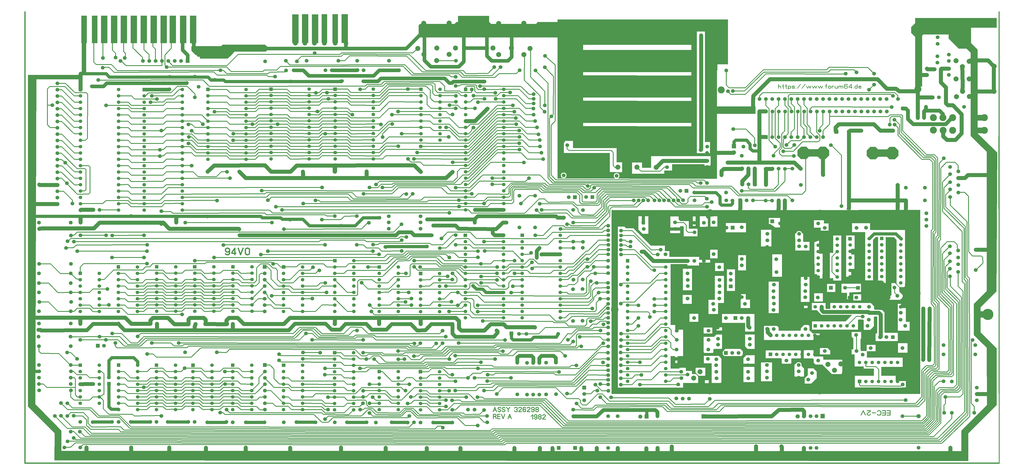
<source format=gbr>
%FSLAX34Y34*%
%MOMM*%
%LNCOPPER_TOP*%
G71*
G01*
%ADD10C, 2.300*%
%ADD11C, 4.300*%
%ADD12C, 5.300*%
%ADD13C, 6.300*%
%ADD14C, 2.800*%
%ADD15C, 1.100*%
%ADD16C, 0.010*%
%ADD17C, 2.400*%
%ADD18C, 2.600*%
%ADD19C, 2.100*%
%ADD20C, 2.200*%
%ADD21C, 2.320*%
%ADD22C, 2.200*%
%ADD23C, 2.440*%
%ADD24C, 2.500*%
%ADD25C, 2.800*%
%ADD26C, 2.300*%
%ADD27C, 2.300*%
%ADD28R, 3.300X11.900*%
%ADD29R, 3.100X11.900*%
%ADD30R, 3.300X12.300*%
%ADD31R, 3.100X12.300*%
%ADD32C, 2.600*%
%ADD33C, 3.600*%
%ADD34C, 1.086*%
%ADD35C, 1.500*%
%ADD36C, 4.500*%
%ADD37C, 5.500*%
%ADD38C, 2.000*%
%ADD39C, 0.300*%
%ADD40C, 0.318*%
%ADD41C, 1.800*%
%ADD42C, 1.300*%
%ADD43C, 1.600*%
%ADD44C, 1.500*%
%ADD45C, 1.400*%
%ADD46C, 2.500*%
%ADD47C, 2.300*%
%ADD48C, 3.000*%
%ADD49C, 0.476*%
%ADD50C, 3.000*%
%ADD51C, 1.520*%
%ADD52C, 1.400*%
%ADD53C, 1.640*%
%ADD54C, 1.700*%
%ADD55C, 2.000*%
%ADD56C, 2.000*%
%ADD57C, 1.500*%
%ADD58R, 2.500X11.100*%
%ADD59R, 2.300X11.100*%
%ADD60R, 2.500X11.500*%
%ADD61R, 2.300X11.500*%
%ADD62C, 1.800*%
%ADD63C, 2.800*%
%ADD64C, 2.500*%
%ADD65C, 0.286*%
%LPD*%
G36*
X0Y2003300D02*
X3900000Y2003300D01*
X3900000Y193300D01*
X0Y193300D01*
X0Y2003300D01*
G37*
%LPC*%
X159550Y258050D02*
G54D10*
D03*
X172550Y282850D02*
G54D10*
D03*
X197050Y296550D02*
G54D10*
D03*
X184942Y321710D02*
G54D10*
D03*
X221850Y321450D02*
G54D10*
D03*
X121750Y384250D02*
G54D10*
D03*
X145950Y384950D02*
G54D10*
D03*
X171450Y384150D02*
G54D10*
D03*
X197550Y384950D02*
G54D10*
D03*
X172150Y434850D02*
G54D10*
D03*
X146150Y435750D02*
G54D10*
D03*
X426050Y360250D02*
G54D10*
D03*
X273550Y359550D02*
G54D10*
D03*
X223250Y257850D02*
G54D10*
D03*
X247650Y258450D02*
G54D10*
D03*
X426350Y258450D02*
G54D10*
D03*
X578750Y258450D02*
G54D10*
D03*
X171250Y638250D02*
G54D10*
D03*
X210650Y612850D02*
G54D10*
D03*
X56950Y701450D02*
G54D10*
D03*
X55850Y728650D02*
G54D10*
D03*
X184650Y702050D02*
G54D10*
D03*
X223350Y688950D02*
G54D10*
D03*
X300050Y701550D02*
G54D10*
D03*
X325620Y688759D02*
G54D10*
D03*
X363650Y676750D02*
G54D10*
D03*
X351050Y714550D02*
G54D10*
D03*
X491050Y632150D02*
G54D10*
D03*
X452450Y702250D02*
G54D10*
D03*
X509750Y676650D02*
G54D10*
D03*
X274350Y752450D02*
G54D10*
D03*
X427450Y753250D02*
G54D10*
D03*
X477650Y499050D02*
G54D10*
D03*
X547522Y384272D02*
G54D10*
D03*
X573250Y360250D02*
G54D10*
D03*
X731550Y358450D02*
G54D10*
D03*
X725550Y257550D02*
G54D10*
D03*
X884550Y257750D02*
G54D10*
D03*
X885350Y358950D02*
G54D10*
D03*
X783250Y397950D02*
G54D10*
D03*
X808150Y409850D02*
G54D10*
D03*
X1087650Y359550D02*
G54D10*
D03*
X1062050Y257150D02*
G54D10*
D03*
X1265650Y257750D02*
G54D10*
D03*
X1290350Y358550D02*
G54D10*
D03*
X1202550Y371450D02*
G54D10*
D03*
X1213650Y409450D02*
G54D10*
D03*
X1214250Y459950D02*
G54D10*
D03*
X1444150Y256950D02*
G54D10*
D03*
X1608750Y256250D02*
G54D10*
D03*
X1557550Y358750D02*
G54D10*
D03*
X1468750Y359050D02*
G54D10*
D03*
X1673287Y338112D02*
G54D10*
D03*
X1634550Y358150D02*
G54D10*
D03*
X1379550Y396450D02*
G54D10*
D03*
X1342450Y410050D02*
G54D10*
D03*
X1353950Y435150D02*
G54D10*
D03*
X1379850Y434950D02*
G54D10*
D03*
X1392650Y459850D02*
G54D10*
D03*
X1354850Y460850D02*
G54D10*
D03*
X1354638Y485214D02*
G54D10*
D03*
X1532350Y434150D02*
G54D10*
D03*
X1544850Y460350D02*
G54D10*
D03*
X1523850Y485550D02*
G54D10*
D03*
X1742950Y256050D02*
G54D10*
D03*
X1709750Y447250D02*
G54D10*
D03*
X1685450Y447950D02*
G54D10*
D03*
X1698150Y485250D02*
G54D10*
D03*
X1723050Y485550D02*
G54D10*
D03*
X1723498Y522929D02*
G54D10*
D03*
X1850950Y358650D02*
G54D10*
D03*
X1850050Y384550D02*
G54D10*
D03*
X1710850Y408850D02*
G54D10*
D03*
X1959350Y256250D02*
G54D10*
D03*
X2060450Y256050D02*
G54D10*
D03*
X617050Y676450D02*
G54D10*
D03*
X725631Y751456D02*
G54D10*
D03*
X630450Y790250D02*
G54D10*
D03*
X337850Y828450D02*
G54D10*
D03*
X332150Y892250D02*
G54D10*
D03*
X988350Y865550D02*
G54D10*
D03*
X1151640Y853758D02*
G54D10*
D03*
X1208446Y878815D02*
G54D10*
D03*
X1125750Y714250D02*
G54D10*
D03*
X1150650Y689350D02*
G54D10*
D03*
X1113750Y638150D02*
G54D10*
D03*
X1182782Y637213D02*
G54D10*
D03*
X1202045Y574350D02*
G54D10*
D03*
X1201309Y548950D02*
G54D10*
D03*
X1113050Y613050D02*
G54D10*
D03*
X1018050Y631550D02*
G54D10*
D03*
X1018350Y606650D02*
G54D10*
D03*
X801950Y561850D02*
G54D10*
D03*
X802250Y511850D02*
G54D10*
D03*
X640850Y575450D02*
G54D10*
D03*
X1080850Y751250D02*
G54D10*
D03*
X877350Y752150D02*
G54D10*
D03*
X1284150Y750450D02*
G54D10*
D03*
X1380450Y827650D02*
G54D10*
D03*
X1387750Y802250D02*
G54D10*
D03*
X1329726Y726527D02*
G54D10*
D03*
X1469050Y752050D02*
G54D10*
D03*
X1354350Y688950D02*
G54D10*
D03*
X1536792Y878936D02*
G54D10*
D03*
X1547650Y854050D02*
G54D10*
D03*
X1547850Y827950D02*
G54D10*
D03*
X1523950Y840950D02*
G54D10*
D03*
X1628662Y751867D02*
G54D10*
D03*
X1698150Y802850D02*
G54D10*
D03*
X1733350Y827350D02*
G54D10*
D03*
X1707550Y841350D02*
G54D10*
D03*
X1732850Y879050D02*
G54D10*
D03*
X1672350Y725850D02*
G54D10*
D03*
X1684950Y701450D02*
G54D10*
D03*
X1672150Y675350D02*
G54D10*
D03*
X1646850Y674650D02*
G54D10*
D03*
X1583550Y675250D02*
G54D10*
D03*
X1559050Y675050D02*
G54D10*
D03*
X1379650Y511250D02*
G54D10*
D03*
X1341850Y574350D02*
G54D10*
D03*
X1354650Y637750D02*
G54D10*
D03*
X1367550Y611850D02*
G54D10*
D03*
X1398650Y612150D02*
G54D10*
D03*
X1494650Y644050D02*
G54D10*
D03*
X1494750Y611550D02*
G54D10*
D03*
X1519450Y612250D02*
G54D10*
D03*
X1558150Y624250D02*
G54D10*
D03*
X1736750Y676450D02*
G54D10*
D03*
X1698750Y612150D02*
G54D10*
D03*
X1722850Y625150D02*
G54D10*
D03*
X1812550Y345850D02*
G54D10*
D03*
X1766750Y459750D02*
G54D10*
D03*
X1711250Y549450D02*
G54D10*
D03*
X1685350Y422150D02*
G54D10*
D03*
X1825450Y599221D02*
G54D10*
D03*
X1882250Y612050D02*
G54D10*
D03*
X1913150Y643650D02*
G54D10*
D03*
X1921450Y688350D02*
G54D10*
D03*
X1812550Y827150D02*
G54D10*
D03*
X1812650Y802050D02*
G54D10*
D03*
X1832550Y764750D02*
G54D10*
D03*
X1946350Y877950D02*
G54D10*
D03*
X2040950Y739050D02*
G54D10*
D03*
X1993050Y738650D02*
G54D10*
D03*
X1978050Y712650D02*
G54D10*
D03*
X1945650Y536350D02*
G54D10*
D03*
X1850744Y524038D02*
G54D10*
D03*
X1852156Y549025D02*
G54D10*
D03*
X1837650Y485450D02*
G54D10*
D03*
X1888550Y472550D02*
G54D10*
D03*
X2066850Y699250D02*
G54D10*
D03*
X2030350Y974250D02*
G54D10*
D03*
X2029550Y998750D02*
G54D10*
D03*
X2026150Y1037450D02*
G54D10*
D03*
X2048450Y1017950D02*
G54D10*
D03*
X2059950Y1056450D02*
G54D10*
D03*
X2067750Y1030650D02*
G54D10*
D03*
X2042850Y1107350D02*
G54D10*
D03*
X1953050Y903150D02*
G54D10*
D03*
X1959750Y955050D02*
G54D10*
D03*
X1959650Y1005950D02*
G54D10*
D03*
X1889383Y928912D02*
G54D10*
D03*
X1889750Y955150D02*
G54D10*
D03*
X1890550Y980350D02*
G54D10*
D03*
X1794350Y904850D02*
G54D10*
D03*
X1825773Y916622D02*
G54D10*
D03*
X1826250Y942150D02*
G54D10*
D03*
X1825550Y993150D02*
G54D10*
D03*
X1840150Y1044350D02*
G54D10*
D03*
X1838351Y1082036D02*
G54D10*
D03*
X1813650Y1044150D02*
G54D10*
D03*
X1813650Y1018950D02*
G54D10*
D03*
X1685750Y903850D02*
G54D10*
D03*
X1692450Y942750D02*
G54D10*
D03*
X1711950Y954750D02*
G54D10*
D03*
X1711350Y929950D02*
G54D10*
D03*
X1699004Y1018360D02*
G54D10*
D03*
X1724525Y1068813D02*
G54D10*
D03*
X1724250Y1108250D02*
G54D10*
D03*
X1667550Y1094750D02*
G54D10*
D03*
X1661337Y1055706D02*
G54D10*
D03*
X1609550Y1062750D02*
G54D10*
D03*
X1582550Y980450D02*
G54D10*
D03*
X1558550Y980850D02*
G54D10*
D03*
X1525750Y954850D02*
G54D10*
D03*
X1558450Y1005550D02*
G54D10*
D03*
X1508250Y1044550D02*
G54D10*
D03*
X1348350Y917550D02*
G54D10*
D03*
X1374360Y980157D02*
G54D10*
D03*
X1418350Y1031450D02*
G54D10*
D03*
X1393650Y1044150D02*
G54D10*
D03*
X1394250Y1069650D02*
G54D10*
D03*
X1443650Y1060850D02*
G54D10*
D03*
X1202902Y916816D02*
G54D10*
D03*
X1179350Y966850D02*
G54D10*
D03*
X1153650Y979350D02*
G54D10*
D03*
X1087950Y1107550D02*
G54D10*
D03*
X1285750Y1107950D02*
G54D10*
D03*
X1476450Y1107650D02*
G54D10*
D03*
X1508450Y1088050D02*
G54D10*
D03*
X1527071Y1100748D02*
G54D10*
D03*
X1628997Y1107615D02*
G54D10*
D03*
X1635050Y1146050D02*
G54D10*
D03*
X1610150Y1171150D02*
G54D10*
D03*
X1240750Y1184250D02*
G54D10*
D03*
X1266250Y1145350D02*
G54D10*
D03*
X1329550Y1184050D02*
G54D10*
D03*
X1377450Y1157350D02*
G54D10*
D03*
X1419650Y1177850D02*
G54D10*
D03*
X1114750Y1234550D02*
G54D10*
D03*
X1163850Y1247150D02*
G54D10*
D03*
X1190250Y1298350D02*
G54D10*
D03*
X1356150Y1273150D02*
G54D10*
D03*
X1380350Y1298550D02*
G54D10*
D03*
X1406450Y1310850D02*
G54D10*
D03*
X1431650Y1298450D02*
G54D10*
D03*
X1479150Y1337050D02*
G54D10*
D03*
X1636450Y1336850D02*
G54D10*
D03*
X1552950Y1273150D02*
G54D10*
D03*
X1527250Y1272550D02*
G54D10*
D03*
X1724484Y1298115D02*
G54D10*
D03*
X1737450Y1247850D02*
G54D10*
D03*
X1737750Y1222050D02*
G54D10*
D03*
X1456750Y1386450D02*
G54D10*
D03*
X1289150Y1336950D02*
G54D10*
D03*
X945293Y1030326D02*
G54D10*
D03*
X994850Y992650D02*
G54D10*
D03*
X973568Y1043743D02*
G54D10*
D03*
X796088Y1068443D02*
G54D10*
D03*
X758175Y1018032D02*
G54D10*
D03*
X681463Y1005631D02*
G54D10*
D03*
X859850Y1106950D02*
G54D10*
D03*
X858750Y1131750D02*
G54D10*
D03*
X700050Y1133350D02*
G54D10*
D03*
X1037588Y1132150D02*
G54D10*
D03*
X989857Y1158225D02*
G54D10*
D03*
X1030450Y1209050D02*
G54D10*
D03*
X1005550Y1221850D02*
G54D10*
D03*
X973950Y1248150D02*
G54D10*
D03*
X949150Y1285750D02*
G54D10*
D03*
X770350Y1246450D02*
G54D10*
D03*
X731850Y1182950D02*
G54D10*
D03*
X643192Y1157876D02*
G54D10*
D03*
X579350Y1133950D02*
G54D10*
D03*
X547850Y1152450D02*
G54D10*
D03*
X547750Y1203450D02*
G54D10*
D03*
X478405Y1107319D02*
G54D10*
D03*
X426750Y1184350D02*
G54D10*
D03*
X402297Y1157835D02*
G54D10*
D03*
X490750Y1069625D02*
G54D10*
D03*
X490137Y1043913D02*
G54D10*
D03*
X478274Y1018700D02*
G54D10*
D03*
X490150Y994150D02*
G54D10*
D03*
X350626Y1018425D02*
G54D10*
D03*
X211650Y1044050D02*
G54D10*
D03*
X166750Y1056450D02*
G54D10*
D03*
X172450Y1083450D02*
G54D10*
D03*
X185906Y1106888D02*
G54D10*
D03*
X197636Y1081623D02*
G54D10*
D03*
X224088Y1107013D02*
G54D10*
D03*
X326275Y1107107D02*
G54D10*
D03*
X351382Y1106688D02*
G54D10*
D03*
X59450Y1133450D02*
G54D10*
D03*
X59145Y1310493D02*
G54D10*
D03*
X192092Y1234735D02*
G54D10*
D03*
X170113Y1315544D02*
G54D10*
D03*
X163644Y1397955D02*
G54D10*
D03*
X111350Y1627750D02*
G54D10*
D03*
X326862Y1627338D02*
G54D10*
D03*
X269750Y1703250D02*
G54D10*
D03*
X225350Y1753750D02*
G54D10*
D03*
X295031Y1728538D02*
G54D10*
D03*
X312806Y1778219D02*
G54D10*
D03*
X314150Y1817150D02*
G54D10*
D03*
X364850Y1818650D02*
G54D10*
D03*
X384350Y1805350D02*
G54D10*
D03*
X401602Y1817176D02*
G54D10*
D03*
X275245Y1209382D02*
G54D10*
D03*
X300792Y1209335D02*
G54D10*
D03*
X509750Y1665458D02*
G54D10*
D03*
X529670Y1652261D02*
G54D10*
D03*
X504306Y1639938D02*
G54D10*
D03*
X547956Y1526745D02*
G54D10*
D03*
X541903Y1449527D02*
G54D10*
D03*
X541551Y1423974D02*
G54D10*
D03*
X569050Y1780150D02*
G54D10*
D03*
X580650Y1741850D02*
G54D10*
D03*
X560508Y1715997D02*
G54D10*
D03*
X649350Y1716650D02*
G54D10*
D03*
X579650Y1691850D02*
G54D10*
D03*
X681650Y1742050D02*
G54D10*
D03*
X784250Y1767750D02*
G54D10*
D03*
X760650Y1729250D02*
G54D10*
D03*
X681221Y1659198D02*
G54D10*
D03*
X759750Y1602050D02*
G54D10*
D03*
X713794Y1551445D02*
G54D10*
D03*
X656251Y1551307D02*
G54D10*
D03*
X668886Y1525397D02*
G54D10*
D03*
X657750Y1500950D02*
G54D10*
D03*
X656208Y1474934D02*
G54D10*
D03*
X668510Y1385902D02*
G54D10*
D03*
X835550Y1513550D02*
G54D10*
D03*
X834698Y1487640D02*
G54D10*
D03*
X1045150Y1806050D02*
G54D10*
D03*
X1160750Y1836150D02*
G54D10*
D03*
X1046350Y1766950D02*
G54D10*
D03*
X1001950Y1741950D02*
G54D10*
D03*
X1064750Y1722750D02*
G54D10*
D03*
X1266050Y1723450D02*
G54D10*
D03*
X1331250Y1768350D02*
G54D10*
D03*
X911650Y1551550D02*
G54D10*
D03*
X1012450Y1551550D02*
G54D10*
D03*
X1209662Y1678125D02*
G54D10*
D03*
X1165550Y1677450D02*
G54D10*
D03*
X1215362Y1653119D02*
G54D10*
D03*
X1171450Y1602350D02*
G54D10*
D03*
X1203348Y1513470D02*
G54D10*
D03*
X1355350Y1723550D02*
G54D10*
D03*
X1343050Y1691850D02*
G54D10*
D03*
X1497750Y1767550D02*
G54D10*
D03*
X1533150Y1691950D02*
G54D10*
D03*
X1494250Y1602550D02*
G54D10*
D03*
X1469550Y1589550D02*
G54D10*
D03*
X1425668Y1550614D02*
G54D10*
D03*
X1470450Y1552450D02*
G54D10*
D03*
X1432669Y1500219D02*
G54D10*
D03*
X1508632Y1513351D02*
G54D10*
D03*
X1495250Y1463350D02*
G54D10*
D03*
X1584650Y1463250D02*
G54D10*
D03*
X1570650Y1438150D02*
G54D10*
D03*
X1557850Y1413050D02*
G54D10*
D03*
X1534050Y1412550D02*
G54D10*
D03*
X1713050Y1399650D02*
G54D10*
D03*
X1696550Y1501350D02*
G54D10*
D03*
X1686750Y1539350D02*
G54D10*
D03*
X1711650Y1590450D02*
G54D10*
D03*
X1699650Y1628150D02*
G54D10*
D03*
X1724750Y1615450D02*
G54D10*
D03*
X1725550Y1641150D02*
G54D10*
D03*
X1725688Y1665664D02*
G54D10*
D03*
X1724550Y1704950D02*
G54D10*
D03*
X1699150Y1716650D02*
G54D10*
D03*
X1724912Y1741501D02*
G54D10*
D03*
X2043750Y1766850D02*
G54D10*
D03*
X2081150Y1779650D02*
G54D10*
D03*
X2082150Y1825050D02*
G54D10*
D03*
X1979950Y1767850D02*
G54D10*
D03*
X1904150Y1780250D02*
G54D10*
D03*
X1878750Y1780250D02*
G54D10*
D03*
X2107250Y1583050D02*
G54D10*
D03*
X2080550Y1627250D02*
G54D10*
D03*
X2079950Y1601550D02*
G54D10*
D03*
X1942250Y1678850D02*
G54D10*
D03*
X2036150Y1671950D02*
G54D10*
D03*
X2036350Y1653050D02*
G54D10*
D03*
X2035950Y1634450D02*
G54D10*
D03*
X2035250Y1614650D02*
G54D10*
D03*
X2036450Y1589950D02*
G54D10*
D03*
X2042350Y1564750D02*
G54D10*
D03*
X2049650Y1538850D02*
G54D10*
D03*
X2055350Y1511150D02*
G54D10*
D03*
X2060850Y1487950D02*
G54D10*
D03*
X2061550Y1463250D02*
G54D10*
D03*
X2067550Y1437750D02*
G54D10*
D03*
X2074089Y1412214D02*
G54D10*
D03*
X1997450Y1398750D02*
G54D10*
D03*
X1979450Y1450350D02*
G54D10*
D03*
X1978850Y1475650D02*
G54D10*
D03*
X1979450Y1501350D02*
G54D10*
D03*
X1978529Y1526128D02*
G54D10*
D03*
X1967050Y1551550D02*
G54D10*
D03*
X1965187Y1576294D02*
G54D10*
D03*
X1959114Y1601674D02*
G54D10*
D03*
X1952713Y1627559D02*
G54D10*
D03*
X1725250Y1805550D02*
G54D10*
D03*
X1839050Y1691950D02*
G54D10*
D03*
X1883240Y1677495D02*
G54D10*
D03*
X1884150Y1653350D02*
G54D10*
D03*
X1839350Y1653550D02*
G54D10*
D03*
X1813684Y1639876D02*
G54D10*
D03*
X1795250Y1666350D02*
G54D10*
D03*
X1851650Y1614350D02*
G54D10*
D03*
X1801250Y1615350D02*
G54D10*
D03*
X1795350Y1538050D02*
G54D10*
D03*
X2017150Y1335550D02*
G54D10*
D03*
X1871150Y1336050D02*
G54D10*
D03*
X1870750Y1311150D02*
G54D10*
D03*
X1838250Y1234550D02*
G54D10*
D03*
X1801750Y1208850D02*
G54D10*
D03*
X1788850Y1273050D02*
G54D10*
D03*
X1699150Y1196950D02*
G54D10*
D03*
X1874250Y1132650D02*
G54D10*
D03*
X2061050Y1233620D02*
G54D10*
D03*
X2067950Y1208550D02*
G54D10*
D03*
X2068450Y1182850D02*
G54D10*
D03*
X2143650Y1132750D02*
G54D10*
D03*
X2047850Y1208450D02*
G54D10*
D03*
X83750Y278250D02*
G54D11*
D03*
X82950Y1803250D02*
G54D11*
D03*
X890175Y1800450D02*
G54D11*
D03*
X1809150Y1799950D02*
G54D11*
D03*
X275150Y512050D02*
G54D10*
D03*
X822350Y1335950D02*
G54D10*
D03*
X809750Y1361450D02*
G54D10*
D03*
X777250Y1386950D02*
G54D10*
D03*
X885850Y1386550D02*
G54D10*
D03*
X2436950Y1247150D02*
G54D10*
D03*
X2455950Y1246850D02*
G54D10*
D03*
X2474950Y1247150D02*
G54D10*
D03*
X2493850Y1247150D02*
G54D10*
D03*
X2519550Y1247150D02*
G54D10*
D03*
X2538650Y1247150D02*
G54D10*
D03*
X2557550Y1247150D02*
G54D10*
D03*
X2576650Y1246850D02*
G54D10*
D03*
X2595450Y1246850D02*
G54D10*
D03*
X2614650Y1246750D02*
G54D10*
D03*
X2633750Y1247550D02*
G54D10*
D03*
X2729750Y1221650D02*
G54D10*
D03*
X2748450Y1240350D02*
G54D10*
D03*
X2728850Y1253850D02*
G54D10*
D03*
X2729750Y1316650D02*
G54D10*
D03*
X2703950Y1316250D02*
G54D10*
D03*
X2834750Y1532250D02*
G54D10*
D03*
X2920450Y1467550D02*
G54D10*
D03*
X3193550Y1349450D02*
G54D10*
D03*
X3076650Y1425050D02*
G54D10*
D03*
X3034550Y1443450D02*
G54D10*
D03*
X3047016Y1468815D02*
G54D10*
D03*
X3078650Y1469150D02*
G54D10*
D03*
X3103350Y1373850D02*
G54D10*
D03*
X3267350Y1224350D02*
G54D10*
D03*
X3180032Y1525347D02*
G54D10*
D03*
X2964750Y1310050D02*
G54D10*
D03*
X2867950Y1284750D02*
G54D10*
D03*
X2831450Y1246450D02*
G54D10*
D03*
X3478706Y1569559D02*
G54D10*
D03*
X3460476Y1550330D02*
G54D10*
D03*
X3479658Y1549854D02*
G54D10*
D03*
X3283750Y1754550D02*
G54D10*
D03*
X2806850Y1766450D02*
G54D10*
D03*
X2813050Y1683550D02*
G54D10*
D03*
X2832450Y1684750D02*
G54D10*
D03*
X3327450Y1759250D02*
G54D10*
D03*
X3397450Y1754350D02*
G54D10*
D03*
X3377241Y1689443D02*
G54D10*
D03*
X3397850Y1709750D02*
G54D10*
D03*
X3447250Y1696250D02*
G54D10*
D03*
X3472950Y1664850D02*
G54D10*
D03*
X3493350Y1652850D02*
G54D10*
D03*
X3467750Y1620650D02*
G54D10*
D03*
X3511850Y1614950D02*
G54D10*
D03*
X3827150Y1912350D02*
G54D11*
D03*
X2278250Y1297550D02*
G54D10*
D03*
X2252462Y1304503D02*
G54D10*
D03*
X2156818Y1178072D02*
G54D10*
D03*
X2170050Y1151350D02*
G54D10*
D03*
X2194750Y1158350D02*
G54D10*
D03*
X2251450Y981350D02*
G54D10*
D03*
X2250950Y1011750D02*
G54D10*
D03*
X2334150Y955650D02*
G54D10*
D03*
X2276950Y980850D02*
G54D10*
D03*
X2264450Y923450D02*
G54D10*
D03*
X2288750Y917150D02*
G54D10*
D03*
X2302950Y459750D02*
G54D10*
D03*
X2295950Y878250D02*
G54D10*
D03*
X2270250Y814750D02*
G54D10*
D03*
X2264450Y763750D02*
G54D10*
D03*
X2303750Y726450D02*
G54D10*
D03*
X2226950Y662750D02*
G54D10*
D03*
X2194450Y681950D02*
G54D10*
D03*
X2173386Y689191D02*
G54D10*
D03*
X2220250Y701050D02*
G54D10*
D03*
X2162150Y624750D02*
G54D10*
D03*
X2207450Y586250D02*
G54D10*
D03*
X2169618Y474095D02*
G54D10*
D03*
X2315150Y751150D02*
G54D10*
D03*
X2314950Y675350D02*
G54D10*
D03*
X2314150Y598250D02*
G54D10*
D03*
X2302421Y512256D02*
G54D10*
D03*
X2346350Y458450D02*
G54D10*
D03*
X2283350Y509350D02*
G54D10*
D03*
X2290550Y485550D02*
G54D10*
D03*
X2207850Y433950D02*
G54D10*
D03*
X2195050Y383650D02*
G54D10*
D03*
X2194350Y409350D02*
G54D10*
D03*
X2238250Y382550D02*
G54D10*
D03*
X2486550Y255950D02*
G54D10*
D03*
X2588471Y262532D02*
G54D10*
D03*
X2334950Y485350D02*
G54D10*
D03*
X2925450Y263250D02*
G54D10*
D03*
X3026450Y263450D02*
G54D10*
D03*
X2740650Y453050D02*
G54D10*
D03*
X3523350Y447550D02*
G54D10*
D03*
X3510821Y383507D02*
G54D10*
D03*
X3797850Y396650D02*
G54D10*
D03*
X3708450Y397350D02*
G54D10*
D03*
X3677550Y397150D02*
G54D10*
D03*
X3682850Y460650D02*
G54D10*
D03*
X3707950Y522550D02*
G54D10*
D03*
X3675550Y523450D02*
G54D10*
D03*
X3617750Y608350D02*
G54D10*
D03*
X3593450Y609850D02*
G54D10*
D03*
X3619250Y813950D02*
G54D10*
D03*
X3593950Y814650D02*
G54D10*
D03*
X3851960Y790499D02*
G54D12*
D03*
X3820050Y275450D02*
G54D11*
D03*
X3790950Y688050D02*
G54D10*
D03*
X2333850Y612450D02*
G54D10*
D03*
X1813038Y574344D02*
G54D10*
D03*
X2333750Y739044D02*
G54D10*
D03*
X3676000Y1415200D02*
G54D10*
D03*
X1811944Y459938D02*
G54D10*
D03*
X2333450Y586500D02*
G54D10*
D03*
X2333850Y567438D02*
G54D10*
D03*
X2334150Y548087D02*
G54D10*
D03*
X2334450Y529338D02*
G54D10*
D03*
X2334150Y510838D02*
G54D10*
D03*
X2137308Y560384D02*
G54D10*
D03*
X2334150Y688756D02*
G54D10*
D03*
X2333850Y663056D02*
G54D10*
D03*
X2333550Y637356D02*
G54D10*
D03*
X1507950Y1151750D02*
G54D10*
D03*
X1311750Y1590050D02*
G54D10*
D03*
X1063750Y1362550D02*
G54D10*
D03*
X3224450Y1468350D02*
G54D10*
D03*
X3803850Y1049450D02*
G54D10*
D03*
X3803750Y968850D02*
G54D10*
D03*
X3741892Y1914034D02*
G54D13*
D03*
X2282250Y955150D02*
G54D10*
D03*
X2334150Y1145650D02*
G54D10*
D03*
X2334240Y1126450D02*
G54D10*
D03*
X2335050Y1107850D02*
G54D10*
D03*
X2334450Y1087750D02*
G54D10*
D03*
X2334750Y1068950D02*
G54D10*
D03*
X2334750Y1050050D02*
G54D10*
D03*
X2334350Y1031250D02*
G54D10*
D03*
X2334350Y1005850D02*
G54D10*
D03*
X2333550Y980450D02*
G54D10*
D03*
X2302150Y853650D02*
G54D10*
D03*
X2332950Y916850D02*
G54D10*
D03*
X2333950Y897950D02*
G54D10*
D03*
X2332950Y879550D02*
G54D10*
D03*
X2334250Y853650D02*
G54D10*
D03*
X2333950Y833150D02*
G54D10*
D03*
X2333550Y815350D02*
G54D10*
D03*
X2333750Y796750D02*
G54D10*
D03*
X2333950Y777050D02*
G54D10*
D03*
X2334150Y758050D02*
G54D10*
D03*
X2334250Y713950D02*
G54D10*
D03*
X2730050Y1462250D02*
G54D10*
D03*
X2704050Y1449650D02*
G54D10*
D03*
X2705550Y1907350D02*
G54D10*
D03*
X1985681Y1234666D02*
G54D10*
D03*
X1788780Y1690938D02*
G54D10*
D03*
X1839850Y1722450D02*
G54D10*
D03*
X1821650Y1704450D02*
G54D10*
D03*
X1837850Y407750D02*
G54D10*
D03*
X2679750Y1119450D02*
G54D10*
D03*
X2386050Y1126250D02*
G54D10*
D03*
X2386050Y1106450D02*
G54D10*
D03*
X2385050Y1087550D02*
G54D10*
D03*
X2385550Y1068750D02*
G54D10*
D03*
X2385050Y1049450D02*
G54D10*
D03*
X2385550Y1030150D02*
G54D10*
D03*
X2423650Y1081750D02*
G54D10*
D03*
X2423250Y1062450D02*
G54D10*
D03*
X2467650Y1042150D02*
G54D10*
D03*
X2543950Y1049450D02*
G54D10*
D03*
X2532350Y1030150D02*
G54D10*
D03*
X2651750Y1004950D02*
G54D10*
D03*
X2518850Y967450D02*
G54D10*
D03*
X2385150Y910250D02*
G54D10*
D03*
X2385150Y833750D02*
G54D10*
D03*
X2455450Y827450D02*
G54D10*
D03*
X2455150Y776550D02*
G54D10*
D03*
X2455150Y744550D02*
G54D10*
D03*
X2385450Y713450D02*
G54D10*
D03*
X2518550Y852850D02*
G54D10*
D03*
X2519150Y827450D02*
G54D10*
D03*
X2518850Y801950D02*
G54D10*
D03*
X2500850Y780250D02*
G54D10*
D03*
X2385450Y687950D02*
G54D10*
D03*
X2385150Y662550D02*
G54D10*
D03*
X2384244Y638221D02*
G54D10*
D03*
X2385450Y611750D02*
G54D10*
D03*
X2385234Y587801D02*
G54D10*
D03*
X2461450Y599150D02*
G54D10*
D03*
X2385089Y562424D02*
G54D10*
D03*
X2384850Y535150D02*
G54D10*
D03*
X2384550Y509950D02*
G54D10*
D03*
X2467150Y548550D02*
G54D10*
D03*
X2461150Y509750D02*
G54D10*
D03*
X2625950Y561150D02*
G54D10*
D03*
X2651240Y549890D02*
G54D10*
D03*
X2627150Y535450D02*
G54D10*
D03*
X2613950Y510250D02*
G54D10*
D03*
X3098050Y1063450D02*
G54D10*
D03*
X3122250Y883750D02*
G54D10*
D03*
X2995650Y883750D02*
G54D10*
D03*
X2995150Y858650D02*
G54D10*
D03*
X3122250Y859050D02*
G54D10*
D03*
X2970150Y733150D02*
G54D10*
D03*
X3511650Y510250D02*
G54D10*
D03*
X3325521Y708950D02*
G54D10*
D03*
X3490350Y864850D02*
G54D10*
D03*
X3478826Y898597D02*
G54D10*
D03*
X3281550Y897550D02*
G54D10*
D03*
G36*
X3213450Y908550D02*
X3236450Y908550D01*
X3236450Y885550D01*
X3213450Y885550D01*
X3213450Y908550D01*
G37*
G36*
X3321850Y908350D02*
X3344850Y908350D01*
X3344850Y885350D01*
X3321850Y885350D01*
X3321850Y908350D01*
G37*
X2373150Y1379750D02*
G54D14*
D03*
X2449150Y1379750D02*
G54D14*
D03*
X2525950Y1379350D02*
G54D14*
D03*
X2569850Y1379750D02*
G54D10*
D03*
X2367750Y1345150D02*
G54D10*
D03*
X2156350Y1347250D02*
G54D10*
D03*
X2811950Y1398450D02*
G54D10*
D03*
X2786950Y1348450D02*
G54D10*
D03*
G54D15*
X132150Y1690150D02*
X149350Y1690150D01*
X200050Y1639450D01*
X224150Y1639450D01*
X224250Y1639550D01*
G54D15*
X224250Y1664950D02*
X199250Y1664950D01*
X161350Y1702850D01*
X101550Y1702850D01*
X91750Y1693050D01*
X91750Y1627750D01*
X111350Y1627750D01*
X91750Y1627750D01*
X91750Y1549850D01*
X102950Y1538650D01*
X131250Y1538650D01*
X132150Y1537750D01*
G54D15*
X132150Y1715550D02*
X164450Y1715550D01*
X202350Y1677650D01*
X248150Y1677650D01*
X253350Y1672450D01*
X252150Y1494950D01*
X244550Y1487150D01*
X224250Y1487150D01*
G54D15*
X132150Y1664750D02*
X148650Y1664750D01*
X199050Y1614350D01*
X224050Y1614350D01*
X224250Y1614150D01*
G54D15*
X132150Y1639350D02*
X149050Y1639350D01*
X199050Y1589350D01*
X223650Y1589350D01*
X224250Y1588750D01*
G54D15*
X132150Y1613950D02*
X148850Y1613950D01*
X199050Y1563750D01*
X223850Y1563750D01*
X224250Y1563350D01*
G54D15*
X132150Y1588550D02*
X148550Y1588550D01*
X198350Y1538750D01*
X223450Y1538750D01*
X224250Y1537950D01*
G54D15*
X132150Y1563150D02*
X149250Y1563150D01*
X199050Y1513350D01*
X223450Y1513350D01*
X224250Y1512550D01*
G54D15*
X132150Y1512350D02*
X149650Y1512350D01*
X199950Y1462050D01*
X223950Y1462050D01*
X224250Y1461750D01*
G54D15*
X132150Y1486950D02*
X149450Y1486950D01*
X199350Y1437050D01*
X223550Y1437050D01*
X224250Y1436350D01*
G54D15*
X132150Y1461550D02*
X149950Y1461550D01*
X199450Y1411650D01*
X224250Y1410950D01*
G54D15*
X132150Y1436150D02*
X147650Y1436150D01*
X211050Y1374150D01*
X241750Y1374150D01*
X246050Y1369850D01*
X246050Y1289350D01*
X241550Y1284850D01*
X225150Y1284850D01*
X224250Y1283950D01*
G54D15*
X224663Y1386169D02*
X257350Y1386150D01*
X262250Y1380650D01*
X262550Y1277750D01*
X256950Y1272250D01*
X211450Y1271650D01*
X174050Y1309450D01*
X174050Y1314082D01*
X171144Y1316987D01*
X167413Y1316987D01*
X148650Y1335750D01*
X133350Y1335750D01*
X132150Y1334550D01*
G54D15*
X132150Y1410750D02*
X149050Y1410750D01*
X156450Y1403350D01*
X157150Y1403350D01*
X199350Y1361150D01*
X223250Y1361150D01*
X224250Y1360150D01*
G54D15*
X132150Y1385350D02*
X150150Y1385350D01*
X199350Y1336150D01*
X222850Y1336150D01*
X224250Y1334750D01*
G54D15*
X132150Y1359950D02*
X148450Y1359950D01*
X200150Y1309050D01*
X224250Y1309350D01*
G54D15*
X132150Y1283750D02*
X156450Y1283750D01*
X192150Y1248050D01*
X192150Y1234793D01*
X192092Y1234735D01*
G54D15*
X300792Y1209335D02*
X375065Y1209335D01*
X376650Y1207750D01*
G54D15*
X326862Y1627338D02*
X414950Y1627150D01*
X427650Y1614650D01*
X478450Y1614650D01*
G54D15*
X376650Y1664950D02*
X428250Y1664950D01*
X440850Y1652150D01*
X529670Y1652261D01*
G54D15*
X376650Y1639550D02*
X415450Y1639550D01*
X427650Y1627350D01*
X555750Y1627350D01*
X569050Y1640250D01*
X631350Y1639550D01*
G54D15*
X376650Y1614150D02*
X415750Y1614150D01*
X428050Y1601850D01*
X555250Y1601850D01*
X568050Y1614650D01*
X630850Y1614650D01*
X631350Y1614150D01*
G54D15*
X376650Y1588750D02*
X415250Y1588750D01*
X426950Y1576250D01*
X555350Y1576450D01*
X568150Y1589450D01*
X630650Y1589450D01*
X631350Y1588750D01*
X709250Y1588750D01*
X733950Y1564050D01*
G54D15*
X376650Y1563350D02*
X414850Y1563350D01*
X426750Y1551450D01*
X555050Y1551450D01*
X568150Y1563550D01*
X700250Y1564150D01*
X713794Y1551445D01*
G54D15*
X376650Y1537950D02*
X415850Y1537950D01*
X427050Y1525350D01*
X555845Y1525745D01*
X567750Y1538850D01*
X630450Y1538850D01*
X631350Y1537950D01*
G54D15*
X376650Y1512550D02*
X415550Y1512550D01*
X427250Y1500850D01*
X555050Y1500850D01*
X567250Y1513050D01*
X630850Y1513050D01*
X631350Y1512550D01*
G54D15*
X376650Y1487150D02*
X415150Y1487150D01*
X427250Y1475050D01*
X554250Y1475050D01*
X567350Y1487550D01*
X669950Y1487150D01*
X694450Y1462650D01*
X809550Y1462450D01*
X821950Y1450250D01*
X923550Y1449850D01*
X936750Y1463250D01*
X986050Y1463250D01*
X986350Y1463550D01*
G54D15*
X376650Y1410950D02*
X415750Y1410950D01*
X428250Y1398950D01*
X555250Y1398950D01*
X567750Y1411850D01*
X631350Y1410950D01*
G54D15*
X376650Y1385550D02*
X415450Y1385550D01*
X427350Y1373850D01*
X554550Y1373850D01*
X567850Y1386150D01*
X670050Y1386850D01*
G54D15*
X376650Y1360150D02*
X415150Y1360150D01*
X427650Y1347750D01*
X554550Y1347450D01*
X567850Y1361150D01*
X674950Y1361350D01*
X694450Y1342050D01*
X767650Y1342050D01*
X787050Y1361450D01*
X809150Y1362050D01*
X809750Y1361450D01*
G54D15*
X376650Y1334750D02*
X416050Y1334750D01*
X426950Y1322750D01*
X554250Y1322950D01*
X567450Y1335450D01*
X822350Y1335950D01*
G54D15*
X376650Y1309350D02*
X385550Y1309350D01*
X389250Y1309950D01*
X414888Y1310332D01*
X426750Y1297850D01*
X554650Y1297850D01*
X566750Y1309550D01*
X631350Y1309350D01*
G54D15*
X376650Y1283950D02*
X414350Y1284150D01*
X426750Y1272550D01*
X548250Y1272550D01*
X574350Y1297750D01*
X1190250Y1298350D01*
G54D15*
X224250Y1233150D02*
X229950Y1233150D01*
X231850Y1234050D01*
X313350Y1234050D01*
X326350Y1246550D01*
X413850Y1246550D01*
X428150Y1234050D01*
X478906Y1233606D01*
G54D15*
X376650Y1258550D02*
X384050Y1258550D01*
X385650Y1259750D01*
X414550Y1259950D01*
X428150Y1246750D01*
X541750Y1246750D01*
X567350Y1271850D01*
X962650Y1272950D01*
X967850Y1278150D01*
X1310750Y1278550D01*
X1329350Y1259350D01*
X1502150Y1259550D01*
X1514550Y1272950D01*
X1526850Y1272950D01*
X1527250Y1272550D01*
G54D15*
X376650Y1233150D02*
X384850Y1233150D01*
X386750Y1235050D01*
X412450Y1235050D01*
X426450Y1221850D01*
X548150Y1221550D01*
X560950Y1234050D01*
X629450Y1235050D01*
X631350Y1233150D01*
G54D15*
X478950Y1233150D02*
X486050Y1233150D01*
X488150Y1234050D01*
X548750Y1234050D01*
X560550Y1246350D01*
X769550Y1247250D01*
G54D15*
X631350Y1258550D02*
X638950Y1258550D01*
X640950Y1259750D01*
X967950Y1259950D01*
X981250Y1272450D01*
X1294650Y1272450D01*
X1314350Y1253150D01*
X1533350Y1253350D01*
X1552950Y1273150D01*
G54D15*
X631350Y1207750D02*
X638350Y1207750D01*
X640250Y1208250D01*
X979850Y1208450D01*
X992850Y1195850D01*
X1698850Y1196650D01*
X1699150Y1196950D01*
G54D15*
X548575Y1202213D02*
X586850Y1202250D01*
X592650Y1195750D01*
X961350Y1195950D01*
X967450Y1189250D01*
X1202350Y1189650D01*
X1209450Y1183950D01*
X1240450Y1183950D01*
X1240750Y1184250D01*
G54D15*
X504306Y1639938D02*
X556150Y1640350D01*
X568550Y1652750D01*
X600250Y1652750D01*
X613250Y1665350D01*
X630950Y1665350D01*
X631350Y1664950D01*
G54D15*
X511219Y1665119D02*
X593450Y1664950D01*
X619250Y1690350D01*
X631350Y1690350D01*
G54D15*
X478950Y1664950D02*
X484186Y1665157D01*
X496450Y1677450D01*
X586850Y1677850D01*
X612250Y1703050D01*
X650550Y1703450D01*
X682450Y1672550D01*
X682450Y1661145D01*
X683602Y1659992D01*
G54D15*
X658050Y1551950D02*
X668850Y1551950D01*
X681750Y1539050D01*
X733550Y1539050D01*
X733950Y1538650D01*
G54D15*
X671150Y1527250D02*
X671150Y1524950D01*
X682350Y1513750D01*
X733450Y1513750D01*
X733950Y1513250D01*
G54D15*
X631350Y1512550D02*
X669850Y1512550D01*
X693850Y1488550D01*
X733250Y1488550D01*
X733950Y1487850D01*
G54D15*
X657750Y1500950D02*
X668750Y1500950D01*
X693850Y1475850D01*
X808150Y1475850D01*
X821350Y1462650D01*
X886150Y1462650D01*
X886350Y1462450D01*
G54D15*
X658350Y1475850D02*
X662050Y1475850D01*
X687850Y1450050D01*
X808350Y1450050D01*
X821250Y1437150D01*
X922650Y1437050D01*
X935650Y1450050D01*
X1050950Y1450050D01*
X1063050Y1437950D01*
X1178250Y1437750D01*
X1191150Y1450650D01*
X1291650Y1450650D01*
X1304350Y1437950D01*
X1394950Y1437950D01*
G54D15*
X376650Y1461750D02*
X415650Y1461750D01*
X427650Y1449750D01*
X542466Y1449750D01*
X543150Y1450434D01*
X555634Y1449834D01*
X568050Y1462450D01*
X662750Y1462350D01*
X687650Y1437450D01*
X733550Y1437450D01*
X733950Y1437050D01*
G54D15*
X376650Y1436350D02*
X416150Y1436350D01*
X427650Y1424850D01*
X543114Y1424850D01*
X543150Y1424887D01*
X555086Y1424887D01*
X568950Y1436350D01*
X669050Y1437150D01*
X681250Y1424750D01*
X808750Y1424750D01*
X821350Y1412150D01*
X885850Y1412150D01*
X886350Y1411650D01*
G54D15*
X733950Y1665650D02*
X809550Y1665650D01*
X821850Y1653350D01*
X925250Y1653350D01*
X937850Y1665950D01*
X1051050Y1665950D01*
X1064650Y1653150D01*
X1179250Y1653550D01*
X1191850Y1665950D01*
X1292250Y1666550D01*
X1305050Y1653950D01*
X1421050Y1654150D01*
X1458150Y1691850D01*
X1533050Y1691850D01*
X1533150Y1691950D01*
X1585250Y1691950D01*
X1585550Y1691650D01*
G54D15*
X733950Y1640250D02*
X809150Y1640250D01*
X821350Y1628050D01*
X924650Y1628050D01*
X937850Y1641250D01*
X986250Y1641250D01*
X986350Y1641350D01*
G54D15*
X733950Y1614850D02*
X809350Y1614850D01*
X822150Y1602450D01*
X924050Y1602450D01*
X937250Y1615450D01*
X985850Y1615450D01*
X986350Y1615950D01*
G54D15*
X759750Y1602050D02*
X809450Y1602050D01*
X821350Y1590150D01*
X885650Y1590150D01*
X886350Y1589450D01*
G54D15*
X733950Y1564050D02*
X809050Y1564050D01*
X821350Y1551750D01*
X911450Y1551750D01*
X911650Y1551550D01*
X923450Y1551550D01*
X936750Y1564850D01*
X1049850Y1564550D01*
X1061950Y1552250D01*
X1178850Y1551850D01*
X1191650Y1564850D01*
X1242450Y1564850D01*
X1242550Y1564950D01*
G54D15*
X733950Y1538650D02*
X809650Y1538650D01*
X822050Y1525850D01*
X924150Y1526050D01*
X936750Y1539050D01*
X985650Y1539050D01*
X986350Y1539750D01*
G54D15*
X733950Y1513250D02*
X809250Y1513250D01*
X821350Y1500750D01*
X923450Y1500750D01*
X937250Y1513350D01*
X1049650Y1513350D01*
X1063050Y1501150D01*
X1177850Y1500550D01*
X1190050Y1513750D01*
X1292450Y1514150D01*
X1305350Y1500650D01*
X1406850Y1500850D01*
X1458450Y1552250D01*
X1470250Y1552250D01*
X1470450Y1552450D01*
G54D15*
X835650Y1487450D02*
X885950Y1487450D01*
X886350Y1487850D01*
X922850Y1487850D01*
X936150Y1501150D01*
X1051050Y1501150D01*
X1063650Y1488550D01*
X1138350Y1488550D01*
X1138750Y1488950D01*
G54D15*
X886350Y1665650D02*
X924350Y1665650D01*
X938250Y1678150D01*
X1050450Y1678350D01*
X1064650Y1665750D01*
X1178050Y1665750D01*
X1191650Y1678750D01*
X1291350Y1678950D01*
X1303950Y1666150D01*
X1420550Y1666350D01*
X1458250Y1703850D01*
X1606050Y1703850D01*
X1622950Y1688150D01*
X1622950Y1656150D01*
X1637750Y1641350D01*
X1661250Y1641350D01*
X1661750Y1640850D01*
G54D15*
X886350Y1614850D02*
X923450Y1614850D01*
X936150Y1627550D01*
X1052050Y1627550D01*
X1064050Y1615350D01*
X1138750Y1615950D01*
G54D15*
X733950Y1437050D02*
X809050Y1437050D01*
X821350Y1424750D01*
X923950Y1424750D01*
X936550Y1437950D01*
X1049750Y1438150D01*
X1063150Y1424550D01*
X1178550Y1425350D01*
X1191150Y1437950D01*
X1242550Y1437950D01*
G54D15*
X886350Y1411650D02*
X923250Y1411650D01*
X936150Y1424550D01*
X1049550Y1425350D01*
X1062850Y1412250D01*
X1138650Y1412650D01*
X1138750Y1412750D01*
G54D15*
X733950Y1691050D02*
X809450Y1691050D01*
X822750Y1677950D01*
X925350Y1678350D01*
X937850Y1691250D01*
X1050550Y1691550D01*
X1063650Y1678650D01*
X1178450Y1678250D01*
X1192250Y1691850D01*
X1242450Y1691850D01*
X1242550Y1691950D01*
G54D15*
X986350Y1641350D02*
X1050350Y1641350D01*
X1064450Y1627850D01*
X1178550Y1628050D01*
X1191250Y1640450D01*
X1292350Y1641150D01*
X1305250Y1627650D01*
X1419450Y1627250D01*
X1458150Y1666150D01*
X1585550Y1666250D01*
G54D15*
X886350Y1640250D02*
X924050Y1640250D01*
X936150Y1653350D01*
X1050450Y1653350D01*
X1064250Y1640150D01*
X1178850Y1640550D01*
X1191650Y1652550D01*
X1291350Y1653750D01*
X1304050Y1640850D01*
X1420450Y1640750D01*
X1458650Y1679150D01*
X1594950Y1678950D01*
X1610350Y1663750D01*
X1610350Y1630850D01*
X1625750Y1615450D01*
X1661750Y1615450D01*
G54D15*
X986350Y1615950D02*
X1050450Y1615950D01*
X1064050Y1602950D01*
X1178050Y1602350D01*
X1191650Y1615950D01*
X1242350Y1615950D01*
X1242550Y1615750D01*
G54D15*
X733950Y1589450D02*
X808850Y1589450D01*
X821150Y1577150D01*
X923550Y1577350D01*
X937250Y1589650D01*
X1051250Y1589750D01*
X1063650Y1577550D01*
X1178450Y1577550D01*
X1190550Y1589650D01*
X1241850Y1589650D01*
X1242550Y1590350D01*
G54D15*
X1138750Y1590550D02*
X1142711Y1589564D01*
X1178550Y1589350D01*
X1190550Y1602850D01*
X1291150Y1602850D01*
X1301850Y1592950D01*
X1308850Y1592950D01*
X1311750Y1590050D01*
G54D15*
X886350Y1564050D02*
X923750Y1564050D01*
X937250Y1576550D01*
X1050750Y1576750D01*
X1063050Y1564850D01*
X1178350Y1564750D01*
X1191150Y1577550D01*
X1291050Y1577550D01*
X1304950Y1564850D01*
X1394850Y1564850D01*
X1394950Y1564950D01*
G54D15*
X986350Y1539750D02*
X992408Y1539093D01*
X1050650Y1538950D01*
X1062550Y1526950D01*
X1177950Y1526150D01*
X1191050Y1539050D01*
X1242050Y1539050D01*
X1242550Y1539550D01*
G54D15*
X986350Y1463550D02*
X1049150Y1463550D01*
X1063050Y1450650D01*
X1178950Y1450250D01*
X1190550Y1463250D01*
X1242450Y1463250D01*
X1242550Y1463350D01*
G54D15*
X733950Y1487850D02*
X809850Y1487850D01*
X822250Y1475450D01*
X923950Y1475650D01*
X936650Y1488550D01*
X1049950Y1488350D01*
X1063050Y1475850D01*
X1178450Y1475850D01*
X1191650Y1489050D01*
X1292450Y1488750D01*
X1304950Y1475850D01*
X1431650Y1475850D01*
X1458150Y1500850D01*
X1696105Y1501165D01*
G54D15*
X886350Y1538650D02*
X923050Y1538650D01*
X936150Y1551750D01*
X1012250Y1551750D01*
X1012450Y1551550D01*
X1051150Y1551550D01*
X1063050Y1539650D01*
X1177750Y1538750D01*
X1191650Y1552250D01*
X1292750Y1552250D01*
X1305150Y1538850D01*
X1394850Y1539650D01*
X1394950Y1539550D01*
G54D15*
X835550Y1513550D02*
X886050Y1513550D01*
X886350Y1513250D01*
X923050Y1513250D01*
X936350Y1525950D01*
X1050150Y1526350D01*
X1062550Y1514350D01*
X1179294Y1513929D01*
X1191394Y1526029D01*
X1292494Y1526029D01*
X1305615Y1513195D01*
X1394950Y1514150D01*
G54D15*
X1138750Y1488950D02*
X1178850Y1488950D01*
X1191750Y1500750D01*
X1291650Y1500850D01*
X1304750Y1488450D01*
X1394950Y1488750D01*
G54D15*
X886350Y1462450D02*
X923850Y1462450D01*
X936750Y1475350D01*
X1051250Y1475350D01*
X1063050Y1462750D01*
X1178250Y1462950D01*
X1190550Y1475850D01*
X1292250Y1475850D01*
X1304750Y1462750D01*
X1394950Y1463350D01*
G54D15*
X1138750Y1412750D02*
X1177950Y1412750D01*
X1190550Y1425350D01*
X1291050Y1425350D01*
X1303750Y1412650D01*
X1394850Y1412650D01*
X1394950Y1412550D01*
G54D15*
X1242550Y1615750D02*
X1291650Y1615750D01*
X1305350Y1602850D01*
X1420250Y1602850D01*
X1458650Y1641250D01*
X1585550Y1640850D01*
G54D15*
X1242550Y1590350D02*
X1291050Y1590350D01*
X1305450Y1577150D01*
X1419450Y1577150D01*
X1458150Y1615450D01*
X1585550Y1615450D01*
G54D15*
X1242550Y1691950D02*
X1292550Y1691950D01*
X1305350Y1678950D01*
X1420450Y1678750D01*
X1452150Y1710450D01*
X1626250Y1710050D01*
X1633250Y1703450D01*
X1633450Y1675650D01*
X1641650Y1666650D01*
X1661350Y1666650D01*
X1661750Y1666250D01*
G54D15*
X1242550Y1564950D02*
X1291650Y1564950D01*
X1304750Y1552050D01*
X1424650Y1552250D01*
G54D15*
X1242550Y1539550D02*
X1292250Y1539550D01*
X1305650Y1526350D01*
X1419050Y1526350D01*
X1457950Y1563850D01*
X1622150Y1564650D01*
X1635150Y1551650D01*
X1699150Y1551650D01*
X1737250Y1513750D01*
X1763750Y1513750D01*
X1764150Y1513350D01*
G54D15*
X1242550Y1463350D02*
X1291550Y1463350D01*
X1304550Y1450550D01*
X1418650Y1449950D01*
X1446150Y1476150D01*
X1775850Y1475350D01*
X1891150Y1590150D01*
X1915950Y1590150D01*
X1916550Y1589550D01*
G54D15*
X1242550Y1437950D02*
X1291650Y1437950D01*
X1304550Y1425250D01*
X1419650Y1425050D01*
X1445750Y1450950D01*
X1776150Y1450350D01*
X1891050Y1564650D01*
X1915850Y1564850D01*
X1916550Y1564150D01*
G54D15*
X1394950Y1437950D02*
X1419750Y1437950D01*
X1445550Y1463750D01*
X1495250Y1463350D01*
G54D15*
X1394950Y1412550D02*
X1432150Y1412550D01*
X1444950Y1425350D01*
X1776350Y1425350D01*
X1890450Y1538850D01*
X1916250Y1539050D01*
X1916550Y1538750D01*
G54D15*
X1432050Y1501250D02*
X1432050Y1513550D01*
X1458650Y1538950D01*
X1622250Y1539250D01*
X1635750Y1526550D01*
X1699850Y1526350D01*
X1737250Y1488550D01*
X1763550Y1488550D01*
X1764150Y1487950D01*
G54D15*
X1469550Y1589550D02*
X1585050Y1589550D01*
X1585550Y1590050D01*
X1622550Y1590050D01*
X1636050Y1576550D01*
X1698850Y1577550D01*
X1738450Y1538450D01*
X1770542Y1538545D01*
X1783350Y1551650D01*
X1813950Y1551650D01*
X1891150Y1627350D01*
X1954050Y1627420D01*
G54D15*
X1494250Y1602550D02*
X1686450Y1602550D01*
X1699350Y1589650D01*
X1710850Y1589650D01*
X1711650Y1590450D01*
G54D15*
X1506750Y1513450D02*
X1585150Y1513450D01*
X1585550Y1513850D01*
G54D15*
X1584650Y1463250D02*
X1775750Y1462550D01*
X1890550Y1576950D01*
X1966150Y1577150D01*
G54D15*
X1570650Y1438150D02*
X1774750Y1437150D01*
X1890850Y1551650D01*
X1967050Y1551550D01*
G54D15*
X1557850Y1413050D02*
X1775650Y1411750D01*
X1890850Y1526350D01*
X1978850Y1526450D01*
G54D15*
X1534050Y1412550D02*
X1534050Y1411550D01*
X1545550Y1400050D01*
X1583450Y1400050D01*
X1596050Y1387450D01*
X1775650Y1386350D01*
X1890350Y1500650D01*
X1979243Y1500732D01*
G54D15*
X1713050Y1399650D02*
X1776450Y1399650D01*
X1890550Y1513750D01*
X1916150Y1513750D01*
X1916550Y1513350D01*
G54D15*
X1661750Y1666250D02*
X1725550Y1666250D01*
X1726050Y1666750D01*
G54D15*
X1661750Y1640850D02*
X1725250Y1640850D01*
X1725550Y1641150D01*
G54D15*
X1699650Y1628150D02*
X1731750Y1628150D01*
X1744450Y1615450D01*
X1763650Y1615450D01*
X1764150Y1614950D01*
G54D15*
X1661750Y1615450D02*
X1724750Y1615450D01*
G54D15*
X295237Y1727920D02*
X714450Y1728550D01*
X739150Y1703250D01*
X1362550Y1704450D01*
X1369950Y1710650D01*
X1426850Y1710650D01*
X1439450Y1722850D01*
X1661250Y1723050D01*
X1680650Y1704450D01*
X1680650Y1684650D01*
X1740550Y1684650D01*
X1746550Y1678650D01*
X1786750Y1678650D01*
X1788450Y1680350D01*
X1788450Y1692750D01*
G54D15*
X1343050Y1691850D02*
X1362550Y1691850D01*
X1375150Y1704450D01*
X1433150Y1704050D01*
X1444850Y1716250D01*
X1635450Y1716650D01*
X1642550Y1710150D01*
X1642550Y1688950D01*
X1652550Y1678050D01*
X1735050Y1678050D01*
X1746950Y1666450D01*
X1763450Y1666450D01*
X1764150Y1665750D01*
G54D15*
X283408Y1932889D02*
X283408Y1883410D01*
X277405Y1877407D01*
X277405Y1800207D01*
X287205Y1790407D01*
X347505Y1790407D01*
X372505Y1766407D01*
X795950Y1766950D01*
X809450Y1754450D01*
X974250Y1754250D01*
X979950Y1760450D01*
X1041250Y1760850D01*
X1046350Y1766950D01*
G54D15*
X319753Y1934332D02*
X319753Y1885753D01*
X314350Y1880350D01*
X314350Y1817350D01*
X314150Y1817150D01*
G54D15*
X359440Y1934332D02*
X359440Y1887740D01*
X352350Y1880650D01*
X352350Y1848150D01*
X364850Y1835650D01*
X364850Y1818650D01*
G54D15*
X399128Y1934332D02*
X399128Y1882628D01*
X396850Y1880350D01*
X396850Y1842550D01*
X403350Y1836050D01*
X403350Y1818150D01*
X403150Y1817950D01*
G54D15*
X438815Y1934332D02*
X438815Y1884215D01*
X434350Y1879750D01*
X434350Y1856950D01*
X472350Y1818950D01*
X472350Y1806550D01*
X473650Y1805250D01*
G54D15*
X384350Y1805350D02*
X386850Y1805350D01*
X406150Y1786050D01*
X549850Y1786050D01*
X549850Y1805250D01*
G54D15*
X478503Y1934332D02*
X478503Y1879750D01*
X478650Y1879750D01*
X478650Y1850250D01*
X498550Y1830350D01*
X498550Y1805750D01*
X499050Y1805250D01*
G54D15*
X314350Y1779850D02*
X338850Y1779850D01*
X358950Y1759550D01*
X757550Y1761150D01*
X770650Y1748050D01*
X968950Y1748050D01*
X974850Y1742150D01*
X1001750Y1742150D01*
X1001950Y1741950D01*
G54D15*
X518190Y1934332D02*
X518190Y1886690D01*
X514150Y1882650D01*
X514150Y1862450D01*
X523850Y1852750D01*
X523850Y1805850D01*
X524450Y1805250D01*
G54D15*
X557878Y1934332D02*
X557878Y1891378D01*
X548750Y1882250D01*
X548750Y1806350D01*
X549850Y1805250D01*
G54D15*
X594390Y1934332D02*
X594390Y1888290D01*
X587550Y1881450D01*
X587550Y1855750D01*
X561850Y1828850D01*
X562050Y1787850D01*
X569050Y1780150D01*
G54D15*
X575250Y1805250D02*
X575250Y1803850D01*
X592650Y1786450D01*
X809850Y1786450D01*
X854650Y1831250D01*
X1261850Y1831250D01*
X1268150Y1837550D01*
X1553044Y1837350D01*
X1573800Y1854931D01*
G54D15*
X569050Y1780150D02*
X809050Y1780150D01*
X826350Y1762850D01*
X952950Y1762850D01*
X959750Y1768850D01*
X1008750Y1768850D01*
X1023450Y1782750D01*
X1514950Y1783550D01*
X1549450Y1748050D01*
X1697950Y1747850D01*
X1706750Y1741450D01*
X1724912Y1741501D01*
G54D15*
X1045150Y1806050D02*
X1045150Y1805650D01*
X1060750Y1788950D01*
X1521650Y1789750D01*
G54D15*
X1521650Y1789750D02*
X1556650Y1754150D01*
X1736450Y1754350D01*
X1750650Y1739650D01*
X1881350Y1738850D01*
X1899150Y1754350D01*
X1966450Y1754350D01*
X1979950Y1767850D01*
G54D15*
X1089650Y1806050D02*
X1090050Y1806050D01*
X1108150Y1823550D01*
X1267550Y1823650D01*
X1274650Y1831550D01*
X1540250Y1830550D01*
X1604650Y1766550D01*
X1754250Y1766550D01*
X1765650Y1754350D01*
X1854450Y1754950D01*
X1878750Y1780250D01*
G54D15*
X1255050Y1805950D02*
X1280850Y1805950D01*
X1299950Y1825050D01*
X1528150Y1824450D01*
X1591750Y1760650D01*
X1744750Y1760750D01*
X1757450Y1746750D01*
X1870450Y1746350D01*
X1904150Y1780250D01*
G54D15*
X2024200Y1856531D02*
X2024200Y1740400D01*
X2080650Y1683350D01*
X2080550Y1627250D01*
G54D15*
X1999369Y1831244D02*
X1998569Y1728231D01*
X2061950Y1665250D01*
X2061950Y1619550D01*
X2079950Y1601550D01*
G54D15*
X2082150Y1825050D02*
X2122750Y1788850D01*
X2122450Y1564250D01*
X2106150Y1547350D01*
X2106450Y1348950D01*
X2124650Y1329150D01*
X2716650Y1328550D01*
X2729750Y1316650D01*
G54D15*
X1725250Y1805550D02*
X1651350Y1805550D01*
X1649856Y1807044D01*
G54D15*
X2081150Y1779650D02*
X2081250Y1779650D01*
X2116050Y1743350D01*
X2115250Y1591050D01*
X2107250Y1583050D01*
G54D15*
X2043750Y1766850D02*
X2043750Y1766050D01*
X2093450Y1716350D01*
X2093450Y1336450D01*
X2112650Y1316050D01*
X2671850Y1316050D01*
X2685350Y1303350D01*
X2827850Y1303350D01*
X2859350Y1271850D01*
X3110450Y1271850D01*
X3124350Y1285750D01*
X3124350Y1428650D01*
X3115850Y1437150D01*
G54D15*
X2107250Y1583050D02*
X2107050Y1583050D01*
X2099850Y1575850D01*
X2099850Y1341850D01*
X2118650Y1321650D01*
X2684850Y1322450D01*
X2691350Y1316350D01*
X2703850Y1316350D01*
X2703950Y1316250D01*
G54D15*
X1764150Y1513350D02*
X1775250Y1512950D01*
X1787150Y1525050D01*
X1789350Y1532750D01*
X1794450Y1539450D01*
G54D15*
X1764150Y1614950D02*
X1800850Y1614950D01*
X1801250Y1615350D01*
G54D15*
X1764150Y1640350D02*
X1782150Y1640350D01*
X1795450Y1653650D01*
X1839250Y1653650D01*
X1839350Y1653550D01*
G54D15*
X1814550Y1640850D02*
X1916550Y1640350D01*
G54D15*
X1764150Y1487950D02*
X1776850Y1487950D01*
X1891550Y1602650D01*
X1959950Y1602650D01*
X1960350Y1602250D01*
G54D15*
X1724550Y1704950D02*
X1738650Y1704950D01*
X1745350Y1709750D01*
X1803950Y1709550D01*
X1808150Y1705950D01*
X1808150Y1697450D01*
X1814250Y1690950D01*
X1979450Y1691150D01*
X2017350Y1653250D01*
X2036150Y1653250D01*
X2036350Y1653050D01*
G54D15*
X1764150Y1691150D02*
X1764150Y1699650D01*
X1768050Y1703350D01*
X1798150Y1703350D01*
X1800950Y1701050D01*
X1800950Y1685150D01*
X1807750Y1678350D01*
X1884150Y1678350D01*
X1884350Y1678150D01*
G54D15*
X1795250Y1666350D02*
X1798978Y1665254D01*
X1890650Y1665350D01*
X1903750Y1678450D01*
X1942050Y1678650D01*
G54D15*
X1821650Y1704450D02*
X1984250Y1703650D01*
X2017950Y1671550D01*
X2035750Y1671550D01*
X2036150Y1671950D01*
G54D15*
X1916550Y1665750D02*
X1973650Y1665750D01*
X2005250Y1634150D01*
X2035650Y1634150D01*
X2035950Y1634450D01*
G54D15*
X1884150Y1653350D02*
X1966250Y1653350D01*
X2004450Y1615150D01*
X2034750Y1615150D01*
X2035250Y1614650D01*
G54D15*
X1686750Y1539350D02*
X1699050Y1538750D01*
X1737850Y1500750D01*
X1776250Y1500750D01*
X1890550Y1614850D01*
X1979750Y1614950D01*
X2004850Y1589850D01*
X2036350Y1589850D01*
G54D15*
X1916550Y1589550D02*
X1979450Y1589350D01*
X2005250Y1564150D01*
X2042350Y1564750D01*
G54D15*
X1916550Y1564150D02*
X1978750Y1564150D01*
X2004050Y1538850D01*
X2049650Y1538850D01*
G54D15*
X1916550Y1538750D02*
X1984650Y1538750D01*
X2010850Y1512950D01*
X2053581Y1512919D01*
G54D15*
X1916550Y1513350D02*
X1991650Y1513350D01*
X2017050Y1488550D01*
X2060250Y1488550D01*
X2060850Y1487950D01*
G54D15*
X1764150Y1360950D02*
X1775550Y1360950D01*
X1890950Y1475350D01*
X1978850Y1475650D01*
G54D15*
X1764150Y1335550D02*
X1775450Y1335550D01*
X1891350Y1450250D01*
X1979450Y1450350D01*
G54D15*
X1916550Y1487950D02*
X1992350Y1487950D01*
X2017450Y1462250D01*
X2061550Y1462426D01*
G54D15*
X1380350Y1297726D02*
X1413250Y1298150D01*
X1426250Y1311050D01*
X1470850Y1311050D01*
X1476250Y1316550D01*
X1721150Y1316350D01*
X1753050Y1348850D01*
X1776250Y1348850D01*
X1890850Y1462450D01*
X1992150Y1462550D01*
X2017550Y1437150D01*
X2066950Y1437150D01*
X2067550Y1437750D01*
G54D15*
X1764150Y1310150D02*
X1775350Y1310150D01*
X1865150Y1399150D01*
X1997450Y1398750D01*
G54D15*
X949150Y1285750D02*
X1469950Y1285350D01*
X1489450Y1304450D01*
X1686850Y1304450D01*
X1705250Y1285050D01*
X1764150Y1284750D01*
G54D15*
X973950Y1248150D02*
X975350Y1248150D01*
X987550Y1259750D01*
X1291550Y1259750D01*
X1304850Y1246850D01*
X1585850Y1247650D01*
X1598150Y1259550D01*
X1764150Y1259350D01*
G54D15*
X1005550Y1221850D02*
X1737550Y1221850D01*
X1737750Y1222050D01*
G54D15*
X1030450Y1209050D02*
X1763650Y1209050D01*
X1764150Y1208550D01*
G54D15*
X1114750Y1234550D02*
X1763550Y1234550D01*
X1764150Y1233950D01*
G54D15*
X1163850Y1247150D02*
X1177550Y1246950D01*
X1183350Y1240750D01*
X1610350Y1241350D01*
X1615850Y1246850D01*
X1737038Y1247232D01*
G54D15*
X1356150Y1273150D02*
X1469950Y1273150D01*
X1495950Y1297950D01*
X1666650Y1297950D01*
X1693050Y1272950D01*
X1788750Y1272950D01*
X1788850Y1273050D01*
G54D15*
X1431650Y1298450D02*
X1470050Y1298450D01*
X1482750Y1310550D01*
X1743850Y1310550D01*
X1756750Y1324050D01*
X1776650Y1324050D01*
X1890750Y1437350D01*
X1985850Y1437150D01*
X2010750Y1412250D01*
X2074750Y1412250D01*
X2074850Y1412150D01*
G54D15*
X1406450Y1310850D02*
X1406850Y1310850D01*
X1419650Y1323450D01*
X1715250Y1322850D01*
X1731050Y1338850D01*
X1731050Y1362050D01*
X1743650Y1374650D01*
X1776550Y1374650D01*
X1891550Y1489050D01*
X1915450Y1489050D01*
X1916550Y1487950D01*
G54D15*
X1724484Y1298115D02*
X1780614Y1297515D01*
X1832650Y1348950D01*
X2061350Y1348350D01*
X2099750Y1310150D01*
X2243050Y1310150D01*
X2250650Y1304750D01*
G54D15*
X1764150Y1284750D02*
X1781150Y1284750D01*
X1820050Y1323650D01*
X2003450Y1322650D01*
X2017150Y1335550D01*
G54D15*
X1871150Y1336050D02*
X1916050Y1336050D01*
X1916550Y1335550D01*
G54D15*
X1870750Y1311150D02*
X1915550Y1311150D01*
X1916550Y1310150D01*
G54D15*
X1764150Y1259350D02*
X1800450Y1259350D01*
X1813950Y1272850D01*
X1933350Y1271650D01*
X1937650Y1275150D01*
X1937650Y1297850D01*
X1950350Y1310150D01*
X2073250Y1309950D01*
X2086650Y1296950D01*
X2225050Y1296950D01*
X2239850Y1284350D01*
X2266250Y1284350D01*
X2278250Y1297550D01*
G54D15*
X1916550Y1284750D02*
X1916550Y1286050D01*
X1946950Y1316250D01*
X2080250Y1315850D01*
X2093850Y1303350D01*
X2232350Y1303550D01*
X2246050Y1290950D01*
X2257750Y1290950D01*
X2264050Y1297450D01*
X2264250Y1305550D01*
X2269150Y1309850D01*
X2658950Y1310250D01*
X2672850Y1296750D01*
X2821550Y1296950D01*
X2853550Y1265350D01*
X3052250Y1265350D01*
X3070950Y1246650D01*
G54D15*
X1738274Y1246819D02*
X1839450Y1246450D01*
X1852150Y1259350D01*
X1916550Y1259350D01*
G54D15*
X1764150Y1233950D02*
X1837650Y1233950D01*
X1838250Y1234550D01*
G54D15*
X1737750Y1222050D02*
X1851650Y1221450D01*
X1864450Y1234650D01*
X1915850Y1234650D01*
X1916550Y1233950D01*
G54D15*
X1838250Y1234550D02*
X1839550Y1234550D01*
X1852550Y1247550D01*
X1947250Y1246950D01*
X1950250Y1250550D01*
X1950250Y1291950D01*
X1956550Y1297650D01*
X2061150Y1297250D01*
X2074850Y1284150D01*
X2213450Y1284250D01*
X2230050Y1269250D01*
X2230050Y1253650D01*
G54D15*
X1916550Y1259350D02*
X1936650Y1259350D01*
X1943850Y1266550D01*
X1943850Y1294250D01*
X1954250Y1303650D01*
X2067850Y1303850D01*
X2081150Y1290750D01*
X2220450Y1290350D01*
X2233350Y1278450D01*
X2283550Y1278250D01*
G54D15*
X2614650Y1246750D02*
X2608850Y1252550D01*
X2608850Y1258650D01*
X2569850Y1297050D01*
X2303350Y1297050D01*
X2283550Y1278250D01*
G54D15*
X2230050Y1253650D02*
X2230050Y1243650D01*
X2233050Y1240650D01*
X2284150Y1240650D01*
X2289950Y1246850D01*
X2290350Y1271650D01*
X2309050Y1290750D01*
X2550950Y1290750D01*
X2595450Y1246850D01*
G54D15*
X2279350Y1297550D02*
X2286250Y1303450D01*
X2577450Y1303050D01*
X2633750Y1247550D01*
G54D15*
X1916550Y1233950D02*
X1949450Y1233950D01*
X1956750Y1239950D01*
X1956750Y1284450D01*
X1961950Y1291150D01*
X2054550Y1290750D01*
X2068150Y1277950D01*
X2208650Y1277950D01*
X2220350Y1266250D01*
X2220350Y1240550D01*
X2226850Y1233750D01*
X2290850Y1234050D01*
X2296450Y1240350D01*
X2296450Y1265550D01*
X2315650Y1284150D01*
X2538550Y1284550D01*
X2576650Y1246850D01*
G54D15*
X1985681Y1234666D02*
X1985681Y1234781D01*
X2017950Y1265250D01*
X2041697Y1266038D01*
G54D15*
X1764150Y1208550D02*
X1776050Y1208550D01*
X1787550Y1196350D01*
X2000950Y1195150D01*
X2058250Y1252550D01*
X2080450Y1252950D01*
X2094050Y1239550D01*
X2195150Y1239950D01*
X2207650Y1227450D01*
X2295950Y1227250D01*
X2302550Y1234250D01*
X2302550Y1259350D01*
X2321550Y1277950D01*
X2526150Y1277750D01*
X2557550Y1247150D01*
G54D15*
X2061875Y1233619D02*
X2191150Y1233650D01*
X2213850Y1211950D01*
X2213850Y1202150D01*
X2226950Y1189050D01*
X2276750Y1188850D01*
X2309050Y1220350D01*
X2308850Y1252950D01*
X2328250Y1271550D01*
X2513650Y1271350D01*
X2538650Y1247150D01*
G54D15*
X2067950Y1208550D02*
X2169650Y1208550D01*
X2194850Y1183350D01*
X2284150Y1183350D01*
X2315650Y1214850D01*
X2315650Y1246450D01*
X2334850Y1265050D01*
X2500850Y1265050D01*
X2519550Y1247150D01*
G54D15*
X2048750Y1208450D02*
X2061350Y1195650D01*
X2169350Y1195850D01*
X2188350Y1176850D01*
X2290450Y1176850D01*
X2321650Y1208050D01*
X2321650Y1239650D01*
X2341650Y1258850D01*
X2481350Y1258850D01*
X2493850Y1247150D01*
G54D15*
X2194750Y1158350D02*
X2283650Y1157750D01*
X2328250Y1201550D01*
X2328050Y1233550D01*
X2340850Y1246350D01*
X2436150Y1246350D01*
X2436950Y1247150D01*
G54D15*
X2170050Y1151350D02*
X2179250Y1151350D01*
X2185450Y1145350D01*
X2283350Y1145150D01*
X2334950Y1195950D01*
X2334350Y1221050D01*
X2340150Y1226450D01*
X2437350Y1227450D01*
X2455950Y1246850D01*
G54D15*
X2474950Y1247150D02*
X2474950Y1246850D01*
X2449150Y1221050D01*
X2350350Y1221050D01*
X2341150Y1211850D01*
X2341150Y1183350D01*
X2295650Y1138050D01*
X2163350Y1138250D01*
X2155450Y1145150D01*
X2111950Y1145150D01*
X2073850Y1106450D01*
X2042850Y1106938D01*
G54D15*
X2576650Y1246850D02*
X2576950Y1246850D01*
X2602850Y1220350D01*
X2729338Y1220619D01*
G54D15*
X2595450Y1246850D02*
X2595750Y1246850D01*
X2614950Y1227250D01*
X2709850Y1227450D01*
X2720450Y1237450D01*
X2745550Y1237450D01*
X2748450Y1240350D01*
G54D15*
X2614650Y1246750D02*
X2614650Y1246450D01*
X2627750Y1233350D01*
X2646550Y1233350D01*
X2653250Y1240050D01*
X2653250Y1252750D01*
X2663250Y1262750D01*
X2719950Y1262750D01*
X2728850Y1253850D01*
G54D15*
X2867950Y1284750D02*
X3002650Y1284150D01*
X3041250Y1324150D01*
X3041250Y1372950D01*
X3040250Y1373950D01*
G54D15*
X2895150Y1311550D02*
X2894950Y1297150D01*
X2901050Y1290650D01*
X2996450Y1290650D01*
X3015250Y1310450D01*
X3015250Y1373950D01*
X3015350Y1374050D01*
G54D15*
X2912850Y1246750D02*
X2963350Y1246750D01*
X2963850Y1246250D01*
G54D15*
X2834750Y1532250D02*
X2885050Y1532250D01*
X2920150Y1497150D01*
X2920150Y1467850D01*
X2920450Y1467550D01*
G54D15*
X2989625Y1603050D02*
X2989625Y1501475D01*
X2990250Y1500850D01*
G54D15*
X2964925Y1652850D02*
X2964925Y1625975D01*
X2977550Y1613350D01*
X2977550Y1487125D01*
X3002375Y1462300D01*
G54D15*
X3015725Y1652850D02*
X3015725Y1626925D01*
X3002550Y1613750D01*
X3002550Y1494950D01*
X3022050Y1475450D01*
X3022050Y1459450D01*
X2998350Y1435750D01*
X2998350Y1427850D01*
X2995750Y1425250D01*
G54D15*
X3041125Y1652850D02*
X3041125Y1627075D01*
X3053550Y1614650D01*
X3053550Y1513350D01*
X3041050Y1500850D01*
G54D15*
X3015025Y1603050D02*
X3015025Y1501475D01*
X3015650Y1500850D01*
G54D15*
X3040425Y1603050D02*
X3040425Y1524925D01*
X3028250Y1512750D01*
X3028250Y1455950D01*
X3019450Y1447150D01*
X3019450Y1434550D01*
X3029250Y1424750D01*
X3076350Y1424750D01*
X3076650Y1425050D01*
G54D15*
X3041050Y1500850D02*
X3041050Y1497950D01*
X3034850Y1490650D01*
X3034650Y1460350D01*
X3038650Y1455450D01*
X3065750Y1455650D01*
X3078650Y1469150D01*
G54D15*
X3048250Y1468550D02*
X3048250Y1469450D01*
X3064550Y1485750D01*
X3102150Y1485750D01*
X3117250Y1500850D01*
G54D15*
X3034550Y1443450D02*
X3074650Y1443450D01*
X3111050Y1481150D01*
X3174350Y1481150D01*
X3180850Y1488050D01*
X3180850Y1506550D01*
X3168150Y1519250D01*
X3168150Y1602325D01*
X3167425Y1603050D01*
G54D15*
X3066525Y1652850D02*
X3066525Y1633575D01*
X3079250Y1620850D01*
X3079250Y1533250D01*
X3065850Y1519850D01*
X3065850Y1501450D01*
X3066450Y1500850D01*
G54D15*
X3091225Y1603050D02*
X3091225Y1501475D01*
X3091850Y1500850D01*
G54D15*
X3091925Y1652850D02*
X3091925Y1634475D01*
X3104850Y1621550D01*
X3104850Y1544950D01*
X3117550Y1532250D01*
X3117550Y1501150D01*
X3117250Y1500850D01*
G54D15*
X3116625Y1603050D02*
X3116625Y1552275D01*
X3129550Y1539350D01*
X3129550Y1513950D01*
X3142650Y1500850D01*
G54D15*
X3117325Y1652850D02*
X3117325Y1628475D01*
X3129850Y1615950D01*
X3129850Y1550650D01*
X3142150Y1538350D01*
X3142150Y1520250D01*
X3159350Y1503050D01*
X3165850Y1503050D01*
X3168050Y1500850D01*
G54D15*
X3192825Y1603050D02*
X3192825Y1550025D01*
X3181150Y1538350D01*
X3181150Y1527550D01*
X3180950Y1527350D01*
G54D15*
X3193450Y1500850D02*
X3193450Y1526050D01*
X3219450Y1552050D01*
X3219450Y1601325D01*
X3219425Y1582750D01*
X3454150Y1582350D01*
X3460650Y1588950D01*
X3508150Y1588850D01*
X3512150Y1585250D01*
X3512250Y1525450D01*
X3607150Y1430250D01*
X3639250Y1430250D01*
X3651550Y1417250D01*
X3651250Y1106550D01*
X3644450Y1099750D01*
X3644950Y851950D01*
X3657650Y839350D01*
X3657850Y573250D01*
X3651150Y567250D01*
X3625750Y567050D01*
X3607150Y548750D01*
X3607150Y383850D01*
X3588650Y364650D01*
X2175750Y363950D01*
X2086450Y453050D01*
X1838450Y453050D01*
X1831450Y459850D01*
X1812031Y459850D01*
X1811944Y459938D01*
G54D15*
X3142025Y1603050D02*
X3142025Y1613925D01*
X3150450Y1621550D01*
X3467750Y1620650D01*
G54D15*
X3065825Y1603050D02*
X3065625Y1615275D01*
X3053950Y1627950D01*
X3054650Y1666150D01*
X3060150Y1670850D01*
X3464450Y1671450D01*
X3472950Y1664850D01*
G54D15*
X2939525Y1652850D02*
X2939525Y1665025D01*
X2953350Y1677550D01*
X3480350Y1677750D01*
X3492650Y1665850D01*
X3492650Y1653550D01*
X3493350Y1652850D01*
G54D15*
X2806850Y1766450D02*
X2806850Y1708550D01*
X2817950Y1697450D01*
X2882950Y1697450D01*
X2954550Y1769250D01*
X3208050Y1769650D01*
X3217550Y1779150D01*
X3372250Y1778950D01*
X3397450Y1754350D01*
G54D15*
X3327450Y1759250D02*
X3317850Y1769250D01*
X3223750Y1769650D01*
X3213650Y1759750D01*
X2956450Y1759950D01*
X2879550Y1684350D01*
X2832850Y1684350D01*
X2832450Y1684750D01*
G54D15*
X2813050Y1683550D02*
X2813050Y1682950D01*
X2824250Y1671550D01*
X2882850Y1671350D01*
X2964650Y1753250D01*
X3283912Y1752874D01*
G54D15*
X3378750Y1692050D02*
X3380150Y1692050D01*
X3397850Y1709750D01*
G54D15*
X3224450Y1468350D02*
X3226350Y1468350D01*
X3267150Y1427550D01*
X3267150Y1224550D01*
X3267350Y1224350D01*
G54D15*
X3461550Y1551250D02*
X3460802Y1555615D01*
X3460850Y1575950D01*
X3467550Y1582350D01*
X3502350Y1582550D01*
X3506150Y1578450D01*
X3506050Y1519350D01*
X3600550Y1423950D01*
X3632550Y1423750D01*
X3645150Y1411550D01*
X3644750Y1119350D01*
X3638050Y1112650D01*
X3638450Y846650D01*
X3651350Y833450D01*
X3651350Y580150D01*
X3645050Y573450D01*
X3619650Y573450D01*
X3600950Y555150D01*
X3600450Y446350D01*
X3576150Y421650D01*
X2798650Y421950D01*
X2779450Y402350D01*
X2570350Y402150D01*
X2551350Y421350D01*
X2289550Y420950D01*
X2276550Y408350D01*
X2194750Y408950D01*
G54D15*
X3480650Y1570150D02*
X3480650Y1569550D01*
X3499350Y1550650D01*
X3499050Y1513050D01*
X3594750Y1417950D01*
X3626550Y1417750D01*
X3638750Y1405450D01*
X3638750Y1126150D01*
X3632550Y1119950D01*
X3632150Y839750D01*
X3644950Y826550D01*
X3644750Y586850D01*
X3638050Y579650D01*
X3612950Y579850D01*
X3594150Y561650D01*
X3594350Y453450D01*
X3569450Y427650D01*
X2786150Y428050D01*
X2766450Y408550D01*
X2579650Y408750D01*
X2560550Y427850D01*
X2283250Y427450D01*
X2270350Y414550D01*
X2227050Y414550D01*
X2207850Y433950D01*
G54D15*
X3478750Y1551150D02*
X3479850Y1551150D01*
X3493150Y1537850D01*
X3493150Y1506550D01*
X3588150Y1411050D01*
X3620150Y1411050D01*
X3632350Y1399050D01*
X3632350Y1132050D01*
X3625850Y1125550D01*
X3625750Y833650D01*
X3638250Y819750D01*
X3638650Y593650D01*
X3632150Y585850D01*
X3607050Y585850D01*
X3588150Y568050D01*
X3588150Y460550D01*
X3563450Y434550D01*
X2774450Y434550D01*
X2754450Y414550D01*
X2585250Y414950D01*
X2566750Y434050D01*
X2328050Y433650D01*
X2302950Y459750D01*
G54D15*
X3676000Y1415200D02*
X3676000Y1414500D01*
X3658150Y1395350D01*
X3657650Y1100450D01*
X3651150Y1093950D01*
X3651150Y859150D01*
X3695950Y813850D01*
X3696450Y568150D01*
X3689850Y560750D01*
X3632750Y560950D01*
X3613250Y542150D01*
X3613250Y380350D01*
X3591950Y358350D01*
X2169850Y357350D01*
X2079950Y446550D01*
X1803450Y446750D01*
X1777250Y472450D01*
X1621250Y472250D01*
X1608550Y485350D01*
X1583750Y485350D01*
G54D15*
X3733850Y1364300D02*
X3733850Y1386550D01*
X3721050Y1399350D01*
X3687050Y1399350D01*
X3664050Y1375650D01*
X3663350Y1089350D01*
X3657850Y1083850D01*
X3657750Y866150D01*
X3702450Y820650D01*
X3702550Y560850D01*
X3696550Y554350D01*
X3638850Y554350D01*
X3620050Y535750D01*
X3619050Y377250D01*
X3594650Y352150D01*
X2162350Y351350D01*
X2073450Y440750D01*
X1749150Y440750D01*
X1742450Y447450D01*
X1709750Y447250D01*
G54D15*
X3701250Y1353100D02*
X3701250Y1351050D01*
X3670850Y1319650D01*
X3670850Y1202750D01*
X3750050Y1122050D01*
X3750150Y921650D01*
X3759850Y913050D01*
X3759850Y402250D01*
X3651950Y294750D01*
X1908950Y293950D01*
X1901250Y287850D01*
X205850Y289550D01*
X197050Y296550D01*
G54D15*
X3701250Y1321200D02*
X3700300Y1321200D01*
X3677050Y1297150D01*
X3677050Y1214550D01*
X3757150Y1134850D01*
X3757150Y931950D01*
X3766250Y922050D01*
X3766550Y396250D01*
X3658050Y288150D01*
X1915550Y287750D01*
X1908050Y281550D01*
X181350Y283550D01*
G54D15*
X181350Y283550D02*
X173250Y283550D01*
X172550Y282850D01*
G54D15*
X3701250Y1291800D02*
X3701250Y1286750D01*
X3683450Y1268950D01*
X3683550Y1220850D01*
X3762650Y1141950D01*
X3762650Y938750D01*
X3772050Y929350D01*
X3772650Y389450D01*
X3664450Y282050D01*
X1921550Y281550D01*
X1914950Y275150D01*
X204450Y276850D01*
X184750Y258550D01*
X160050Y258550D01*
X159550Y258050D01*
G54D15*
X3701517Y1261199D02*
X3702666Y1255658D01*
X3702517Y1227549D01*
X3769217Y1161149D01*
X3769217Y944749D01*
X3778917Y935049D01*
X3779817Y382849D01*
X3668217Y275349D01*
X1927917Y275249D01*
X1921917Y269349D01*
X234446Y269892D01*
X223517Y257849D01*
G54D15*
X3733850Y1279100D02*
X3759900Y1279100D01*
X3775550Y1263150D01*
X3775650Y1040950D01*
X3791350Y1024450D01*
X3825950Y1024450D01*
X3832250Y1018150D01*
X3832350Y995250D01*
X3810850Y974250D01*
X3803750Y968850D01*
G54D15*
X3733850Y1045100D02*
X3733850Y1052650D01*
X3730550Y1055950D01*
X3730550Y1068950D01*
X3717850Y1081650D01*
X3689450Y1081650D01*
X3663850Y1056050D01*
X3663850Y871350D01*
X3708650Y826550D01*
X3709050Y554850D01*
X3702650Y548350D01*
X3644850Y548050D01*
X3625650Y528950D01*
X3625050Y373550D01*
X3597750Y345450D01*
X2156050Y344950D01*
X2066550Y434150D01*
X1717650Y434350D01*
X1692350Y409050D01*
X1660050Y409050D01*
X1659950Y409150D01*
G54D15*
X3701250Y1062400D02*
X3699300Y1062400D01*
X3670750Y1033850D01*
X3670450Y878050D01*
X3715150Y832950D01*
X3715050Y548650D01*
X3708550Y542150D01*
X3651650Y541950D01*
X3632150Y523950D01*
X3632050Y371350D01*
X3600950Y339150D01*
X2150750Y338450D01*
X2060950Y427850D01*
X1743850Y428050D01*
X1723950Y408950D01*
X1710850Y408850D01*
G54D15*
X3701250Y1033900D02*
X3701250Y1032750D01*
X3676550Y1008050D01*
X3676950Y883950D01*
X3727950Y832650D01*
X3728050Y509750D01*
X3716250Y497550D01*
X3657950Y497450D01*
X3644550Y484650D01*
X3645350Y364450D01*
X3607350Y326650D01*
X1876850Y326150D01*
X1870650Y319750D01*
X386179Y321050D01*
X376150Y330793D01*
X265150Y331078D01*
X248750Y346335D01*
X248750Y368750D01*
X231850Y384650D01*
X202787Y384618D01*
X197550Y384950D01*
G54D15*
X3701250Y1002000D02*
X3701250Y1000150D01*
X3682950Y981850D01*
X3683550Y891150D01*
X3734250Y839550D01*
X3734350Y504550D01*
X3721750Y490950D01*
X3663350Y490350D01*
X3651550Y478450D01*
X3651450Y361550D01*
X3610150Y320250D01*
X1883150Y319750D01*
X1876550Y313350D01*
X268450Y314750D01*
X242450Y340378D01*
X191350Y340050D01*
X145950Y384950D01*
G54D15*
X3701250Y972600D02*
X3701100Y972600D01*
X3689250Y960750D01*
X3689250Y897250D01*
X3740750Y845650D01*
X3740350Y497350D01*
X3728250Y484950D01*
X3670750Y484450D01*
X3657750Y471450D01*
X3657950Y358850D01*
X3613650Y313650D01*
X1890050Y313050D01*
X1882750Y307150D01*
X261950Y308450D01*
X235936Y334164D01*
X172122Y334163D01*
X121750Y384250D01*
G54D15*
X3701250Y942000D02*
X3702269Y937142D01*
X3702250Y903750D01*
X3747150Y859150D01*
X3746750Y492050D01*
X3733850Y478750D01*
X3677150Y478350D01*
X3664150Y465850D01*
X3664250Y355250D01*
X3616750Y307650D01*
X1895950Y306750D01*
X1888950Y300450D01*
X242250Y301950D01*
X225364Y319185D01*
X221850Y321450D01*
G54D15*
X3733850Y959900D02*
X3733850Y903450D01*
X3753350Y883950D01*
X3753350Y472550D01*
X3741550Y460750D01*
X3682950Y460750D01*
X3682850Y460650D01*
G54D15*
X3682850Y460650D02*
X3683150Y433450D01*
X3677250Y427850D01*
X3677224Y402535D01*
X3677550Y397150D01*
G54D15*
X3790950Y688050D02*
X3790950Y685650D01*
X3785791Y679380D01*
X3785750Y434950D01*
X3797650Y422750D01*
X3797650Y396850D01*
X3797850Y396650D01*
G54D15*
X3675550Y523450D02*
X3659150Y523450D01*
X3638350Y502650D01*
X3638350Y367350D01*
X3604050Y332950D01*
X1870150Y332450D01*
X1863450Y326050D01*
X398179Y327350D01*
X384850Y340850D01*
X268722Y340279D01*
X254650Y354350D01*
X254650Y378850D01*
X235850Y397650D01*
X184950Y397650D01*
X171450Y384150D01*
G54D15*
X3708450Y397350D02*
X3708450Y374250D01*
X3635650Y300950D01*
X1902550Y300150D01*
X1895950Y294150D01*
X224350Y295750D01*
X197050Y322350D01*
X182450Y322350D01*
X182350Y322450D01*
G54D15*
X3510821Y383507D02*
X3575250Y383550D01*
G54D15*
X3523350Y447550D02*
X2761650Y446950D01*
X2735250Y421350D01*
X2598250Y421550D01*
X2576150Y443450D01*
X2339450Y443850D01*
X2311350Y471950D01*
X2292250Y471950D01*
X2248350Y428050D01*
X2232250Y428050D01*
X2222950Y437350D01*
X2222950Y446850D01*
X2216350Y453450D01*
X2169250Y453450D01*
X2124650Y498050D01*
X1913850Y497650D01*
X1888550Y472550D01*
G54D15*
X2740650Y453050D02*
X2740650Y452050D01*
X2720150Y431550D01*
X2603450Y430550D01*
X2576650Y456150D01*
X2347850Y456950D01*
X2346350Y458450D01*
G54D15*
X2334150Y1145650D02*
X2321850Y1145650D01*
X2309250Y1131850D01*
X2143856Y1131719D01*
G54D15*
X2334240Y1126450D02*
X2318950Y1126050D01*
X2311650Y1119350D01*
X2112550Y1119350D01*
X2087250Y1093850D01*
X1806912Y1094541D01*
X1781750Y1119850D01*
X1692650Y1119650D01*
X1667550Y1094750D01*
G54D15*
X2334432Y1106819D02*
X2181850Y1106850D01*
X2168450Y1094250D01*
X2119150Y1094250D01*
X2093850Y1068950D01*
X1800950Y1069550D01*
X1775650Y1094250D01*
X1724550Y1093850D01*
X1686350Y1056450D01*
X1662262Y1056838D01*
G54D15*
X2233150Y1081450D02*
X2195150Y1081450D01*
X2194350Y1082250D01*
X2143550Y1082250D01*
X2143150Y1081850D01*
G54D15*
X2143150Y1056450D02*
X2195050Y1056450D01*
X2195150Y1056550D01*
G54D15*
X2334450Y1087750D02*
X2296050Y1087750D01*
X2252550Y1043650D01*
X2245950Y1043650D01*
X2194350Y992850D01*
X2054650Y992850D01*
X2035250Y1011250D01*
X2020050Y1011250D01*
X2000850Y992250D01*
X1940650Y992250D01*
X1929450Y980650D01*
X1915450Y980250D01*
G54D15*
X2334750Y1068950D02*
X2299050Y1068950D01*
X2261350Y1031250D01*
X2245850Y1031250D01*
X2194750Y980150D01*
X2172350Y980150D01*
X2159350Y966950D01*
X2116350Y966550D01*
X2103250Y954650D01*
X2023650Y954650D01*
X2010750Y966750D01*
X1947950Y967350D01*
X1935250Y955650D01*
X1916250Y955650D01*
X1915450Y954850D01*
G54D15*
X2334750Y1050050D02*
X2296750Y1050050D01*
X2259750Y1013050D01*
X2252250Y1013050D01*
X2250950Y1011750D01*
G54D15*
X2250950Y1011750D02*
X2239750Y1011750D01*
X2195950Y967950D01*
X2178350Y967950D01*
X2165650Y954050D01*
X2143150Y954850D01*
G54D15*
X2333319Y1031250D02*
X2295850Y1030850D01*
X2264150Y999150D01*
X2239450Y999550D01*
X2194550Y954250D01*
X2185550Y954250D01*
X2171950Y941250D01*
X1933950Y942250D01*
X1923950Y931650D01*
X1915450Y929450D01*
G54D15*
X2334350Y1005850D02*
X2282450Y1005850D01*
X2259250Y982650D01*
X2252750Y982650D01*
X2251450Y981350D01*
G54D15*
X2251450Y981350D02*
X2246550Y981350D01*
X2212250Y947550D01*
X2191650Y947550D01*
X2173250Y929950D01*
X2143650Y929950D01*
X2143150Y929450D01*
G54D15*
X2333550Y980450D02*
X2277350Y980450D01*
X2276950Y980850D01*
X2276950Y976350D01*
X2264750Y964150D01*
X2239750Y964550D01*
X2212950Y937750D01*
X2212950Y922450D01*
X2200650Y910150D01*
X2175850Y910150D01*
X2169050Y903550D01*
X2143656Y903320D01*
G54D15*
X2334562Y954413D02*
X2282750Y955650D01*
X2282250Y955150D01*
X2265150Y955150D01*
X2248050Y938050D01*
X2248250Y880650D01*
X2238650Y871850D01*
X2175950Y871650D01*
X2169450Y878950D01*
X2143450Y878950D01*
X2143150Y878650D01*
G54D15*
X2332950Y916850D02*
X2289050Y916850D01*
X2288750Y917150D01*
X2278050Y917150D01*
X2264450Y902850D01*
X2264450Y863550D01*
X2253550Y853350D01*
X2143250Y853350D01*
X2143150Y853250D01*
G54D15*
X2332919Y897332D02*
X2283550Y896750D01*
X2271050Y885450D01*
X2271050Y853550D01*
X2257050Y839550D01*
X1839050Y840150D01*
X1810750Y866450D01*
X1749650Y866050D01*
X1740850Y874450D01*
X1737450Y874450D01*
X1732850Y879050D01*
G54D15*
X2264450Y923450D02*
X2264450Y921450D01*
X2258050Y915050D01*
X2257650Y877550D01*
X2244050Y864650D01*
X1831650Y865450D01*
X1819150Y879350D01*
X1763750Y879350D01*
X1763050Y878650D01*
G54D15*
X2332950Y879550D02*
X2297250Y879550D01*
X2295950Y878250D01*
X2295950Y877550D01*
X2276950Y858550D01*
X2276950Y848850D01*
X2254750Y827350D01*
X2145061Y827345D01*
X2143150Y827850D01*
G54D15*
X2334250Y853650D02*
X2302150Y853650D01*
X2302150Y853250D01*
X2286350Y837450D01*
X2286550Y807950D01*
X2279650Y801450D01*
X2143150Y802450D01*
G54D15*
X2143150Y777050D02*
X2162350Y777050D01*
X2178950Y793050D01*
X2292150Y792450D01*
X2333950Y833150D01*
G54D15*
X2270250Y814750D02*
X1803450Y814750D01*
X1797050Y821150D01*
X1797050Y846150D01*
X1789250Y853950D01*
X1763750Y853950D01*
X1763050Y853250D01*
G54D15*
X2333550Y815350D02*
X2327550Y815350D01*
X2295850Y782850D01*
X2189850Y783050D01*
X2167850Y763650D01*
X2124450Y763850D01*
X2100550Y787950D01*
X1800750Y789150D01*
X1784050Y804650D01*
X1784050Y834550D01*
X1777050Y840550D01*
X1748750Y840350D01*
X1736030Y826732D01*
G54D15*
X2333750Y796750D02*
X2320950Y796750D01*
X2302050Y776450D01*
X2255550Y776650D01*
X2248350Y769850D01*
X2248350Y752350D01*
X2241850Y744450D01*
X2174750Y744450D01*
X2163050Y757550D01*
X2119050Y757350D01*
X2111850Y763050D01*
X1832550Y764750D01*
G54D15*
X2333950Y777050D02*
X2321350Y777050D01*
X2314550Y770050D01*
X2283650Y770250D01*
X2278650Y764650D01*
X2265350Y764650D01*
G54D15*
X2143150Y980250D02*
X2036350Y980250D01*
X2030350Y974250D01*
G54D15*
X1990750Y1031050D02*
X2019750Y1031050D01*
X2026150Y1037450D01*
G54D15*
X2029550Y998750D02*
X2028550Y998750D01*
X2010350Y980550D01*
X1991050Y980550D01*
X1990750Y980250D01*
G54D15*
X1840150Y1044350D02*
X1952850Y1043550D01*
X1990750Y1005650D01*
G54D15*
X1990750Y954850D02*
X1959950Y954850D01*
X1959750Y955050D01*
G54D15*
X1990750Y904050D02*
X1953950Y904050D01*
X1953050Y903150D01*
G54D15*
X1990750Y878650D02*
X1947050Y878650D01*
X1946350Y877950D01*
G54D15*
X1990750Y929450D02*
X1949150Y929450D01*
X1936950Y917250D01*
X1936950Y900250D01*
X1927650Y891150D01*
X1864150Y891350D01*
X1851450Y904250D01*
X1819350Y903850D01*
X1805650Y916950D01*
X1786750Y916550D01*
X1781650Y913050D01*
X1781650Y898750D01*
X1774150Y891150D01*
X1470250Y891450D01*
X1456150Y879350D01*
X1418950Y878850D01*
G54D15*
X1990750Y980250D02*
X1940150Y980250D01*
X1927050Y967150D01*
X1757050Y966950D01*
X1743050Y980050D01*
X1660250Y980050D01*
X1647850Y992850D01*
X1549150Y992650D01*
X1542850Y987350D01*
X1542850Y946450D01*
X1539450Y942050D01*
X1479050Y942050D01*
X1453750Y916950D01*
X1406650Y917150D01*
X1389950Y929750D01*
X1340250Y929350D01*
X1332250Y923150D01*
X1332250Y869550D01*
X1328250Y865950D01*
X990417Y866112D01*
X988350Y865550D01*
G54D15*
X1959650Y1005950D02*
X1915750Y1005950D01*
X1915450Y1005650D01*
G54D15*
X1838350Y1082550D02*
X1914750Y1082550D01*
X1915450Y1081850D01*
G54D15*
X1825550Y993150D02*
X1864650Y993150D01*
X1877050Y1005950D01*
X1915450Y1005650D01*
G54D15*
X1915450Y1056450D02*
X1793950Y1056450D01*
X1780850Y1069550D01*
X1725850Y1069550D01*
X1725350Y1070050D01*
G54D15*
X1890550Y980350D02*
X1763150Y980350D01*
X1763050Y980250D01*
G54D15*
X1889750Y955150D02*
X1763350Y955150D01*
X1763050Y954850D01*
G54D15*
X1826250Y942150D02*
X1896550Y942150D01*
X1907750Y930950D01*
X1913950Y930950D01*
X1915450Y929450D01*
G54D15*
X1763050Y929450D02*
X1888750Y929450D01*
X1889550Y930250D01*
G54D15*
X1826950Y917050D02*
X1883350Y917050D01*
X1895750Y904650D01*
X1914850Y904650D01*
X1915450Y904050D01*
G54D15*
X1915450Y827850D02*
X1813250Y827850D01*
X1812550Y827150D01*
G54D15*
X1915450Y802450D02*
X1813050Y802450D01*
X1812650Y802050D01*
G54D15*
X1915244Y776844D02*
X1790350Y777050D01*
X1777050Y790350D01*
X1399450Y789350D01*
X1387750Y802250D01*
G54D15*
X1763050Y802450D02*
X1698550Y802450D01*
X1698150Y802850D01*
G54D15*
X1763050Y827850D02*
X1760850Y827850D01*
X1748850Y815150D01*
X1393250Y814950D01*
X1380450Y827650D01*
G54D15*
X1660450Y827450D02*
X1733250Y827450D01*
X1733350Y827350D01*
G54D15*
X1660450Y852850D02*
X1679050Y852850D01*
X1705250Y878650D01*
X1732850Y879050D01*
G54D15*
X1584250Y827450D02*
X1621050Y827450D01*
X1633750Y840950D01*
X1707150Y840950D01*
X1707550Y841350D01*
G54D15*
X1763050Y904050D02*
X1685950Y904050D01*
X1685750Y903850D01*
G54D15*
X1711950Y954750D02*
X1711950Y954550D01*
X1729950Y935950D01*
X1729950Y921950D01*
X1724250Y916850D01*
X1634750Y916850D01*
X1621550Y904250D01*
X1584250Y903650D01*
G54D15*
X1711350Y929950D02*
X1661350Y929950D01*
X1660450Y929050D01*
G54D15*
X1692450Y942750D02*
X1636150Y942750D01*
X1622350Y929350D01*
X1584250Y929050D01*
G54D15*
X1584250Y980450D02*
X1590050Y973450D01*
X1737050Y973450D01*
X1753750Y957750D01*
X1760150Y957750D01*
X1763050Y954850D01*
G54D15*
X1559450Y980850D02*
X1571750Y967550D01*
X1724350Y967550D01*
X1763050Y928213D01*
G54D15*
X1825550Y993150D02*
X1673650Y993150D01*
X1647850Y1018550D01*
X1552450Y1018350D01*
X1539850Y1005950D01*
X1495750Y1005150D01*
X1431250Y942450D01*
X1100850Y942250D01*
X1074050Y916650D01*
X1024950Y916650D01*
X1011550Y930450D01*
X1011550Y966050D01*
X1004450Y976050D01*
X994150Y976050D01*
X976350Y993350D01*
X945150Y993350D01*
X928850Y976850D01*
X929050Y927050D01*
X919450Y917150D01*
X870650Y917350D01*
X858650Y929350D01*
X834550Y929350D01*
X833650Y930250D01*
G54D15*
X1763050Y980250D02*
X1756250Y980250D01*
X1749550Y986350D01*
X1667650Y986350D01*
X1647450Y1005750D01*
X1558450Y1005550D01*
G54D15*
X1763050Y1005650D02*
X1680650Y1005650D01*
X1661050Y1024550D01*
X1546450Y1024550D01*
X1532950Y1012050D01*
X1488050Y1011850D01*
X1442850Y967050D01*
X1291350Y967050D01*
X1278650Y955150D01*
X1241550Y955150D01*
X1241350Y954950D01*
G54D15*
X1813031Y1018743D02*
X1737150Y1018350D01*
X1717950Y1037150D01*
X1533950Y1036950D01*
X1520350Y1024350D01*
X1463650Y1024350D01*
X1444250Y1005950D01*
X1317750Y1005950D01*
X1317550Y1005750D01*
G54D15*
X1813650Y1044150D02*
X1527150Y1044150D01*
X1514450Y1031050D01*
X1450850Y1030850D01*
X1437850Y1018650D01*
X758175Y1018032D01*
G54D15*
X1698750Y1018550D02*
X1698550Y1018550D01*
X1685150Y1031050D01*
X1540350Y1031050D01*
X1527450Y1018750D01*
X1476150Y1017750D01*
X1450650Y993650D01*
X1297950Y993450D01*
X1284950Y980850D01*
X1241850Y980850D01*
X1241350Y980350D01*
X1209750Y980350D01*
X1196250Y993250D01*
X1101050Y992850D01*
X1087850Y980850D01*
X1036650Y980850D01*
X1036450Y980650D01*
X1024250Y980650D01*
X1010850Y994050D01*
X996250Y994050D01*
X994850Y992650D01*
X994850Y992850D01*
X988050Y999650D01*
X728150Y999650D01*
X721950Y993450D01*
X513350Y993450D01*
X501850Y981350D01*
X484650Y981350D01*
X471350Y968050D01*
X356850Y968050D01*
X318850Y930050D01*
X300150Y930050D01*
X299750Y929650D01*
G54D15*
X1724250Y1108250D02*
X1712350Y1108250D01*
X1673650Y1069150D01*
X1628250Y1069550D01*
X1622150Y1075250D01*
X1419750Y1075250D01*
X1413150Y1069650D01*
X1394250Y1069650D01*
G54D15*
X1329050Y1069050D02*
X1354550Y1069050D01*
X1369050Y1056250D01*
X1415250Y1056650D01*
X1428350Y1043750D01*
X1508250Y1044550D01*
G54D15*
X1418950Y980450D02*
X1376150Y980450D01*
X1375650Y980950D01*
G54D15*
X1495150Y955050D02*
X1525550Y955050D01*
X1525750Y954850D01*
G54D15*
X1348350Y917550D02*
X1348450Y917550D01*
X1374050Y891950D01*
X1457450Y891950D01*
X1495150Y929650D01*
G54D15*
X1495150Y878850D02*
X1534650Y878850D01*
X1535250Y879450D01*
G54D15*
X1495150Y853450D02*
X1547050Y853450D01*
X1547650Y854050D01*
G54D15*
X1418950Y828050D02*
X1462450Y828050D01*
X1476150Y840750D01*
X1523744Y840744D01*
G54D15*
X1495150Y828050D02*
X1547750Y828050D01*
X1547850Y827950D01*
G54D15*
X1241350Y929550D02*
X1290950Y878950D01*
X1317550Y878750D01*
G54D15*
X1241350Y853350D02*
X1241350Y852850D01*
X1291550Y802650D01*
X1317450Y802650D01*
X1317550Y802550D01*
G54D15*
X973568Y1043743D02*
X1393450Y1043950D01*
X1393650Y1044150D01*
G54D15*
X945293Y1030326D02*
X1418050Y1031150D01*
X1418350Y1031450D01*
G54D15*
X1508450Y1088050D02*
X1502250Y1081650D01*
X1367950Y1081850D01*
X1360850Y1088150D01*
X1184150Y1088150D01*
X1178050Y1081950D01*
X197636Y1081623D01*
G54D15*
X350626Y1018425D02*
X478274Y1018700D01*
G54D15*
X351382Y1106688D02*
X478405Y1107319D01*
G54D15*
X224088Y1107013D02*
X325450Y1107107D01*
G54D15*
X211650Y1044050D02*
X489450Y1044050D01*
X490550Y1045150D01*
G54D15*
X172450Y1083450D02*
X175250Y1083450D01*
X186350Y1094450D01*
X841800Y1094400D01*
X1495650Y1094550D01*
X1503150Y1101150D01*
X1527071Y1100748D01*
G54D15*
X1202050Y1069050D02*
X795250Y1069050D01*
X794850Y1068650D01*
G54D15*
X681463Y1005631D02*
X1240850Y1006250D01*
X1241350Y1005750D01*
G54D15*
X490750Y1069625D02*
X209150Y1068350D01*
X195650Y1056950D01*
X167250Y1056950D01*
X166750Y1056450D01*
G54D15*
X188380Y1106888D02*
X198250Y1107050D01*
X211550Y1119650D01*
X1476050Y1119850D01*
X1507950Y1151750D01*
G54D15*
X1377450Y1157350D02*
X1372550Y1157350D01*
X1348850Y1132350D01*
X1037588Y1132150D01*
G54D15*
X989857Y1158225D02*
X643192Y1157876D01*
G54D15*
X1189850Y1170350D02*
X1265350Y1170350D01*
X1279850Y1183850D01*
X1329550Y1184050D01*
G54D15*
X58850Y993250D02*
X105250Y993250D01*
X143650Y954050D01*
X185656Y954438D01*
X208650Y931650D01*
X221550Y931650D01*
X223550Y929650D01*
G54D15*
X58050Y916050D02*
X97650Y916050D01*
X133350Y878150D01*
X185450Y878850D01*
G54D15*
X60150Y840950D02*
X96750Y840950D01*
X134350Y802150D01*
X184432Y802525D01*
G54D15*
X185450Y878850D02*
X260950Y878850D01*
X274050Y891950D01*
X331850Y891950D01*
X332150Y892250D01*
G54D15*
X185450Y802950D02*
X198850Y802750D01*
X210550Y815050D01*
X261750Y814850D01*
X274450Y802050D01*
X299150Y802050D01*
G54D15*
X299750Y828050D02*
X337450Y828050D01*
X337850Y828450D01*
G54D15*
X223550Y828050D02*
X262050Y828050D01*
X274250Y815050D01*
X389750Y815250D01*
X413550Y790450D01*
X630050Y790650D01*
X630450Y790250D01*
G54D15*
X375850Y955250D02*
X401850Y955250D01*
X426750Y930350D01*
X451550Y930350D01*
X452050Y929850D01*
G54D15*
X375850Y929850D02*
X402450Y929850D01*
X414950Y916250D01*
X471150Y916950D01*
X484750Y930150D01*
X529150Y930450D01*
G54D15*
X375850Y904450D02*
X401650Y904450D01*
X414250Y891450D01*
X477750Y891450D01*
X491150Y904250D01*
X529150Y905050D01*
G54D15*
X375850Y879050D02*
X401750Y879050D01*
X414750Y866050D01*
X477050Y865650D01*
X491150Y879750D01*
X529150Y879650D01*
G54D15*
X375850Y853650D02*
X401650Y853650D01*
X414550Y841150D01*
X477450Y841150D01*
X491350Y853850D01*
X529150Y854250D01*
G54D15*
X375850Y828250D02*
X401950Y828250D01*
X413950Y815850D01*
X477250Y815050D01*
X490550Y829150D01*
X528850Y829150D01*
X529150Y828850D01*
G54D15*
X452050Y955250D02*
X477450Y955250D01*
X490950Y967350D01*
X554850Y967350D01*
X565850Y955650D01*
X605150Y955650D01*
X605350Y955850D01*
G54D15*
X452050Y904450D02*
X477950Y904450D01*
X490250Y916750D01*
X553550Y916750D01*
X567450Y904050D01*
X605350Y905050D01*
G54D15*
X452050Y879050D02*
X477650Y879050D01*
X490750Y891950D01*
X553150Y891950D01*
X566150Y878750D01*
X605250Y879750D01*
G54D15*
X452050Y853650D02*
X477150Y853650D01*
X491550Y865850D01*
X553850Y865850D01*
X565650Y854450D01*
X605150Y854450D01*
X605350Y854250D01*
G54D15*
X452050Y828250D02*
X478950Y827650D01*
X490750Y840350D01*
X553450Y840950D01*
X566850Y828550D01*
X605350Y828850D01*
G54D15*
X452050Y802850D02*
X476950Y802850D01*
X490950Y815250D01*
X553350Y815650D01*
X566050Y803350D01*
X605250Y803350D01*
X605350Y803450D01*
G54D15*
X529150Y955850D02*
X553450Y955850D01*
X579950Y929950D01*
X604850Y929950D01*
X605350Y930450D01*
G54D15*
X529150Y930450D02*
X553750Y930450D01*
X567050Y916750D01*
X629450Y916350D01*
X643650Y930350D01*
X680850Y930350D01*
X681050Y930550D01*
G54D15*
X529150Y905050D02*
X553650Y904850D01*
X567150Y891750D01*
X629350Y891550D01*
X643450Y904650D01*
X680638Y904531D01*
G54D15*
X529150Y879650D02*
X553950Y879650D01*
X566250Y866650D01*
X628350Y866050D01*
X642450Y878850D01*
X678576Y878719D01*
G54D15*
X529150Y854250D02*
X553950Y854250D01*
X566850Y841350D01*
X629750Y840950D01*
X643850Y853250D01*
X680744Y853213D01*
G54D15*
X529150Y828850D02*
X554250Y828450D01*
X566850Y815450D01*
X630150Y815450D01*
X643250Y828550D01*
X681050Y828950D01*
G54D15*
X605350Y803450D02*
X630250Y803450D01*
X643050Y815450D01*
X706750Y815250D01*
X719850Y802550D01*
X757250Y803550D01*
G54D15*
X605350Y828850D02*
X631550Y828850D01*
X643850Y840750D01*
X705450Y840750D01*
X719150Y828650D01*
X756950Y828650D01*
X757250Y828950D01*
G54D15*
X681050Y828950D02*
X706250Y828950D01*
X719950Y815050D01*
X782450Y815650D01*
X795950Y828350D01*
X833650Y828650D01*
G54D15*
X605350Y854250D02*
X630450Y854250D01*
X642650Y866050D01*
X706150Y865850D01*
X719050Y853950D01*
X756850Y853950D01*
X757250Y854350D01*
G54D15*
X605350Y879650D02*
X631350Y879650D01*
X643950Y891450D01*
X704750Y892050D01*
X718650Y879350D01*
X756850Y879350D01*
X757250Y879750D01*
G54D15*
X605350Y905050D02*
X629550Y903850D01*
X643050Y916950D01*
X706250Y916950D01*
X720250Y904450D01*
X757250Y905150D01*
G54D15*
X681050Y930550D02*
X705950Y930350D01*
X718750Y916950D01*
X783550Y917350D01*
X796150Y930150D01*
X833550Y930350D01*
X833650Y930250D01*
G54D15*
X681050Y854350D02*
X705350Y854350D01*
X718550Y841350D01*
X781150Y840750D01*
X795150Y853950D01*
X833550Y853950D01*
X833650Y854050D01*
G54D15*
X757250Y828950D02*
X783150Y828950D01*
X795950Y841150D01*
X853350Y840750D01*
X865550Y828350D01*
X909850Y828650D01*
G54D15*
X757250Y803550D02*
X783550Y803550D01*
X796050Y815450D01*
X852250Y815450D01*
X865150Y802950D01*
X909550Y802950D01*
X909850Y803250D01*
G54D15*
X681050Y879750D02*
X706050Y879750D01*
X719150Y866650D01*
X783150Y866050D01*
X796450Y879350D01*
X833550Y879350D01*
X833650Y879450D01*
G54D15*
X757250Y854350D02*
X782950Y853950D01*
X796250Y866050D01*
X852250Y866050D01*
X865150Y853950D01*
X909750Y853950D01*
X909850Y854050D01*
G54D15*
X757250Y879750D02*
X783650Y879150D01*
X796850Y891750D01*
X852050Y891750D01*
X866050Y878950D01*
X909850Y879450D01*
G54D15*
X681050Y905150D02*
X705850Y904950D01*
X719250Y891650D01*
X783150Y891650D01*
X796150Y904250D01*
X833650Y904850D01*
G54D15*
X605350Y955850D02*
X630750Y955850D01*
X643250Y967550D01*
X705950Y968150D01*
X719950Y954750D01*
X757250Y955950D01*
G54D15*
X681050Y955950D02*
X706250Y955950D01*
X731850Y930350D01*
X757050Y930350D01*
X757250Y930550D01*
G54D15*
X757250Y905150D02*
X783150Y904150D01*
X795750Y916250D01*
X851850Y916750D01*
X863950Y905050D01*
X909650Y905050D01*
X909850Y904850D01*
G54D15*
X909850Y904850D02*
X926250Y904850D01*
X938650Y917250D01*
X938650Y948150D01*
X945750Y955250D01*
X960745Y955250D01*
X961345Y955850D01*
G54D15*
X833650Y955650D02*
X851750Y955650D01*
X878050Y929750D01*
X909750Y930350D01*
X909850Y930250D01*
G54D15*
X757250Y955950D02*
X781950Y955350D01*
X795450Y967150D01*
X852750Y966950D01*
X866350Y954950D01*
X909850Y955650D01*
G54D15*
X909850Y803250D02*
X961145Y803250D01*
X961345Y803450D01*
G54D15*
X909850Y828650D02*
X909950Y828650D01*
X934850Y853550D01*
X960645Y853550D01*
X961345Y854250D01*
G54D15*
X909850Y854050D02*
X910345Y854050D01*
X961345Y905050D01*
G54D15*
X961350Y982250D02*
X971150Y982250D01*
X986050Y966950D01*
X986050Y932750D01*
X1014950Y904050D01*
X1036250Y904250D01*
X1036450Y904450D01*
G54D15*
X961345Y930450D02*
X961345Y929555D01*
X998750Y891750D01*
X1055850Y891950D01*
X1068950Y878850D01*
X1112450Y878850D01*
X1112650Y879050D01*
G54D15*
X1036450Y929850D02*
X1062150Y929850D01*
X1100250Y967350D01*
X1141250Y967350D01*
X1153650Y979350D01*
G54D15*
X1112650Y955250D02*
X1164450Y955050D01*
X1173784Y964376D01*
G54D15*
X1112650Y904450D02*
X1170050Y904450D01*
X1184650Y916750D01*
X1198250Y916750D01*
X1201150Y915750D01*
G54D15*
X1036450Y904450D02*
X1061450Y904450D01*
X1075550Y891750D01*
X1177250Y891350D01*
X1190550Y904050D01*
X1238543Y903824D01*
X1241350Y904150D01*
G54D15*
X1112650Y853650D02*
X1150050Y853650D01*
X1150850Y854450D01*
G54D15*
X960868Y878460D02*
X973100Y865700D01*
X973150Y859150D01*
X1004550Y828550D01*
X1036450Y828250D01*
G54D15*
X961345Y828850D02*
X985650Y828850D01*
X998850Y815050D01*
X1062550Y814850D01*
X1074450Y802950D01*
X1112650Y802850D01*
G54D15*
X1112650Y802850D02*
X1164150Y802850D01*
X1190050Y828550D01*
X1241350Y827950D01*
G54D15*
X1112650Y879050D02*
X1209550Y879050D01*
X1209750Y879250D01*
G54D15*
X223550Y955050D02*
X223550Y980250D01*
X236750Y993450D01*
X489450Y993450D01*
X490150Y994150D01*
G54D15*
X171250Y638250D02*
X185250Y638250D01*
X210650Y612850D01*
G54D15*
X58150Y663750D02*
X58150Y642850D01*
X66350Y634650D01*
X137700Y634450D01*
X184276Y587831D01*
G54D15*
X186338Y587625D02*
X223350Y587550D01*
G54D15*
X186500Y563250D02*
X196050Y563250D01*
X210250Y549250D01*
X248450Y549250D01*
X260850Y537450D01*
X298850Y537450D01*
X299550Y536750D01*
G54D15*
X185375Y537175D02*
X199025Y537175D01*
X203750Y532450D01*
X203750Y468750D01*
X212550Y459950D01*
X222750Y459950D01*
X223350Y460550D01*
G54D15*
X186275Y486550D02*
X185057Y483378D01*
X185075Y460825D01*
X199150Y447350D01*
X260850Y447350D01*
X274150Y460650D01*
X299450Y460450D01*
X299550Y460550D01*
G54D15*
X299550Y562150D02*
X309250Y562150D01*
X318550Y552850D01*
X318550Y471350D01*
X299550Y460550D01*
G54D15*
X58300Y512075D02*
X75801Y512075D01*
X89466Y498410D01*
X203590Y498410D01*
G54D15*
X299550Y460550D02*
X303350Y460550D01*
X315550Y447250D01*
X315550Y413050D01*
X337450Y391150D01*
X432550Y391150D01*
X439650Y384650D01*
X547750Y385650D01*
X547850Y385750D01*
G54D15*
X172150Y434850D02*
X173450Y434850D01*
X192050Y416250D01*
X267150Y416250D01*
X299350Y384650D01*
X381350Y384750D01*
X426250Y340150D01*
X1539250Y339350D01*
X1557550Y358750D01*
G54D15*
X146150Y435750D02*
X146750Y435750D01*
X172550Y409664D01*
X261450Y409950D01*
X293350Y378450D01*
X378950Y378350D01*
X423050Y333650D01*
X1642150Y332550D01*
X1652250Y343550D01*
X1667850Y343550D01*
X1672350Y339050D01*
G54D15*
X376550Y562350D02*
X399650Y562350D01*
X425150Y536850D01*
X452650Y536850D01*
X452750Y536950D01*
G54D15*
X376550Y536950D02*
X402050Y536950D01*
X414150Y523970D01*
X490230Y523971D01*
X503350Y536950D01*
X528150Y536826D01*
G54D15*
X376550Y511550D02*
X402150Y511550D01*
X414350Y498750D01*
X473645Y498519D01*
X477650Y499050D01*
X490750Y499050D01*
X503550Y511850D01*
X527750Y511850D01*
G54D15*
X376550Y486150D02*
X400550Y486150D01*
X412850Y473850D01*
X489950Y473250D01*
X502950Y485450D01*
X527750Y486450D01*
X528150Y486850D01*
G54D15*
X376550Y460750D02*
X401950Y460750D01*
X413950Y448150D01*
X489950Y447750D01*
X503550Y460150D01*
X528050Y461550D01*
X528150Y461450D01*
G54D15*
X376550Y435350D02*
X402450Y435350D01*
X414550Y422850D01*
X490150Y422450D01*
X502950Y435050D01*
X527950Y436250D01*
X528150Y436050D01*
G54D15*
X452750Y409950D02*
X489450Y409950D01*
X503950Y422250D01*
X553950Y421650D01*
X566450Y410150D01*
X604050Y410950D01*
X604350Y410650D01*
G54D15*
X452750Y511550D02*
X490250Y511550D01*
X502450Y523950D01*
X552750Y523950D01*
X566250Y511850D01*
X604350Y512250D01*
G54D15*
X452750Y562350D02*
X490850Y562350D01*
X504450Y575150D01*
X553350Y575350D01*
X566850Y562250D01*
X604350Y562226D01*
G54D15*
X452750Y486150D02*
X489750Y486150D01*
X502750Y498950D01*
X553850Y499150D01*
X566850Y485750D01*
X604250Y486950D01*
X604350Y486850D01*
G54D15*
X452750Y460750D02*
X490050Y460750D01*
X502950Y472850D01*
X553750Y473250D01*
X566850Y460350D01*
X604050Y461150D01*
X604350Y461450D01*
G54D15*
X452750Y435350D02*
X489550Y435350D01*
X502750Y448150D01*
X553750Y447950D01*
X566450Y435450D01*
X604150Y436250D01*
X604350Y436050D01*
G54D15*
X528150Y436050D02*
X552650Y436050D01*
X566450Y422650D01*
X630250Y422650D01*
X642450Y436250D01*
X673850Y436250D01*
X674450Y435650D01*
G54D15*
X528150Y563050D02*
X552650Y562650D01*
X579550Y537150D01*
X603850Y537150D01*
X604350Y537650D01*
G54D15*
X528150Y512250D02*
X554350Y511850D01*
X567050Y498550D01*
X629350Y498350D01*
X642850Y512250D01*
X674050Y512250D01*
X674450Y511850D01*
G54D15*
X528150Y537650D02*
X553650Y537650D01*
X566050Y523850D01*
X628750Y523850D01*
X642450Y537550D01*
X674150Y537550D01*
X674450Y537250D01*
G54D15*
X604350Y562226D02*
X628250Y562250D01*
X640850Y575450D01*
G54D15*
X640850Y575450D02*
X707050Y575450D01*
X719650Y562850D01*
X750450Y562850D01*
X750650Y562650D01*
G54D15*
X604350Y512250D02*
X628750Y511450D01*
X642250Y523950D01*
X699650Y523450D01*
X712950Y511850D01*
X750650Y511850D01*
G54D15*
X674450Y562650D02*
X705750Y562650D01*
X732550Y536250D01*
X749650Y536250D01*
X750650Y537250D01*
G54D15*
X674450Y537250D02*
X700150Y537250D01*
X713050Y523950D01*
X781950Y523950D01*
X795150Y537950D01*
X831750Y537950D01*
X832950Y536750D01*
G54D15*
X750650Y562650D02*
X782650Y562650D01*
X795550Y575550D01*
X857950Y575550D01*
X871050Y562450D01*
X908850Y562450D01*
X909150Y562150D01*
G54D15*
X801950Y561850D02*
X832650Y561850D01*
X832950Y562150D01*
X851950Y562150D01*
X876550Y537550D01*
X908350Y537550D01*
X909150Y536750D01*
G54D15*
X528150Y486850D02*
X553650Y486050D01*
X567350Y472850D01*
X630050Y473250D01*
X642850Y486450D01*
X674450Y486450D01*
G54D15*
X604350Y486850D02*
X629950Y486450D01*
X642650Y498350D01*
X698550Y498550D01*
X713250Y485650D01*
X750238Y485626D01*
G54D15*
X604350Y461450D02*
X629850Y460450D01*
X643450Y473450D01*
X699350Y473450D01*
X713450Y460750D01*
X750550Y461150D01*
X750650Y461050D01*
G54D15*
X528150Y461450D02*
X552950Y461450D01*
X566450Y448150D01*
X628950Y447750D01*
X643850Y460950D01*
X674350Y461150D01*
X674450Y461050D01*
G54D15*
X674450Y461050D02*
X698950Y461050D01*
X713350Y447550D01*
X782150Y447550D01*
X795550Y461550D01*
X831950Y461550D01*
X832950Y460550D01*
G54D15*
X604350Y436050D02*
X629350Y435250D01*
X642250Y448150D01*
X699350Y447750D01*
X713250Y435250D01*
X750238Y434826D01*
G54D15*
X674450Y435650D02*
X698250Y435650D01*
X712850Y422350D01*
X782450Y422750D01*
X795950Y436250D01*
X831850Y436250D01*
X832950Y435150D01*
G54D15*
X604350Y410650D02*
X629050Y410650D01*
X643050Y422850D01*
X698550Y422450D01*
X713450Y409950D01*
X749950Y410950D01*
X750650Y410250D01*
G54D15*
X674450Y511850D02*
X699550Y511850D01*
X712850Y498750D01*
X782250Y498550D01*
X793850Y510950D01*
X801350Y510950D01*
X802250Y511850D01*
G54D15*
X750650Y511850D02*
X781650Y511850D01*
X795250Y523850D01*
X852150Y523650D01*
X865150Y511850D01*
X909150Y511350D01*
G54D15*
X750238Y485626D02*
X781850Y486050D01*
X795750Y498550D01*
X854750Y498550D01*
X868750Y485850D01*
X909150Y485950D01*
G54D15*
X802250Y511850D02*
X832450Y511850D01*
X832950Y511350D01*
G54D15*
X674450Y486450D02*
X701150Y486450D01*
X713750Y473850D01*
X781850Y473250D01*
X795750Y486150D01*
X832950Y485950D01*
G54D15*
X750238Y460226D02*
X781950Y460650D01*
X795750Y473450D01*
X855050Y472850D01*
X868550Y460750D01*
X908950Y460750D01*
G54D15*
X750238Y434826D02*
X781250Y435050D01*
X795750Y447950D01*
X852050Y448150D01*
X865350Y435050D01*
X909150Y435150D01*
G54D15*
X750650Y410250D02*
X781750Y410250D01*
X795450Y422650D01*
X851150Y422650D01*
X866650Y409350D01*
X909150Y409750D01*
G54D15*
X832950Y485950D02*
X855650Y485750D01*
X868750Y473450D01*
X922350Y473250D01*
X961345Y510850D01*
G54D15*
X832950Y460550D02*
X854650Y460550D01*
X867350Y448050D01*
X928850Y448050D01*
X941350Y459950D01*
X961345Y460050D01*
G54D15*
X783250Y397950D02*
X793150Y398150D01*
X802250Y390150D01*
X1156950Y390550D01*
X1190050Y359050D01*
X1214950Y359050D01*
X1234350Y377650D01*
X1534350Y377150D01*
X1539350Y383850D01*
G54D15*
X832950Y435150D02*
X853250Y435150D01*
X865650Y422750D01*
X928150Y422750D01*
X942050Y409050D01*
X961345Y409250D01*
G54D15*
X808150Y409850D02*
X820650Y397050D01*
X1189750Y396650D01*
X1196550Y389850D01*
X1296850Y389650D01*
X1316850Y408692D01*
G54D15*
X961350Y588050D02*
X981850Y588050D01*
X998350Y571550D01*
X998350Y533450D01*
X1019750Y512050D01*
X1035950Y512050D01*
X1036550Y511450D01*
G54D15*
X909150Y485950D02*
X937950Y514650D01*
X937950Y538255D01*
X961345Y561650D01*
G54D15*
X961345Y536250D02*
X961345Y535455D01*
X998050Y498150D01*
X1056350Y497750D01*
X1068550Y485750D01*
X1112450Y485750D01*
X1112750Y486050D01*
G54D15*
X961345Y485450D02*
X985750Y485450D01*
X1029850Y441350D01*
X1030450Y441350D01*
X1036550Y435250D01*
G54D15*
X961345Y434650D02*
X993350Y434650D01*
X1005150Y422850D01*
X1055150Y422850D01*
X1068150Y409850D01*
X1112750Y409850D01*
G54D15*
X1036550Y435250D02*
X1060850Y435250D01*
X1074250Y422250D01*
X1188650Y421850D01*
X1201650Y409850D01*
X1213650Y409450D01*
G54D15*
X1036550Y460650D02*
X1055350Y460650D01*
X1068250Y447550D01*
X1189550Y447350D01*
X1202450Y434650D01*
X1240650Y434092D01*
G54D15*
X1036550Y511450D02*
X1055250Y511450D01*
X1067650Y498350D01*
X1278450Y498150D01*
X1291550Y485750D01*
X1316250Y485750D01*
X1316950Y485050D01*
G54D15*
X1036550Y536850D02*
X1055750Y536850D01*
X1068150Y523950D01*
X1277850Y523950D01*
X1290550Y511450D01*
X1315950Y511450D01*
X1316950Y510450D01*
G54D15*
X1112750Y511450D02*
X1240650Y510292D01*
G54D15*
X1112750Y486050D02*
X1240650Y484892D01*
G54D15*
X1112750Y460650D02*
X1151850Y460650D01*
X1164150Y472950D01*
X1322850Y472750D01*
X1349050Y497950D01*
X1506450Y498750D01*
X1515850Y489350D01*
X1520050Y489350D01*
X1523850Y485550D01*
G54D15*
X1112750Y435250D02*
X1189550Y434050D01*
X1203050Y422050D01*
X1278150Y421950D01*
X1291250Y434850D01*
X1316350Y434850D01*
X1316950Y434250D01*
G54D15*
X1112750Y409850D02*
X1189550Y409850D01*
X1202250Y396350D01*
X1278950Y397150D01*
X1304050Y421650D01*
X1340650Y421650D01*
X1353950Y435150D01*
G54D15*
X1202850Y574350D02*
X1265950Y574350D01*
X1278550Y561750D01*
X1316450Y561750D01*
X1316950Y561250D01*
G54D15*
X1202650Y548950D02*
X1266350Y548950D01*
X1279050Y536250D01*
X1316850Y535692D01*
G54D15*
X1214250Y459950D02*
X1240450Y459950D01*
X1240750Y459650D01*
G54D15*
X1240750Y459650D02*
X1279350Y459650D01*
X1291450Y446750D01*
X1363050Y447350D01*
X1367750Y443050D01*
X1367750Y429850D01*
X1375450Y421750D01*
X1609450Y421750D01*
X1635050Y396150D01*
X1755550Y396150D01*
X1761650Y389850D01*
X1820750Y390650D01*
X1837850Y407750D01*
G54D15*
X1316950Y459650D02*
X1353650Y459650D01*
X1354850Y460850D01*
G54D15*
X1202550Y371450D02*
X1215050Y383650D01*
X1347650Y383850D01*
X1374050Y409450D01*
X1386150Y409450D01*
X1405550Y389950D01*
X1504450Y389750D01*
X1523850Y409150D01*
X1548550Y408550D01*
X1574050Y383850D01*
X1736750Y383250D01*
X1743150Y377050D01*
X1819050Y378050D01*
X1838250Y358850D01*
X1850750Y358850D01*
X1850950Y358650D01*
G54D15*
X1342450Y410050D02*
X1355050Y410050D01*
X1361450Y415650D01*
X1391850Y415650D01*
X1411150Y396650D01*
X1501350Y396450D01*
X1520050Y415150D01*
X1554150Y415150D01*
X1580650Y389350D01*
X1742250Y389950D01*
X1748450Y383350D01*
X1849650Y384150D01*
X1850050Y384550D01*
G54D15*
X1379550Y396450D02*
X1381150Y396450D01*
X1393450Y383750D01*
X1507150Y383650D01*
X1526650Y402450D01*
X1544750Y402450D01*
X1571650Y377050D01*
X1730350Y377250D01*
X1762950Y345850D01*
X1812550Y345850D01*
G54D15*
X1379650Y511250D02*
X1418850Y511250D01*
X1418950Y511350D01*
G54D15*
X1355950Y486150D02*
X1418750Y486150D01*
X1418950Y485950D01*
G54D15*
X1354850Y460850D02*
X1367550Y460850D01*
X1379850Y473150D01*
X1442950Y473150D01*
X1469050Y447450D01*
X1507450Y447450D01*
X1558750Y497950D01*
X1801050Y497950D01*
X1813550Y510650D01*
X1864250Y510650D01*
X1871350Y516750D01*
X2195450Y516450D01*
X2263913Y586276D01*
X2331702Y586064D01*
G54D15*
X1113750Y638150D02*
X1182650Y638150D01*
X1183050Y637750D01*
G54D15*
X1018050Y631550D02*
X1020815Y628708D01*
X1024174Y625182D01*
X1260050Y624850D01*
X1273450Y612450D01*
X1316850Y611892D01*
G54D15*
X1113050Y613050D02*
X1239750Y613050D01*
X1240750Y612050D01*
G54D15*
X1018350Y606650D02*
X1019150Y606650D01*
X1025850Y599950D01*
X1265250Y599550D01*
X1278950Y586750D01*
X1316850Y586492D01*
G54D15*
X1240750Y637450D02*
X1266350Y637450D01*
X1278950Y624650D01*
X1328350Y624850D01*
X1341150Y612650D01*
X1365350Y612650D01*
X1365950Y613250D01*
G54D15*
X491050Y632150D02*
X515050Y632150D01*
X527350Y619850D01*
X667250Y619650D01*
X705950Y656950D01*
X1526350Y656950D01*
X1532850Y650050D01*
X1647250Y650050D01*
X1672150Y675350D01*
G54D15*
X769850Y639450D02*
X808150Y638050D01*
X820250Y650550D01*
X1322150Y650350D01*
X1347750Y624750D01*
X1368050Y624750D01*
X1374650Y631350D01*
X1425850Y631350D01*
X1431650Y625550D01*
X1531550Y625150D01*
X1547450Y609650D01*
X1580350Y609650D01*
X1596450Y624850D01*
X1685150Y624950D01*
X1704950Y644050D01*
X1905550Y644050D01*
X1913150Y643650D01*
G54D15*
X1354650Y637750D02*
X1431250Y637750D01*
X1437350Y631650D01*
X1513750Y631650D01*
X1520450Y637450D01*
X1673150Y637450D01*
X1691850Y656750D01*
X1882650Y656750D01*
X1890050Y662950D01*
X2203611Y661890D01*
X2207250Y666350D01*
X2206850Y707150D01*
X2213950Y712850D01*
X2333950Y713650D01*
G54D15*
X1365950Y613250D02*
X1381050Y613050D01*
X1392650Y624850D01*
X1419250Y624850D01*
X1444850Y599650D01*
X1589950Y599650D01*
X1603350Y613050D01*
X1697850Y613050D01*
G54D15*
X1494750Y611550D02*
X1518750Y611550D01*
X1519450Y612250D01*
G54D15*
X1698750Y612150D02*
X1698750Y622550D01*
X1714050Y637850D01*
X1896350Y637850D01*
X1902850Y631350D01*
X1934150Y631350D01*
X1952850Y649750D01*
X2286250Y649250D01*
X2307350Y671050D01*
X2310650Y671050D01*
X2314950Y675350D01*
G54D15*
X1398650Y612150D02*
X1399850Y612150D01*
X1418350Y593650D01*
X1596150Y593050D01*
X1603550Y599250D01*
X1717650Y598850D01*
X1730850Y612450D01*
X1882250Y612050D01*
G54D15*
X1722850Y625150D02*
X1952750Y625150D01*
X1972350Y643750D01*
X2142750Y643550D01*
X2162150Y624750D01*
G54D15*
X1494650Y644050D02*
X1666550Y644050D01*
X1685050Y662750D01*
X1877250Y662950D01*
X1883550Y668850D01*
X2181350Y668391D01*
X2194450Y681950D01*
G54D15*
X1558150Y624250D02*
X1575950Y624250D01*
X1583350Y631050D01*
X1679450Y631150D01*
X1698750Y650250D01*
X1895850Y650250D01*
X1902750Y656750D01*
X2210150Y656150D01*
X2215850Y663250D01*
X2226450Y663250D01*
G54D15*
X1316950Y586650D02*
X1603350Y586650D01*
X1610350Y592650D01*
X1723150Y592650D01*
X1730350Y599450D01*
X1825450Y599221D01*
G54D15*
X1341850Y574350D02*
X1361450Y574350D01*
X1367850Y580050D01*
X1608950Y579950D01*
X1616150Y586750D01*
X1870350Y586550D01*
X1877050Y580250D01*
X2181250Y579850D01*
X2187150Y586350D01*
X2207450Y586250D01*
G54D15*
X1316950Y561250D02*
X1367450Y561250D01*
X1380650Y573750D01*
X1616050Y573950D01*
X1622050Y580050D01*
X1679950Y580050D01*
X1686850Y574250D01*
X1813038Y574344D01*
G54D15*
X1379850Y434950D02*
X1418750Y434950D01*
X1418950Y435150D01*
G54D15*
X1392650Y459850D02*
X1393050Y459850D01*
X1405250Y447050D01*
X1456450Y447250D01*
X1469250Y435050D01*
X1495050Y435050D01*
X1495150Y435150D01*
G54D15*
X1418950Y485950D02*
X1443650Y485950D01*
X1469450Y460350D01*
X1494950Y460350D01*
X1495150Y460550D01*
G54D15*
X1418950Y562150D02*
X1431750Y562150D01*
X1469450Y523450D01*
X1514550Y524050D01*
X1527650Y537150D01*
X1552550Y537150D01*
X1566050Y523650D01*
X1723350Y523650D01*
X1724150Y524450D01*
G54D15*
X1495150Y511350D02*
X1538850Y511350D01*
X1539350Y510850D01*
G54D15*
X1544850Y460350D02*
X1558850Y460350D01*
X1570950Y472450D01*
X1608250Y472450D01*
X1622750Y460150D01*
X1659550Y460350D01*
X1659950Y459950D01*
G54D15*
X1532350Y434150D02*
X1544950Y434150D01*
X1558850Y447050D01*
X1607550Y446850D01*
X1621350Y435050D01*
X1659450Y435050D01*
X1659950Y434550D01*
G54D15*
X1583750Y459950D02*
X1609450Y459950D01*
X1621550Y447650D01*
X1685150Y447650D01*
X1685450Y447950D01*
G54D15*
X1583750Y434550D02*
X1608950Y434550D01*
X1622350Y421550D01*
X1685350Y422150D01*
G54D15*
X1583750Y561550D02*
X1615350Y561550D01*
X1627650Y574150D01*
X1672950Y574150D01*
X1698050Y548950D01*
X1710750Y548950D01*
X1711250Y549450D01*
G54D15*
X1583750Y536150D02*
X1608950Y536150D01*
X1623150Y548950D01*
X1685450Y548950D01*
X1698550Y536250D01*
X1773650Y536250D01*
X1774050Y536650D01*
G54D15*
X1659950Y485350D02*
X1698050Y485350D01*
X1698150Y485250D01*
G54D15*
X1659950Y459950D02*
X1766550Y459950D01*
X1766750Y459750D01*
G54D15*
X1723050Y485550D02*
X1806450Y485550D01*
X1818650Y498150D01*
X1870150Y498150D01*
X1883150Y510550D01*
X2200350Y510350D01*
X2257550Y567350D01*
X2333850Y567438D01*
G54D15*
X1837650Y485450D02*
X1875950Y485450D01*
X1895750Y504150D01*
X2207050Y503750D01*
X2252750Y548150D01*
X2334150Y548087D01*
G54D15*
X1800050Y536350D02*
X1945650Y536350D01*
G54D15*
X1774050Y536650D02*
X1794150Y555150D01*
X1826150Y555350D01*
X1832650Y562050D01*
X2137308Y560384D01*
G54D15*
X1813976Y573425D02*
X2219144Y573544D01*
X2307650Y662050D01*
X2331844Y662050D01*
X2332050Y662256D01*
G54D15*
X1852156Y549025D02*
X1876225Y548225D01*
X1882750Y554950D01*
X2117850Y554550D01*
X2124550Y548450D01*
X2203950Y548450D01*
X2293450Y637550D01*
X2333356Y637550D01*
X2333550Y637356D01*
G54D15*
X1850744Y523602D02*
X2189038Y523138D01*
X2277950Y611950D01*
X2333850Y612450D01*
G54D15*
X2169350Y471950D02*
X2187850Y471950D01*
X2246250Y529350D01*
X2334450Y529338D01*
G54D15*
X2302850Y510650D02*
X2333962Y510650D01*
X2334150Y510838D01*
G54D15*
X2283350Y509350D02*
X2284150Y509350D01*
X2308450Y485250D01*
X2334950Y485350D01*
G54D15*
X2239750Y473050D02*
X2264850Y473050D01*
X2277850Y486050D01*
X2290050Y486050D01*
X2290550Y485550D01*
G54D15*
X363650Y676750D02*
X363250Y664850D01*
X370150Y657150D01*
X649850Y657350D01*
X656750Y663750D01*
X1532950Y662750D01*
X1540250Y656650D01*
X1628850Y656650D01*
X1646850Y674650D01*
G54D15*
X223350Y688950D02*
X323850Y688950D01*
X374250Y689350D01*
X400450Y663750D01*
X464150Y663750D01*
X490850Y688550D01*
X1100050Y688550D01*
X1125750Y714250D01*
G54D15*
X185268Y701019D02*
X300050Y701550D01*
X381950Y701550D01*
X413050Y669850D01*
X458150Y669850D01*
X483450Y695150D01*
X1081250Y695150D01*
X1114250Y726750D01*
X1150250Y726750D01*
X1177750Y700450D01*
X1316450Y700850D01*
X1323850Y707450D01*
X1398850Y707650D01*
X1405850Y700850D01*
X1684750Y701250D01*
X1684950Y701450D01*
G54D15*
X351050Y714550D02*
X388550Y714550D01*
X426950Y676150D01*
X452550Y676550D01*
X477450Y701650D01*
X1075250Y701050D01*
X1106550Y732250D01*
X1157050Y732750D01*
X1184350Y707050D01*
X1296150Y707050D01*
X1315850Y726550D01*
X1325950Y726550D01*
X1327850Y724650D01*
G54D15*
X452450Y702250D02*
X453150Y702250D01*
X465650Y714150D01*
X1075350Y714150D01*
X1100850Y738750D01*
X1163550Y738850D01*
X1190250Y713750D01*
X1277150Y713550D01*
X1303850Y739450D01*
X1348750Y739250D01*
X1374450Y713350D01*
X1660850Y713750D01*
X1672350Y725850D01*
G54D15*
X509750Y676650D02*
X585650Y676650D01*
X598150Y664150D01*
X631450Y664150D01*
X637350Y670050D01*
X1539550Y669450D01*
X1545350Y663250D01*
X1571550Y663250D01*
X1583550Y675250D01*
G54D15*
X617050Y676450D02*
X1559050Y675050D01*
G54D15*
X1150651Y688732D02*
X1354350Y688126D01*
G54D15*
X1125750Y714250D02*
X1151350Y714250D01*
X1170650Y694950D01*
X1323250Y694750D01*
X1329350Y700750D01*
X1392550Y701150D01*
X1406050Y687850D01*
X1921450Y688350D01*
G54D15*
X1737162Y675625D02*
X2143030Y674811D01*
X2172050Y713250D01*
X2187450Y713050D01*
X2206750Y732150D01*
X2270750Y732150D01*
X2278250Y738850D01*
X2333750Y739044D01*
G54D15*
X1978050Y712650D02*
X2057150Y712650D01*
X2082950Y738450D01*
X2258450Y738450D01*
X2271050Y751450D01*
X2289450Y751450D01*
X2303150Y763950D01*
X2327450Y763950D01*
X2334150Y758050D01*
G54D15*
X2172850Y687850D02*
X2175450Y687850D01*
X2213950Y725950D01*
X2303650Y726550D01*
X2303750Y726450D01*
G54D15*
X2220250Y701050D02*
X2302050Y701050D01*
X2314950Y688150D01*
X2333544Y688150D01*
X2334150Y688756D01*
G36*
X2130750Y2008850D02*
X4850Y2008850D01*
X4850Y198850D01*
X2130750Y198850D01*
X2130750Y2008850D01*
G37*
G54D16*
X2130750Y2008850D02*
X4850Y2008850D01*
X4850Y198850D01*
X2130750Y198850D01*
X2130750Y2008850D01*
G36*
X3894750Y1791777D02*
X3894101Y1210129D01*
X2769188Y1208658D01*
X2768962Y1791777D01*
X3894750Y1791777D01*
G37*
G54D16*
X3894750Y1791777D02*
X3894101Y1210129D01*
X2769188Y1208658D01*
X2768962Y1791777D01*
X3894750Y1791777D01*
G36*
X2790988Y1333602D02*
X2790988Y1208668D01*
X2128630Y1209312D01*
X2128630Y1332758D01*
X2790988Y1333602D01*
G37*
G54D16*
X2790988Y1333602D02*
X2790988Y1208668D01*
X2128630Y1209312D01*
X2128630Y1332758D01*
X2790988Y1333602D01*
G36*
X2346479Y1219710D02*
X2074533Y1219710D01*
X2074533Y198895D01*
X2346479Y198895D01*
X2346479Y1219710D01*
G37*
G54D16*
X2346479Y1219710D02*
X2074533Y1219710D01*
X2074533Y198895D01*
X2346479Y198895D01*
X2346479Y1219710D01*
G36*
X2813161Y2008850D02*
X3894930Y2008850D01*
X3894930Y1788743D01*
X2813161Y1788743D01*
X2813161Y2008850D01*
G37*
G54D16*
X2813161Y2008850D02*
X3894930Y2008850D01*
X3894930Y1788743D01*
X2813161Y1788743D01*
X2813161Y2008850D01*
G36*
X3582497Y1212379D02*
X3894850Y1212379D01*
X3894850Y198850D01*
X3582497Y198850D01*
X3582497Y1212379D01*
G37*
G54D16*
X3582497Y1212379D02*
X3894850Y1212379D01*
X3894850Y198850D01*
X3582497Y198850D01*
X3582497Y1212379D01*
G36*
X2346087Y472561D02*
X3894953Y472561D01*
X3894953Y198747D01*
X2346087Y198747D01*
X2346087Y472561D01*
G37*
G54D16*
X2346087Y472561D02*
X3894953Y472561D01*
X3894953Y198747D01*
X2346087Y198747D01*
X2346087Y472561D01*
G36*
X2120150Y1971750D02*
X2816615Y1971750D01*
X2816615Y2008850D01*
X2120150Y2008850D01*
X2120150Y1971750D01*
G37*
G54D16*
X2120150Y1971750D02*
X2816615Y1971750D01*
X2816615Y2008850D01*
X2120150Y2008850D01*
X2120150Y1971750D01*
G36*
X2665936Y1869483D02*
X2665956Y1850262D01*
X2233810Y1850027D01*
X2233809Y1869483D01*
X2665936Y1869483D01*
G37*
G54D16*
X2665936Y1869483D02*
X2665956Y1850262D01*
X2233810Y1850027D01*
X2233809Y1869483D01*
X2665936Y1869483D01*
G36*
X2665936Y1760374D02*
X2665955Y1747751D01*
X2233810Y1748427D01*
X2233809Y1759807D01*
X2665936Y1760374D01*
G37*
G54D16*
X2665936Y1760374D02*
X2665955Y1747751D01*
X2233810Y1748427D01*
X2233809Y1759807D01*
X2665936Y1760374D01*
G36*
X2688496Y1922523D02*
X2719864Y1922523D01*
X2719864Y1436732D01*
X2688496Y1436732D01*
X2688496Y1922523D01*
G37*
G54D16*
X2688496Y1922523D02*
X2719864Y1922523D01*
X2719864Y1436732D01*
X2688496Y1436732D01*
X2688496Y1922523D01*
G36*
X2740507Y1480968D02*
X2715842Y1480968D01*
X2715842Y1436732D01*
X2740507Y1436732D01*
X2740507Y1480968D01*
G37*
G54D16*
X2740507Y1480968D02*
X2715842Y1480968D01*
X2715842Y1436732D01*
X2740507Y1436732D01*
X2740507Y1480968D01*
G36*
X2506087Y1424314D02*
X2557221Y1424314D01*
X2557221Y1354829D01*
X2506087Y1354829D01*
X2506087Y1424314D01*
G37*
G54D16*
X2506087Y1424314D02*
X2557221Y1424314D01*
X2557221Y1354829D01*
X2506087Y1354829D01*
X2506087Y1424314D01*
G36*
X2742726Y1424064D02*
X2554454Y1424064D01*
X2554454Y1392527D01*
X2742726Y1392527D01*
X2742726Y1424064D01*
G37*
G54D16*
X2742726Y1424064D02*
X2554454Y1424064D01*
X2554454Y1392527D01*
X2742726Y1392527D01*
X2742726Y1424064D01*
G36*
X2553376Y1395981D02*
X2589300Y1395981D01*
X2589300Y1367295D01*
X2553376Y1367295D01*
X2553376Y1395981D01*
G37*
G54D16*
X2553376Y1395981D02*
X2589300Y1395981D01*
X2589300Y1367295D01*
X2553376Y1367295D01*
X2553376Y1395981D01*
G36*
X2719272Y1395538D02*
X2742568Y1395538D01*
X2742568Y1386822D01*
X2719272Y1386822D01*
X2719272Y1395538D01*
G37*
G54D16*
X2719272Y1395538D02*
X2742568Y1395538D01*
X2742568Y1386822D01*
X2719272Y1386822D01*
X2719272Y1395538D01*
G36*
X2430211Y1398541D02*
X2468355Y1398541D01*
X2468355Y1354829D01*
X2430211Y1354829D01*
X2430211Y1398541D01*
G37*
G54D16*
X2430211Y1398541D02*
X2468355Y1398541D01*
X2468355Y1354829D01*
X2430211Y1354829D01*
X2430211Y1398541D01*
G36*
X2508561Y1377304D02*
X2466293Y1377304D01*
X2466293Y1354623D01*
X2508561Y1354623D01*
X2508561Y1377304D01*
G37*
G54D16*
X2508561Y1377304D02*
X2466293Y1377304D01*
X2466293Y1354623D01*
X2508561Y1354623D01*
X2508561Y1377304D01*
G36*
X2192306Y1484808D02*
X2192306Y1437425D01*
X2156766Y1437424D01*
X2156766Y1484808D01*
X2192306Y1484808D01*
G37*
G54D16*
X2192306Y1484808D02*
X2192306Y1437425D01*
X2156766Y1437424D01*
X2156766Y1484808D01*
X2192306Y1484808D01*
G36*
X2367219Y1456237D02*
X2367219Y1437143D01*
X2188821Y1437341D01*
X2188822Y1456237D01*
X2367219Y1456237D01*
G37*
G54D16*
X2367219Y1456237D02*
X2367219Y1437143D01*
X2188821Y1437341D01*
X2188822Y1456237D01*
X2367219Y1456237D01*
G36*
X2367048Y1438072D02*
X2367048Y1360925D01*
X2341130Y1360926D01*
X2341043Y1438072D01*
X2367048Y1438072D01*
G37*
G54D16*
X2367048Y1438072D02*
X2367048Y1360925D01*
X2341130Y1360926D01*
X2341043Y1438072D01*
X2367048Y1438072D01*
G36*
X2361686Y1399198D02*
X2388764Y1399198D01*
X2388764Y1360861D01*
X2361686Y1360861D01*
X2361686Y1399198D01*
G37*
G54D16*
X2361686Y1399198D02*
X2388764Y1399198D01*
X2388764Y1360861D01*
X2361686Y1360861D01*
X2361686Y1399198D01*
G36*
X2665936Y1658774D02*
X2665955Y1646151D01*
X2233810Y1646827D01*
X2233809Y1658207D01*
X2665936Y1658774D01*
G37*
G54D16*
X2665936Y1658774D02*
X2665955Y1646151D01*
X2233810Y1646827D01*
X2233809Y1658207D01*
X2665936Y1658774D01*
G36*
X2665936Y1557174D02*
X2665955Y1544551D01*
X2233810Y1545227D01*
X2233809Y1556607D01*
X2665936Y1557174D01*
G37*
G54D16*
X2665936Y1557174D02*
X2665955Y1544551D01*
X2233810Y1545227D01*
X2233809Y1556607D01*
X2665936Y1557174D01*
G36*
X2372734Y1142119D02*
X2372734Y498850D01*
X2633100Y498850D01*
X2633100Y517600D01*
X2693350Y517600D01*
X2693350Y542762D01*
X2684486Y551626D01*
X2684486Y552081D01*
X2668672Y552081D01*
X2668672Y564368D01*
X2643986Y564368D01*
X2643986Y577018D01*
X2619239Y577018D01*
X2619239Y573809D01*
X2619188Y573809D01*
X2619188Y574223D01*
X2582645Y574223D01*
X2582645Y624535D01*
X2599754Y624535D01*
X2602740Y620366D01*
X2610350Y620514D01*
X2612812Y624535D01*
X2612812Y624574D01*
X2633274Y624574D01*
X2633274Y729100D01*
X2633100Y729100D01*
X2633100Y729600D01*
X2601600Y729600D01*
X2601600Y748100D01*
X2583100Y748100D01*
X2583100Y992850D01*
X2650850Y992850D01*
X2650850Y987350D01*
X2696850Y987350D01*
X2696850Y999100D01*
X2741600Y999100D01*
X2741600Y1008850D01*
X2697100Y1008850D01*
X2697100Y1021350D01*
X2578350Y1021350D01*
X2578350Y1044100D01*
X2559850Y1044100D01*
X2559850Y1065600D01*
X2504009Y1065600D01*
X2434811Y1135402D01*
X2405272Y1135432D01*
X2398099Y1141761D01*
X2372734Y1141761D01*
X2372734Y1142119D01*
G37*
G54D16*
X2372734Y1142119D02*
X2372734Y498850D01*
X2633100Y498850D01*
X2633100Y517600D01*
X2693350Y517600D01*
X2693350Y542762D01*
X2684486Y551626D01*
X2684486Y552081D01*
X2668672Y552081D01*
X2668672Y564368D01*
X2643986Y564368D01*
X2643986Y577018D01*
X2619239Y577018D01*
X2619239Y573809D01*
X2619188Y573809D01*
X2619188Y574223D01*
X2582645Y574223D01*
X2582645Y624535D01*
X2599754Y624535D01*
X2602740Y620366D01*
X2610350Y620514D01*
X2612812Y624535D01*
X2612812Y624574D01*
X2633274Y624574D01*
X2633274Y729100D01*
X2633100Y729100D01*
X2633100Y729600D01*
X2601600Y729600D01*
X2601600Y748100D01*
X2583100Y748100D01*
X2583100Y992850D01*
X2650850Y992850D01*
X2650850Y987350D01*
X2696850Y987350D01*
X2696850Y999100D01*
X2741600Y999100D01*
X2741600Y1008850D01*
X2697100Y1008850D01*
X2697100Y1021350D01*
X2578350Y1021350D01*
X2578350Y1044100D01*
X2559850Y1044100D01*
X2559850Y1065600D01*
X2504009Y1065600D01*
X2434811Y1135402D01*
X2405272Y1135432D01*
X2398099Y1141761D01*
X2372734Y1141761D01*
X2372734Y1142119D01*
G36*
X2945434Y598785D02*
X2988941Y598785D01*
X2988941Y524110D01*
X2945434Y524110D01*
X2945434Y598785D01*
G37*
G54D16*
X2945434Y598785D02*
X2988941Y598785D01*
X2988941Y524110D01*
X2945434Y524110D01*
X2945434Y598785D01*
G36*
X3403400Y713700D02*
X3406650Y714050D01*
X3408650Y714950D01*
X3410050Y716650D01*
X3491650Y716600D01*
X3491650Y685200D01*
X3403400Y685200D01*
X3403400Y713700D01*
G37*
G54D16*
X3403400Y713700D02*
X3406650Y714050D01*
X3408650Y714950D01*
X3410050Y716650D01*
X3491650Y716600D01*
X3491650Y685200D01*
X3403400Y685200D01*
X3403400Y713700D01*
G36*
X3530100Y675350D02*
X3493100Y675350D01*
X3493100Y637850D01*
X3530100Y637850D01*
X3530100Y675350D01*
G37*
G54D16*
X3530100Y675350D02*
X3493100Y675350D01*
X3493100Y637850D01*
X3530100Y637850D01*
X3530100Y675350D01*
G36*
X3492350Y833350D02*
X3504600Y833350D01*
X3504600Y726100D01*
X3492350Y726100D01*
X3492350Y833350D01*
G37*
G54D16*
X3492350Y833350D02*
X3504600Y833350D01*
X3504600Y726100D01*
X3492350Y726100D01*
X3492350Y833350D01*
G36*
X3524100Y815850D02*
X3502600Y815850D01*
X3502600Y726100D01*
X3524100Y726100D01*
X3524100Y815850D01*
G37*
G54D16*
X3524100Y815850D02*
X3502600Y815850D01*
X3502600Y726100D01*
X3524100Y726100D01*
X3524100Y815850D01*
G36*
X3523100Y760850D02*
X3539350Y760850D01*
X3539350Y726100D01*
X3523100Y726100D01*
X3523100Y760850D01*
G37*
G54D16*
X3523100Y760850D02*
X3539350Y760850D01*
X3539350Y726100D01*
X3523100Y726100D01*
X3523100Y760850D01*
G36*
X3285564Y1106707D02*
X3304850Y1106707D01*
X3304850Y942421D01*
X3285564Y942421D01*
X3285564Y1106707D01*
G37*
G54D16*
X3285564Y1106707D02*
X3304850Y1106707D01*
X3304850Y942421D01*
X3285564Y942421D01*
X3285564Y1106707D01*
G36*
X3299850Y1106707D02*
X3318422Y1106707D01*
X3318422Y1053850D01*
X3299850Y1053850D01*
X3299850Y1106707D01*
G37*
G54D16*
X3299850Y1106707D02*
X3318422Y1106707D01*
X3318422Y1053850D01*
X3299850Y1053850D01*
X3299850Y1106707D01*
G36*
X3299850Y1030279D02*
X3317707Y1030279D01*
X3317707Y973850D01*
X3299850Y973850D01*
X3299850Y1030279D01*
G37*
G54D16*
X3299850Y1030279D02*
X3317707Y1030279D01*
X3317707Y973850D01*
X3299850Y973850D01*
X3299850Y1030279D01*
G36*
X3344136Y913850D02*
X3344136Y881321D01*
X3298700Y879700D01*
X3288500Y877600D01*
X3266993Y877621D01*
X3266993Y913850D01*
X3344136Y913850D01*
G37*
G54D16*
X3344136Y913850D02*
X3344136Y881321D01*
X3298700Y879700D01*
X3288500Y877600D01*
X3266993Y877621D01*
X3266993Y913850D01*
X3344136Y913850D01*
G36*
X3414850Y1100993D02*
X3443422Y1100993D01*
X3443569Y926729D01*
X3413815Y926729D01*
X3413519Y1100993D01*
X3414850Y1100993D01*
G37*
G54D16*
X3414850Y1100993D02*
X3443422Y1100993D01*
X3443569Y926729D01*
X3413815Y926729D01*
X3413519Y1100993D01*
X3414850Y1100993D01*
G36*
X3392707Y927421D02*
X3361993Y927421D01*
X3361993Y1117421D01*
X3392707Y1117421D01*
X3392707Y927421D01*
G37*
G54D16*
X3392707Y927421D02*
X3361993Y927421D01*
X3361993Y1117421D01*
X3392707Y1117421D01*
X3392707Y927421D01*
G36*
X3520441Y1128284D02*
X3520442Y1100697D01*
X3378422Y1100993D01*
X3378422Y1128136D01*
X3520441Y1128284D01*
G37*
G54D16*
X3520441Y1128284D02*
X3520442Y1100697D01*
X3378422Y1100993D01*
X3378422Y1128136D01*
X3520441Y1128284D01*
G36*
X3486993Y1107421D02*
X3520390Y1107718D01*
X3521278Y915993D01*
X3486993Y915993D01*
X3486993Y1107421D01*
G37*
G54D16*
X3486993Y1107421D02*
X3520390Y1107718D01*
X3521278Y915993D01*
X3486993Y915993D01*
X3486993Y1107421D01*
G36*
X3309070Y1155264D02*
X3380799Y1155264D01*
X3380799Y1121086D01*
X3309070Y1121086D01*
X3309070Y1155264D01*
G37*
G54D16*
X3309070Y1155264D02*
X3380799Y1155264D01*
X3380799Y1121086D01*
X3309070Y1121086D01*
X3309070Y1155264D01*
G36*
X3361812Y1113491D02*
X3379112Y1113491D01*
X3379112Y1125306D01*
X3361812Y1125306D01*
X3361812Y1113491D01*
G37*
G54D16*
X3361812Y1113491D02*
X3379112Y1113491D01*
X3379112Y1125306D01*
X3361812Y1125306D01*
X3361812Y1113491D01*
G36*
X3156749Y1167078D02*
X3196411Y1167078D01*
X3196411Y1138386D01*
X3156749Y1138386D01*
X3156749Y1167078D01*
G37*
G54D16*
X3156749Y1167078D02*
X3196411Y1167078D01*
X3196411Y1138386D01*
X3156749Y1138386D01*
X3156749Y1167078D01*
G36*
X3214976Y1154842D02*
X3184175Y1154842D01*
X3184175Y1126993D01*
X3214976Y1126993D01*
X3214976Y1154842D01*
G37*
G54D16*
X3214976Y1154842D02*
X3184175Y1154842D01*
X3184175Y1126993D01*
X3214976Y1126993D01*
X3214976Y1154842D01*
G36*
X3265290Y1106103D02*
X3233971Y1106103D01*
X3233971Y926982D01*
X3265290Y926982D01*
X3265290Y1106103D01*
G37*
G54D16*
X3265290Y1106103D02*
X3233971Y1106103D01*
X3233971Y926982D01*
X3265290Y926982D01*
X3265290Y1106103D01*
G36*
X3235070Y1036872D02*
X3220234Y1036872D01*
X3220234Y936322D01*
X3235070Y936322D01*
X3235070Y1036872D01*
G37*
G54D16*
X3235070Y1036872D02*
X3220234Y1036872D01*
X3220234Y936322D01*
X3235070Y936322D01*
X3235070Y1036872D01*
G36*
X3190564Y1033575D02*
X3158654Y1033575D01*
X3159246Y952257D01*
X3190564Y952257D01*
X3190564Y1033575D01*
G37*
G54D16*
X3190564Y1033575D02*
X3158654Y1033575D01*
X3159246Y952257D01*
X3190564Y952257D01*
X3190564Y1033575D01*
G36*
X3158696Y1027531D02*
X3176828Y1027531D01*
X3176828Y1079180D01*
X3158696Y1079180D01*
X3158696Y1027531D01*
G37*
G54D16*
X3158696Y1027531D02*
X3176828Y1027531D01*
X3176828Y1079180D01*
X3158696Y1079180D01*
X3158696Y1027531D01*
G36*
X3138366Y1081378D02*
X3082322Y1081378D01*
X3082322Y1047312D01*
X3138366Y1047312D01*
X3138366Y1081378D01*
G37*
G54D16*
X3138366Y1081378D02*
X3082322Y1081378D01*
X3082322Y1047312D01*
X3138366Y1047312D01*
X3138366Y1081378D01*
G36*
X3113092Y1076432D02*
X3113092Y1114894D01*
X3081773Y1114894D01*
X3082217Y1076432D01*
X3113092Y1076432D01*
G37*
G54D16*
X3113092Y1076432D02*
X3113092Y1114894D01*
X3081773Y1114894D01*
X3082217Y1076432D01*
X3113092Y1076432D01*
G36*
X2985938Y1129047D02*
X2986052Y1063345D01*
X2945078Y1063118D01*
X2945192Y1129046D01*
X2985938Y1129047D01*
G37*
G54D16*
X2985938Y1129047D02*
X2986052Y1063345D01*
X2945078Y1063118D01*
X2945192Y1129046D01*
X2985938Y1129047D01*
G36*
X2884520Y1120388D02*
X2804850Y1120388D01*
X2804850Y1156652D01*
X2884520Y1156652D01*
X2884520Y1120388D01*
G37*
G54D16*
X2884520Y1120388D02*
X2804850Y1120388D01*
X2804850Y1156652D01*
X2884520Y1156652D01*
X2884520Y1120388D01*
G36*
X3028057Y1030791D02*
X2990082Y1030791D01*
X2990082Y942605D01*
X3028057Y942605D01*
X3028057Y1030791D01*
G37*
G54D16*
X3028057Y1030791D02*
X2990082Y1030791D01*
X2990082Y942605D01*
X3028057Y942605D01*
X3028057Y1030791D01*
G36*
X2853795Y1027837D02*
X2884597Y1027837D01*
X2884597Y967500D01*
X2853795Y967500D01*
X2853795Y1027837D01*
G37*
G54D16*
X2853795Y1027837D02*
X2884597Y1027837D01*
X2884597Y967500D01*
X2853795Y967500D01*
X2853795Y1027837D01*
G36*
X2809070Y971297D02*
X2840715Y971297D01*
X2840715Y885643D01*
X2809070Y885643D01*
X2809070Y971297D01*
G37*
G54D16*
X2809070Y971297D02*
X2840715Y971297D01*
X2840715Y885643D01*
X2809070Y885643D01*
X2809070Y971297D01*
G36*
X2741981Y1049356D02*
X2770673Y1049356D01*
X2770673Y1016023D01*
X2741981Y1016023D01*
X2741981Y1049356D01*
G37*
G54D16*
X2741981Y1049356D02*
X2770673Y1049356D01*
X2770673Y1016023D01*
X2741981Y1016023D01*
X2741981Y1049356D01*
G36*
X2761390Y996614D02*
X2795567Y996614D01*
X2795567Y964968D01*
X2761390Y964968D01*
X2761390Y996614D01*
G37*
G54D16*
X2761390Y996614D02*
X2795567Y996614D01*
X2795567Y964968D01*
X2761390Y964968D01*
X2761390Y996614D01*
G36*
X2760546Y945137D02*
X2795989Y945137D01*
X2795989Y837542D01*
X2760546Y837542D01*
X2760546Y945137D01*
G37*
G54D16*
X2760546Y945137D02*
X2795989Y945137D01*
X2795989Y837542D01*
X2760546Y837542D01*
X2760546Y945137D01*
G36*
X2735619Y848960D02*
X2772982Y848960D01*
X2772982Y792916D01*
X2735619Y792916D01*
X2735619Y848960D01*
G37*
G54D16*
X2735619Y848960D02*
X2772982Y848960D01*
X2772982Y792916D01*
X2735619Y792916D01*
X2735619Y848960D01*
G36*
X2631773Y868740D02*
X2668037Y868740D01*
X2668037Y833575D01*
X2631773Y833575D01*
X2631773Y868740D01*
G37*
G54D16*
X2631773Y868740D02*
X2668037Y868740D01*
X2668037Y833575D01*
X2631773Y833575D01*
X2631773Y868740D01*
G36*
X2632872Y973685D02*
X2668586Y973685D01*
X2668586Y887971D01*
X2632872Y887971D01*
X2632872Y973685D01*
G37*
G54D16*
X2632872Y973685D02*
X2668586Y973685D01*
X2668586Y887971D01*
X2632872Y887971D01*
X2632872Y973685D01*
G36*
X2883971Y872037D02*
X2865839Y872037D01*
X2865839Y846762D01*
X2883971Y846762D01*
X2883971Y872037D01*
G37*
G54D16*
X2883971Y872037D02*
X2865839Y872037D01*
X2865839Y846762D01*
X2883971Y846762D01*
X2883971Y872037D01*
G36*
X2900454Y817092D02*
X2864191Y817092D01*
X2864191Y850059D01*
X2900454Y850059D01*
X2900454Y817092D01*
G37*
G54D16*
X2900454Y817092D02*
X2864191Y817092D01*
X2864191Y850059D01*
X2900454Y850059D01*
X2900454Y817092D01*
G36*
X2975729Y922037D02*
X3015290Y922037D01*
X3015290Y796762D01*
X2975729Y796762D01*
X2975729Y922037D01*
G37*
G54D16*
X2975729Y922037D02*
X3015290Y922037D01*
X3015290Y796762D01*
X2975729Y796762D01*
X2975729Y922037D01*
G36*
X3104300Y940718D02*
X3138366Y940718D01*
X3138366Y841268D01*
X3104300Y841268D01*
X3104300Y940718D01*
G37*
G54D16*
X3104300Y940718D02*
X3138366Y940718D01*
X3138366Y841268D01*
X3104300Y841268D01*
X3104300Y940718D01*
G36*
X3158147Y843465D02*
X3192213Y843465D01*
X3192213Y875334D01*
X3158147Y875334D01*
X3158147Y843465D01*
G37*
G54D16*
X3158147Y843465D02*
X3192213Y843465D01*
X3192213Y875334D01*
X3158147Y875334D01*
X3158147Y843465D01*
G36*
X3345434Y847486D02*
X3314915Y847486D01*
X3314915Y871188D01*
X3345434Y871188D01*
X3345434Y847486D01*
G37*
G54D16*
X3345434Y847486D02*
X3314915Y847486D01*
X3314915Y871188D01*
X3345434Y871188D01*
X3345434Y847486D01*
G36*
X3209720Y912746D02*
X3241538Y912746D01*
X3241538Y881577D01*
X3209720Y881577D01*
X3209720Y912746D01*
G37*
G54D16*
X3209720Y912746D02*
X3241538Y912746D01*
X3241538Y881577D01*
X3209720Y881577D01*
X3209720Y912746D01*
G36*
X2918037Y580828D02*
X2875180Y580828D01*
X2875180Y520388D01*
X2918037Y520388D01*
X2918037Y580828D01*
G37*
G54D16*
X2918037Y580828D02*
X2875180Y580828D01*
X2875180Y520388D01*
X2918037Y520388D01*
X2918037Y580828D01*
G36*
X2784070Y517442D02*
X2748105Y517442D01*
X2748105Y603905D01*
X2786270Y603605D01*
X2786270Y519942D01*
X2784070Y517442D01*
G37*
G54D16*
X2784070Y517442D02*
X2748105Y517442D01*
X2748105Y603905D01*
X2786270Y603605D01*
X2786270Y519942D01*
X2784070Y517442D01*
G36*
X2716388Y738520D02*
X2749905Y738520D01*
X2749905Y714894D01*
X2716388Y714894D01*
X2716388Y738520D01*
G37*
G54D16*
X2716388Y738520D02*
X2749905Y738520D01*
X2749905Y714894D01*
X2716388Y714894D01*
X2716388Y738520D01*
G36*
X2693861Y792916D02*
X2659246Y792916D01*
X2659246Y762147D01*
X2693861Y762147D01*
X2693861Y792916D01*
G37*
G54D16*
X2693861Y792916D02*
X2659246Y792916D01*
X2659246Y762147D01*
X2693861Y762147D01*
X2693861Y792916D01*
G36*
X2790015Y792366D02*
X2918586Y792366D01*
X2918586Y757751D01*
X2790015Y757751D01*
X2790015Y792366D01*
G37*
G54D16*
X2790015Y792366D02*
X2918586Y792366D01*
X2918586Y757751D01*
X2790015Y757751D01*
X2790015Y792366D01*
G36*
X2918586Y757751D02*
X2881773Y757751D01*
X2881773Y723136D01*
X2918586Y723136D01*
X2918586Y757751D01*
G37*
G54D16*
X2918586Y757751D02*
X2881773Y757751D01*
X2881773Y723136D01*
X2918586Y723136D01*
X2918586Y757751D01*
G36*
X2769136Y1142916D02*
X2742762Y1142916D01*
X2742762Y1183026D01*
X2769932Y1183139D01*
X2769932Y1142916D01*
X2769136Y1142916D01*
G37*
G54D16*
X2769136Y1142916D02*
X2742762Y1142916D01*
X2742762Y1183026D01*
X2769932Y1183139D01*
X2769932Y1142916D01*
X2769136Y1142916D01*
G36*
X2700454Y1183575D02*
X2724081Y1183575D01*
X2724081Y1141817D01*
X2700454Y1141817D01*
X2700454Y1183575D01*
G37*
G54D16*
X2700454Y1183575D02*
X2724081Y1183575D01*
X2724081Y1141817D01*
X2700454Y1141817D01*
X2700454Y1183575D01*
G36*
X2672432Y1183026D02*
X2682872Y1183026D01*
X2682872Y1145663D01*
X2672432Y1145663D01*
X2672432Y1183026D01*
G37*
G54D16*
X2672432Y1183026D02*
X2682872Y1183026D01*
X2682872Y1145663D01*
X2672432Y1145663D01*
X2672432Y1183026D01*
G36*
X2582322Y1125883D02*
X2620784Y1125883D01*
X2620784Y1116542D01*
X2582322Y1116542D01*
X2582322Y1125883D01*
G37*
G54D16*
X2582322Y1125883D02*
X2620784Y1125883D01*
X2620784Y1116542D01*
X2582322Y1116542D01*
X2582322Y1125883D01*
G36*
X2690564Y1103905D02*
X2636718Y1103905D01*
X2636718Y1133575D01*
X2690564Y1133575D01*
X2690564Y1103905D01*
G37*
G54D16*
X2690564Y1103905D02*
X2636718Y1103905D01*
X2636718Y1133575D01*
X2690564Y1133575D01*
X2690564Y1103905D01*
G36*
X2655949Y1163795D02*
X2636718Y1163795D01*
X2636718Y1133575D01*
X2655949Y1133575D01*
X2655949Y1163795D01*
G37*
G54D16*
X2655949Y1163795D02*
X2636718Y1163795D01*
X2636718Y1133575D01*
X2655949Y1133575D01*
X2655949Y1163795D01*
G36*
X2582872Y1183026D02*
X2615290Y1183026D01*
X2615290Y1139070D01*
X2582872Y1139070D01*
X2582872Y1183026D01*
G37*
G54D16*
X2582872Y1183026D02*
X2615290Y1183026D01*
X2615290Y1139070D01*
X2582872Y1139070D01*
X2582872Y1183026D01*
G36*
X3320884Y499567D02*
X3483331Y499567D01*
X3483331Y544715D01*
X3320884Y544715D01*
X3320884Y499567D01*
G37*
G54D16*
X3320884Y499567D02*
X3483331Y499567D01*
X3483331Y544715D01*
X3320884Y544715D01*
X3320884Y499567D01*
G36*
X3523416Y523618D02*
X3476580Y523618D01*
X3476580Y499145D01*
X3523416Y499145D01*
X3523416Y523618D01*
G37*
G54D16*
X3523416Y523618D02*
X3476580Y523618D01*
X3476580Y499145D01*
X3523416Y499145D01*
X3523416Y523618D01*
G36*
X3510757Y617711D02*
X3356327Y617711D01*
X3356327Y581424D01*
X3510757Y581424D01*
X3510757Y617711D01*
G37*
G54D16*
X3510757Y617711D02*
X3356327Y617711D01*
X3356327Y581424D01*
X3510757Y581424D01*
X3510757Y617711D01*
G36*
X3425525Y584799D02*
X3396411Y584799D01*
X3396411Y535010D01*
X3425525Y535010D01*
X3425525Y584799D01*
G37*
G54D16*
X3425525Y584799D02*
X3396411Y584799D01*
X3396411Y535010D01*
X3425525Y535010D01*
X3425525Y584799D01*
G36*
X3395989Y584377D02*
X3356327Y584377D01*
X3356327Y575095D01*
X3395989Y575095D01*
X3395989Y584377D01*
G37*
G54D16*
X3395989Y584377D02*
X3356327Y584377D01*
X3356327Y575095D01*
X3395989Y575095D01*
X3395989Y584377D01*
G36*
X3368100Y669100D02*
X3402850Y669100D01*
X3402850Y643850D01*
X3368100Y643850D01*
X3368100Y669100D01*
G37*
G54D16*
X3368100Y669100D02*
X3402850Y669100D01*
X3402850Y643850D01*
X3368100Y643850D01*
X3368100Y669100D01*
G36*
X3367600Y616100D02*
X3340850Y616100D01*
X3340850Y644100D01*
X3367600Y644100D01*
X3367600Y616100D01*
G37*
G54D16*
X3367600Y616100D02*
X3340850Y616100D01*
X3340850Y644100D01*
X3367600Y644100D01*
X3367600Y616100D01*
G36*
X3319850Y583600D02*
X3359850Y583600D01*
X3359850Y617600D01*
X3319850Y617600D01*
X3319850Y583600D01*
G37*
G54D16*
X3319850Y583600D02*
X3359850Y583600D01*
X3359850Y617600D01*
X3319850Y617600D01*
X3319850Y583600D01*
G36*
X3307850Y650600D02*
X3343100Y650600D01*
X3343100Y631350D01*
X3307850Y631350D01*
X3307850Y650600D01*
G37*
G54D16*
X3307850Y650600D02*
X3343100Y650600D01*
X3343100Y631350D01*
X3307850Y631350D01*
X3307850Y650600D01*
G36*
X3344600Y609600D02*
X3319850Y609600D01*
X3319850Y635600D01*
X3344600Y635600D01*
X3344600Y609600D01*
G37*
G54D16*
X3344600Y609600D02*
X3319850Y609600D01*
X3319850Y635600D01*
X3344600Y635600D01*
X3344600Y609600D01*
G36*
X3314350Y646350D02*
X3342350Y646350D01*
X3342350Y697350D01*
X3314350Y697350D01*
X3314350Y646350D01*
G37*
G54D16*
X3314350Y646350D02*
X3342350Y646350D01*
X3342350Y697350D01*
X3314350Y697350D01*
X3314350Y646350D01*
G36*
X3307772Y720214D02*
X3345110Y720214D01*
X3345110Y701707D01*
X3307772Y701707D01*
X3307772Y720214D01*
G37*
G54D16*
X3307772Y720214D02*
X3345110Y720214D01*
X3345110Y701707D01*
X3307772Y701707D01*
X3307772Y720214D01*
G36*
X3331798Y707551D02*
X3337642Y707551D01*
X3337642Y711447D01*
X3331798Y711447D01*
X3331798Y707551D01*
G37*
G54D16*
X3331798Y707551D02*
X3337642Y707551D01*
X3337642Y711447D01*
X3331798Y711447D01*
X3331798Y707551D01*
G36*
X3149154Y730369D02*
X3332698Y730369D01*
X3332698Y762858D01*
X3149154Y762858D01*
X3149154Y730369D01*
G37*
G54D16*
X3149154Y730369D02*
X3332698Y730369D01*
X3332698Y762858D01*
X3149154Y762858D01*
X3149154Y730369D01*
G36*
X3222432Y836322D02*
X3383971Y836322D01*
X3383971Y809400D01*
X3222432Y809400D01*
X3222432Y836322D01*
G37*
G54D16*
X3222432Y836322D02*
X3383971Y836322D01*
X3383971Y809400D01*
X3222432Y809400D01*
X3222432Y836322D01*
G36*
X3148806Y836322D02*
X3202652Y836322D01*
X3202652Y808300D01*
X3148806Y808300D01*
X3148806Y836322D01*
G37*
G54D16*
X3148806Y836322D02*
X3202652Y836322D01*
X3202652Y808300D01*
X3148806Y808300D01*
X3148806Y836322D01*
G36*
X2455061Y1129947D02*
X2471095Y1113913D01*
X2493880Y1113913D01*
X2493880Y1183534D01*
X2481221Y1183534D01*
X2481221Y1150200D01*
X2468141Y1150200D01*
X2468141Y1183534D01*
X2455061Y1183534D01*
X2455061Y1129947D01*
G37*
G54D16*
X2455061Y1129947D02*
X2471095Y1113913D01*
X2493880Y1113913D01*
X2493880Y1183534D01*
X2481221Y1183534D01*
X2481221Y1150200D01*
X2468141Y1150200D01*
X2468141Y1183534D01*
X2455061Y1183534D01*
X2455061Y1129947D01*
G36*
X2636718Y1163795D02*
X2622260Y1163795D01*
X2615203Y1170852D01*
X2615203Y1139156D01*
X2615290Y1139070D01*
X2619484Y1139069D01*
X2622483Y1144913D01*
X2633746Y1144914D01*
X2637956Y1141387D01*
X2637956Y1162558D01*
X2636718Y1163795D01*
G37*
G54D16*
X2636718Y1163795D02*
X2622260Y1163795D01*
X2615203Y1170852D01*
X2615203Y1139156D01*
X2615290Y1139070D01*
X2619484Y1139069D01*
X2622483Y1144913D01*
X2633746Y1144914D01*
X2637956Y1141387D01*
X2637956Y1162558D01*
X2636718Y1163795D01*
G36*
X2724076Y1180409D02*
X2724076Y1180067D01*
X2731926Y1172217D01*
X2731926Y1143776D01*
X2731358Y1143207D01*
X2724076Y1143207D01*
X2723735Y1142866D01*
X2723735Y1179726D01*
X2724076Y1180067D01*
X2724076Y1180409D01*
G37*
G54D16*
X2724076Y1180409D02*
X2724076Y1180067D01*
X2731926Y1172217D01*
X2731926Y1143776D01*
X2731358Y1143207D01*
X2724076Y1143207D01*
X2723735Y1142866D01*
X2723735Y1179726D01*
X2724076Y1180067D01*
X2724076Y1180409D01*
G36*
X2976892Y1176602D02*
X3020678Y1176602D01*
X3020678Y1139175D01*
X3001300Y1139175D01*
X2982512Y1152637D01*
X2976892Y1152637D01*
X2976892Y1176602D01*
G37*
G54D16*
X2976892Y1176602D02*
X3020678Y1176602D01*
X3020678Y1139175D01*
X3001300Y1139175D01*
X2982512Y1152637D01*
X2976892Y1152637D01*
X2976892Y1176602D01*
G36*
X3476300Y1100714D02*
X3486655Y1090359D01*
X3489613Y1090359D01*
X3489022Y1090951D01*
X3489022Y1103672D01*
X3486063Y1100714D01*
X3476300Y1100714D01*
G37*
G54D16*
X3476300Y1100714D02*
X3486655Y1090359D01*
X3489613Y1090359D01*
X3489022Y1090951D01*
X3489022Y1103672D01*
X3486063Y1100714D01*
X3476300Y1100714D01*
G36*
X3443755Y926749D02*
X3443608Y926602D01*
X3443608Y916690D01*
X3440057Y916690D01*
X3428962Y927785D01*
X3442424Y927785D01*
X3443608Y926602D01*
X3443755Y926749D01*
G37*
G54D16*
X3443755Y926749D02*
X3443608Y926602D01*
X3443608Y916690D01*
X3440057Y916690D01*
X3428962Y927785D01*
X3442424Y927785D01*
X3443608Y926602D01*
X3443755Y926749D01*
G36*
X3404110Y1101010D02*
X3392720Y1089619D01*
X3390057Y1089619D01*
X3391092Y1090655D01*
X3391092Y1105891D01*
X3394643Y1102341D01*
X3402927Y1102341D01*
X3404110Y1101158D01*
X3404110Y1101010D01*
G37*
G54D16*
X3404110Y1101010D02*
X3392720Y1089619D01*
X3390057Y1089619D01*
X3391092Y1090655D01*
X3391092Y1105891D01*
X3394643Y1102341D01*
X3402927Y1102341D01*
X3404110Y1101158D01*
X3404110Y1101010D01*
G36*
X3176744Y1077460D02*
X3176744Y1085350D01*
X3173850Y1085350D01*
X3158696Y1079180D01*
X3161359Y1076897D01*
X3176744Y1077460D01*
G37*
G54D16*
X3176744Y1077460D02*
X3176744Y1085350D01*
X3173850Y1085350D01*
X3158696Y1079180D01*
X3161359Y1076897D01*
X3176744Y1077460D01*
G36*
X3190501Y952341D02*
X3169791Y952341D01*
X3169791Y935773D01*
X3190501Y935773D01*
X3190501Y952341D01*
G37*
G54D16*
X3190501Y952341D02*
X3169791Y952341D01*
X3169791Y935773D01*
X3190501Y935773D01*
X3190501Y952341D01*
G36*
X3467276Y916246D02*
X3467276Y868176D01*
X3463150Y864050D01*
X3463150Y855050D01*
X3458250Y850150D01*
X3501550Y850150D01*
X3511250Y859850D01*
X3511250Y868750D01*
X3497750Y882250D01*
X3497750Y898750D01*
X3480450Y916050D01*
X3467472Y916050D01*
X3467276Y916246D01*
G37*
G54D16*
X3467276Y916246D02*
X3467276Y868176D01*
X3463150Y864050D01*
X3463150Y855050D01*
X3458250Y850150D01*
X3501550Y850150D01*
X3511250Y859850D01*
X3511250Y868750D01*
X3497750Y882250D01*
X3497750Y898750D01*
X3480450Y916050D01*
X3467472Y916050D01*
X3467276Y916246D01*
G36*
X3486993Y915993D02*
X3486993Y914107D01*
X3500250Y900850D01*
X3517250Y900850D01*
X3520250Y903850D01*
X3520250Y914964D01*
X3521278Y915993D01*
X3486993Y915993D01*
G37*
G54D16*
X3486993Y915993D02*
X3486993Y914107D01*
X3500250Y900850D01*
X3517250Y900850D01*
X3520250Y903850D01*
X3520250Y914964D01*
X3521278Y915993D01*
X3486993Y915993D01*
G36*
X3332698Y762858D02*
X3332698Y768198D01*
X3335350Y770850D01*
X3352450Y770850D01*
X3355850Y767450D01*
X3355850Y731250D01*
X3357050Y730050D01*
X3382050Y730050D01*
X3396250Y744250D01*
X3396250Y780550D01*
X3398950Y783250D01*
X3408050Y783250D01*
X3409850Y781450D01*
X3409850Y714050D01*
X3490950Y714050D01*
X3491850Y714950D01*
X3443250Y714950D01*
X3437850Y720350D01*
X3437850Y799450D01*
X3428850Y808450D01*
X3400550Y808450D01*
X3397050Y811950D01*
X3397050Y823244D01*
X3383971Y836322D01*
X3383971Y809400D01*
X3369450Y809350D01*
X3369450Y796450D01*
X3332750Y795650D01*
X3332698Y762858D01*
G37*
G54D16*
X3332698Y762858D02*
X3332698Y768198D01*
X3335350Y770850D01*
X3352450Y770850D01*
X3355850Y767450D01*
X3355850Y731250D01*
X3357050Y730050D01*
X3382050Y730050D01*
X3396250Y744250D01*
X3396250Y780550D01*
X3398950Y783250D01*
X3408050Y783250D01*
X3409850Y781450D01*
X3409850Y714050D01*
X3490950Y714050D01*
X3491850Y714950D01*
X3443250Y714950D01*
X3437850Y720350D01*
X3437850Y799450D01*
X3428850Y808450D01*
X3400550Y808450D01*
X3397050Y811950D01*
X3397050Y823244D01*
X3383971Y836322D01*
X3383971Y809400D01*
X3369450Y809350D01*
X3369450Y796450D01*
X3332750Y795650D01*
X3332698Y762858D01*
G36*
X3332750Y795650D02*
X3316550Y795650D01*
X3283650Y762750D01*
X3283650Y762858D01*
X3332698Y762858D01*
X3332698Y795650D01*
X3332750Y795650D01*
G37*
G54D16*
X3332750Y795650D02*
X3316550Y795650D01*
X3283650Y762750D01*
X3283650Y762858D01*
X3332698Y762858D01*
X3332698Y795650D01*
X3332750Y795650D01*
G36*
X3168050Y808450D02*
X3186350Y790150D01*
X3316950Y790150D01*
X3316550Y790550D01*
X3316550Y795650D01*
X3190450Y795650D01*
X3177650Y808450D01*
X3168050Y808450D01*
G37*
G54D16*
X3168050Y808450D02*
X3186350Y790150D01*
X3316950Y790150D01*
X3316550Y790550D01*
X3316550Y795650D01*
X3190450Y795650D01*
X3177650Y808450D01*
X3168050Y808450D01*
G36*
X2919350Y710350D02*
X2881850Y710350D01*
X2881850Y662850D01*
X2891350Y653350D01*
X2919350Y653350D01*
X2919350Y710350D01*
G37*
G54D16*
X2919350Y710350D02*
X2881850Y710350D01*
X2881850Y662850D01*
X2891350Y653350D01*
X2919350Y653350D01*
X2919350Y710350D01*
G36*
X2919350Y628350D02*
X2919350Y593850D01*
X2875350Y593850D01*
X2875350Y615950D01*
X2887050Y627650D01*
X2918650Y627650D01*
X2919350Y628350D01*
G37*
G54D16*
X2919350Y628350D02*
X2919350Y593850D01*
X2875350Y593850D01*
X2875350Y615950D01*
X2887050Y627650D01*
X2918650Y627650D01*
X2919350Y628350D01*
G36*
X2722150Y545850D02*
X2695950Y545850D01*
X2683850Y557950D01*
X2683850Y574750D01*
X2686350Y577250D01*
X2722150Y577250D01*
X2722150Y545850D01*
G37*
G54D16*
X2722150Y545850D02*
X2695950Y545850D01*
X2683850Y557950D01*
X2683850Y574750D01*
X2686350Y577250D01*
X2722150Y577250D01*
X2722150Y545850D01*
G36*
X2716550Y624450D02*
X2716550Y595950D01*
X2786250Y595950D01*
X2786250Y613950D01*
X2776350Y624650D01*
X2716750Y624650D01*
X2716550Y624450D01*
G37*
G54D16*
X2716550Y624450D02*
X2716550Y595950D01*
X2786250Y595950D01*
X2786250Y613950D01*
X2776350Y624650D01*
X2716750Y624650D01*
X2716550Y624450D01*
G36*
X2610350Y620514D02*
X2610350Y596850D01*
X2602775Y596850D01*
X2602740Y620366D01*
X2610350Y620514D01*
G37*
G54D16*
X2610350Y620514D02*
X2610350Y596850D01*
X2602775Y596850D01*
X2602740Y620366D01*
X2610350Y620514D01*
G36*
X2716350Y700650D02*
X2716350Y639650D01*
X2718650Y637350D01*
X2752350Y637350D01*
X2754050Y639050D01*
X2754050Y650850D01*
X2756850Y653650D01*
X2787250Y653650D01*
X2788650Y655050D01*
X2788650Y709350D01*
X2787650Y710350D01*
X2767350Y710350D01*
X2757850Y700850D01*
X2716550Y700850D01*
X2716350Y700650D01*
G37*
G54D16*
X2716350Y700650D02*
X2716350Y639650D01*
X2718650Y637350D01*
X2752350Y637350D01*
X2754050Y639050D01*
X2754050Y650850D01*
X2756850Y653650D01*
X2787250Y653650D01*
X2788650Y655050D01*
X2788650Y709350D01*
X2787650Y710350D01*
X2767350Y710350D01*
X2757850Y700850D01*
X2716550Y700850D01*
X2716350Y700650D01*
G36*
X2957450Y688750D02*
X3152650Y688750D01*
X3154550Y690650D01*
X3154550Y707576D01*
X3155175Y708201D01*
X3178227Y708201D01*
X3179201Y709175D01*
X3179201Y713070D01*
X3178226Y714045D01*
X3151604Y714045D01*
X3138616Y727032D01*
X3138616Y743915D01*
X3134396Y748136D01*
X3117188Y748136D01*
X3104201Y735149D01*
X3104201Y727681D01*
X3102252Y725733D01*
X3016538Y725733D01*
X3014590Y727681D01*
X3014590Y739369D01*
X3008746Y745214D01*
X2959720Y745214D01*
X2957448Y742941D01*
X2957448Y688752D01*
X2957450Y688750D01*
G37*
G54D16*
X2957450Y688750D02*
X3152650Y688750D01*
X3154550Y690650D01*
X3154550Y707576D01*
X3155175Y708201D01*
X3178227Y708201D01*
X3179201Y709175D01*
X3179201Y713070D01*
X3178226Y714045D01*
X3151604Y714045D01*
X3138616Y727032D01*
X3138616Y743915D01*
X3134396Y748136D01*
X3117188Y748136D01*
X3104201Y735149D01*
X3104201Y727681D01*
X3102252Y725733D01*
X3016538Y725733D01*
X3014590Y727681D01*
X3014590Y739369D01*
X3008746Y745214D01*
X2959720Y745214D01*
X2957448Y742941D01*
X2957448Y688752D01*
X2957450Y688750D01*
G36*
X2963950Y615650D02*
X2963950Y645250D01*
X2965850Y647150D01*
X3102250Y647150D01*
X3103550Y645850D01*
X3103550Y617250D01*
X3101650Y615350D01*
X3067850Y615350D01*
X3065850Y613350D01*
X3065850Y595550D01*
X3064250Y593950D01*
X3029850Y593950D01*
X3028250Y595550D01*
X3028250Y613050D01*
X3025350Y615950D01*
X2964250Y615950D01*
X2963950Y615650D01*
G37*
G54D16*
X2963950Y615650D02*
X2963950Y645250D01*
X2965850Y647150D01*
X3102250Y647150D01*
X3103550Y645850D01*
X3103550Y617250D01*
X3101650Y615350D01*
X3067850Y615350D01*
X3065850Y613350D01*
X3065850Y595550D01*
X3064250Y593950D01*
X3029850Y593950D01*
X3028250Y595550D01*
X3028250Y613050D01*
X3025350Y615950D01*
X2964250Y615950D01*
X2963950Y615650D01*
G36*
X3221450Y632250D02*
X3221450Y645850D01*
X3211050Y656250D01*
X3181450Y656250D01*
X3180450Y655250D01*
X3180450Y632550D01*
X3181450Y631550D01*
X3220750Y631550D01*
X3221450Y632250D01*
G37*
G54D16*
X3221450Y632250D02*
X3221450Y645850D01*
X3211050Y656250D01*
X3181450Y656250D01*
X3180450Y655250D01*
X3180450Y632550D01*
X3181450Y631550D01*
X3220750Y631550D01*
X3221450Y632250D01*
G36*
X3116550Y616650D02*
X3116550Y646150D01*
X3117850Y647450D01*
X3152950Y647450D01*
X3154250Y646150D01*
X3154250Y625650D01*
X3157750Y622150D01*
X3192150Y622150D01*
X3193450Y620850D01*
X3193450Y610850D01*
X3195150Y609150D01*
X3268150Y609150D01*
X3269450Y607850D01*
X3269450Y556550D01*
X3265250Y552350D01*
X3228250Y552350D01*
X3189950Y590650D01*
X3163050Y590650D01*
X3155850Y597850D01*
X3155850Y611750D01*
X3151950Y615650D01*
X3117550Y615650D01*
X3116550Y616650D01*
G37*
G54D16*
X3116550Y616650D02*
X3116550Y646150D01*
X3117850Y647450D01*
X3152950Y647450D01*
X3154250Y646150D01*
X3154250Y625650D01*
X3157750Y622150D01*
X3192150Y622150D01*
X3193450Y620850D01*
X3193450Y610850D01*
X3195150Y609150D01*
X3268150Y609150D01*
X3269450Y607850D01*
X3269450Y556550D01*
X3265250Y552350D01*
X3228250Y552350D01*
X3189950Y590650D01*
X3163050Y590650D01*
X3155850Y597850D01*
X3155850Y611750D01*
X3151950Y615650D01*
X3117550Y615650D01*
X3116550Y616650D01*
G36*
X3078850Y543950D02*
X3078850Y588350D01*
X3082750Y592250D01*
X3099050Y592250D01*
X3116850Y574450D01*
X3116850Y544550D01*
X3115250Y542950D01*
X3079850Y542950D01*
X3078850Y543950D01*
G37*
G54D16*
X3078850Y543950D02*
X3078850Y588350D01*
X3082750Y592250D01*
X3099050Y592250D01*
X3116850Y574450D01*
X3116850Y544550D01*
X3115250Y542950D01*
X3079850Y542950D01*
X3078850Y543950D01*
G36*
X3120150Y515050D02*
X3120150Y534550D01*
X3132150Y546550D01*
X3132150Y573550D01*
X3133050Y574450D01*
X3154150Y574450D01*
X3166850Y561750D01*
X3166850Y535450D01*
X3146050Y514650D01*
X3120550Y514650D01*
X3120150Y515050D01*
G37*
G54D16*
X3120150Y515050D02*
X3120150Y534550D01*
X3132150Y546550D01*
X3132150Y573550D01*
X3133050Y574450D01*
X3154150Y574450D01*
X3166850Y561750D01*
X3166850Y535450D01*
X3146050Y514650D01*
X3120550Y514650D01*
X3120150Y515050D01*
G36*
X2735350Y516650D02*
X2721408Y516650D01*
X2721408Y527032D01*
X2735350Y527032D01*
X2735350Y516650D01*
G37*
G54D16*
X2735350Y516650D02*
X2721408Y516650D01*
X2721408Y527032D01*
X2735350Y527032D01*
X2735350Y516650D01*
G36*
X2871750Y643650D02*
X2871750Y630250D01*
X2866550Y625050D01*
X2797750Y625050D01*
X2792550Y630250D01*
X2792550Y641050D01*
X2802250Y653050D01*
X2862650Y653050D01*
X2871750Y643650D01*
G37*
G54D16*
X2871750Y643650D02*
X2871750Y630250D01*
X2866550Y625050D01*
X2797750Y625050D01*
X2792550Y630250D01*
X2792550Y641050D01*
X2802250Y653050D01*
X2862650Y653050D01*
X2871750Y643650D01*
G36*
X2789050Y726950D02*
X2767927Y726950D01*
X2767927Y738850D01*
X2789050Y738850D01*
X2789050Y726950D01*
G37*
G54D16*
X2789050Y726950D02*
X2767927Y726950D01*
X2767927Y738850D01*
X2789050Y738850D01*
X2789050Y726950D01*
G54D17*
X132150Y1232950D02*
X36150Y1232950D01*
X32550Y1229350D01*
G54D17*
X275245Y1209382D02*
X225882Y1209382D01*
X224250Y1207750D01*
G54D17*
X1851650Y1614350D02*
X1801450Y1564150D01*
X1764150Y1564150D01*
G54D18*
X1241350Y1362650D02*
X1241350Y1386450D01*
G54D19*
X2678850Y1278450D02*
X2764750Y1278450D01*
X2780750Y1262450D01*
X2780750Y1234650D01*
X2787150Y1228250D01*
X2825550Y1228250D01*
X2831450Y1234150D01*
X2831450Y1246450D01*
G54D19*
X1794350Y904850D02*
X1807350Y891850D01*
X1831950Y891850D01*
X1845250Y878650D01*
X1915450Y878650D01*
G54D15*
X2386050Y1126250D02*
X2429750Y1126250D01*
X2506950Y1049250D01*
X2543950Y1049450D01*
G54D15*
X2386050Y1106450D02*
X2436350Y1106450D01*
X2512550Y1030250D01*
X2532250Y1030250D01*
X2532350Y1030150D01*
G54D15*
X2385050Y1087550D02*
X2402550Y1087550D01*
X2408150Y1081950D01*
X2423450Y1081950D01*
X2423650Y1081750D01*
G54D15*
X2385550Y1068750D02*
X2404750Y1068750D01*
X2410850Y1062650D01*
X2423050Y1062650D01*
X2423250Y1062450D01*
G54D15*
X2385050Y1049450D02*
X2440050Y1049450D01*
X2509250Y980250D01*
X2564150Y980250D01*
X2564350Y980050D01*
G54D15*
X2385550Y1030150D02*
X2445650Y1030150D01*
X2507050Y968750D01*
X2517550Y968750D01*
X2518850Y967450D01*
G54D15*
X2385150Y910250D02*
X2385950Y910250D01*
X2392450Y915950D01*
X2501450Y915950D01*
X2539750Y954650D01*
X2564350Y954650D01*
G54D15*
X2385750Y833750D02*
X2392950Y839750D01*
X2439250Y839750D01*
X2528250Y927650D01*
X2563750Y928650D01*
G54D15*
X2411950Y827650D02*
X2455250Y827650D01*
X2455450Y827450D01*
G54D15*
X2518550Y852850D02*
X2564150Y852850D01*
X2564350Y853050D01*
G54D15*
X2519150Y827450D02*
X2564150Y827450D01*
X2564350Y827650D01*
G54D15*
X2604111Y1157819D02*
X2636650Y1157850D01*
X2646650Y1147850D01*
X2646450Y1125750D01*
X2653750Y1119050D01*
X2678731Y1119025D01*
G54D15*
X2411950Y801219D02*
X2494150Y801050D01*
X2500050Y794650D01*
X2500850Y780250D01*
G54D15*
X2411950Y751450D02*
X2430050Y751450D01*
X2455150Y776550D01*
G54D15*
X2411950Y726050D02*
X2436650Y726050D01*
X2455150Y744550D01*
G54D15*
X2386275Y712831D02*
X2481850Y712650D01*
X2543850Y775850D01*
X2563350Y775850D01*
X2564350Y776850D01*
G54D15*
X2518850Y801950D02*
X2564050Y801950D01*
X2564350Y802250D01*
G54D15*
X2385450Y687950D02*
X2481650Y687150D01*
X2544850Y751350D01*
X2564050Y751750D01*
G54D15*
X2411950Y675250D02*
X2482250Y675250D01*
X2546050Y738050D01*
X2575250Y738250D01*
X2586150Y727750D01*
X2586150Y710850D01*
X2608350Y688650D01*
G54D15*
X2385150Y662550D02*
X2506350Y662550D01*
X2545550Y699850D01*
X2564350Y700650D01*
G54D15*
X2411950Y649850D02*
X2507350Y649850D01*
X2545250Y687350D01*
X2572750Y687350D01*
X2584550Y676950D01*
X2584550Y658850D01*
X2594450Y648950D01*
X2607050Y648950D01*
X2607850Y649750D01*
G54D15*
X2385150Y637150D02*
X2505750Y637150D01*
X2544450Y675850D01*
X2563750Y675850D01*
X2564350Y675250D01*
G54D15*
X2385450Y611750D02*
X2507750Y611750D01*
X2546050Y650050D01*
X2564150Y650050D01*
X2564350Y649850D01*
G54D15*
X2411950Y599050D02*
X2461350Y599050D01*
X2461450Y599150D01*
G54D15*
X2385150Y585950D02*
X2505550Y585950D01*
X2543850Y624250D01*
X2564150Y624250D01*
X2564350Y624450D01*
G54D15*
X2385150Y561150D02*
X2506050Y561150D01*
X2544450Y599550D01*
X2563850Y599550D01*
X2564350Y599050D01*
G54D15*
X2384850Y535150D02*
X2429550Y535150D01*
X2442850Y548450D01*
X2467050Y548450D01*
X2467150Y548550D01*
G54D15*
X2384550Y509950D02*
X2430150Y509950D01*
X2448850Y528650D01*
X2507150Y528650D01*
X2540050Y561550D01*
X2625950Y561150D01*
G54D15*
X2564350Y548250D02*
X2652550Y548250D01*
X2652850Y548550D01*
G54D15*
X2564350Y522850D02*
X2582650Y522850D01*
X2595550Y535750D01*
X2626850Y535750D01*
X2627150Y535450D01*
G54D15*
X2461150Y509750D02*
X2613450Y509750D01*
X2613950Y510250D01*
G54D15*
X3281550Y897550D02*
X3332650Y897550D01*
X3333350Y896850D01*
G54D15*
X3479650Y896950D02*
X3479650Y877457D01*
X3491114Y865993D01*
X3491114Y865614D01*
X3490350Y864850D01*
G54D19*
X3377650Y1093450D02*
X3397450Y1113250D01*
X3484450Y1113250D01*
X3505850Y1092650D01*
G54D17*
X3187450Y821050D02*
X3187450Y808150D01*
X3194450Y801150D01*
X3373650Y801150D01*
X3377550Y797250D01*
G54D17*
X3377550Y797250D02*
X3416450Y797250D01*
X3423550Y790150D01*
X3423550Y701750D01*
X3421550Y699750D01*
G54D17*
X2971550Y731050D02*
X2971550Y719650D01*
X2983450Y707750D01*
G54D15*
X3364750Y598750D02*
X3364750Y584650D01*
X3367450Y581950D01*
X3404850Y581950D01*
X3415850Y570950D01*
X3415850Y522850D01*
X3415550Y522550D01*
G54D15*
X3339350Y522550D02*
X3339350Y509050D01*
X3344230Y504390D01*
X3506011Y503951D01*
X3511650Y510250D01*
G54D17*
X2893550Y776550D02*
X2893550Y743650D01*
X2899050Y738150D01*
G54D17*
X2467650Y1042150D02*
X2477050Y1042150D01*
X2514150Y1005050D01*
X2651650Y1005050D01*
X2651750Y1004950D01*
G36*
X3307772Y701707D02*
X3307772Y701528D01*
X3314650Y694650D01*
X3339650Y694650D01*
X3342150Y692150D01*
X3342750Y692150D01*
X3345250Y694650D01*
X3345250Y701567D01*
X3345110Y701707D01*
X3334207Y701707D01*
X3332150Y699650D01*
X3331450Y699650D01*
X3328550Y696750D01*
X3322350Y696750D01*
X3317550Y701550D01*
X3307929Y701550D01*
X3307772Y701707D01*
G37*
G54D16*
X3307772Y701707D02*
X3307772Y701528D01*
X3314650Y694650D01*
X3339650Y694650D01*
X3342150Y692150D01*
X3342750Y692150D01*
X3345250Y694650D01*
X3345250Y701567D01*
X3345110Y701707D01*
X3334207Y701707D01*
X3332150Y699650D01*
X3331450Y699650D01*
X3328550Y696750D01*
X3322350Y696750D01*
X3317550Y701550D01*
X3307929Y701550D01*
X3307772Y701707D01*
X3351754Y782257D02*
G54D10*
D03*
G54D17*
X2963673Y1500807D02*
X2940307Y1500807D01*
X2938750Y1499250D01*
G54D20*
X1285413Y1875450D02*
X1285413Y1857887D01*
X59500Y563250D02*
G54D10*
D03*
X186500Y563250D02*
G54D10*
D03*
X58375Y537175D02*
G54D10*
D03*
X185375Y537175D02*
G54D10*
D03*
X58300Y512075D02*
G54D10*
D03*
X185300Y512075D02*
G54D10*
D03*
X59275Y486550D02*
G54D10*
D03*
X186275Y486550D02*
G54D10*
D03*
X58100Y588450D02*
G54D10*
D03*
X185100Y588450D02*
G54D10*
D03*
X2875375Y1462300D02*
G54D10*
D03*
X3002375Y1462300D02*
G54D10*
D03*
X2868750Y1425250D02*
G54D10*
D03*
X2995750Y1425250D02*
G54D10*
D03*
X1539350Y510850D02*
G54D10*
D03*
X1539350Y383850D02*
G54D10*
D03*
X2288450Y383000D02*
G54D10*
D03*
X2288450Y256000D02*
G54D10*
D03*
X2334175Y383125D02*
G54D10*
D03*
X2334175Y256125D02*
G54D10*
D03*
X2372100Y383250D02*
G54D10*
D03*
X2372100Y256250D02*
G54D10*
D03*
X2531200Y383625D02*
G54D10*
D03*
X2531200Y256625D02*
G54D10*
D03*
G36*
X2250219Y508919D02*
X2250219Y485919D01*
X2227219Y485919D01*
X2227219Y508919D01*
X2250219Y508919D01*
G37*
X2238719Y472019D02*
G54D10*
D03*
X2238719Y446619D02*
G54D10*
D03*
X2657750Y454050D02*
G54D10*
D03*
X2632550Y454050D02*
G54D10*
D03*
X2606950Y454450D02*
G54D10*
D03*
X3116672Y383808D02*
G54D10*
D03*
X3116672Y256808D02*
G54D10*
D03*
X3143130Y383508D02*
G54D10*
D03*
X3143130Y256508D02*
G54D10*
D03*
X3167630Y256147D02*
G54D10*
D03*
X3167630Y383147D02*
G54D10*
D03*
X3701950Y256850D02*
G54D10*
D03*
X3574950Y256850D02*
G54D10*
D03*
X3808250Y497850D02*
G54D21*
D03*
X3808250Y472450D02*
G54D21*
D03*
X3808250Y447050D02*
G54D21*
D03*
X3802535Y667986D02*
G54D10*
D03*
X3675535Y667986D02*
G54D10*
D03*
X3802450Y630550D02*
G54D10*
D03*
X3675450Y630550D02*
G54D10*
D03*
X3606571Y1144772D02*
G54D10*
D03*
X3606571Y1169972D02*
G54D10*
D03*
X3606971Y1195572D02*
G54D10*
D03*
X3472550Y1526750D02*
G54D10*
D03*
X3345550Y1526750D02*
G54D10*
D03*
G36*
X2932050Y1300050D02*
X2909050Y1300050D01*
X2909050Y1323050D01*
X2932050Y1323050D01*
X2932050Y1300050D01*
G37*
X2895150Y1311550D02*
G54D10*
D03*
X2869750Y1311550D02*
G54D10*
D03*
X3015350Y1247050D02*
G54D10*
D03*
X3015350Y1374050D02*
G54D10*
D03*
G36*
X2850550Y1258250D02*
X2873550Y1258250D01*
X2873550Y1235250D01*
X2850550Y1235250D01*
X2850550Y1258250D01*
G37*
X2887450Y1246750D02*
G54D10*
D03*
X2912850Y1246750D02*
G54D10*
D03*
X2678850Y1278450D02*
G54D10*
D03*
X2805850Y1278450D02*
G54D10*
D03*
X2679154Y1247081D02*
G54D10*
D03*
X2806154Y1247081D02*
G54D10*
D03*
X1062850Y1170350D02*
G54D10*
D03*
X1189850Y1170350D02*
G54D10*
D03*
X1979194Y1138740D02*
G54D10*
D03*
X1979194Y1265741D02*
G54D10*
D03*
X2041697Y1139037D02*
G54D10*
D03*
X2041697Y1266038D02*
G54D10*
D03*
X2869450Y1374650D02*
G54D10*
D03*
X2894850Y1374650D02*
G54D10*
D03*
X2920250Y1374650D02*
G54D10*
D03*
G36*
X663950Y1793745D02*
X640950Y1793745D01*
X640950Y1816745D01*
X663950Y1816745D01*
X663950Y1793745D01*
G37*
X473650Y1805250D02*
G54D10*
D03*
X499050Y1805250D02*
G54D10*
D03*
X524450Y1805250D02*
G54D10*
D03*
X549850Y1805250D02*
G54D10*
D03*
X575250Y1805250D02*
G54D10*
D03*
X600650Y1805250D02*
G54D10*
D03*
X626050Y1805250D02*
G54D10*
D03*
G36*
X972374Y992560D02*
X972374Y969560D01*
X949374Y969560D01*
X949374Y992560D01*
X972374Y992560D01*
G37*
X960868Y802260D02*
G54D10*
D03*
X960868Y827660D02*
G54D10*
D03*
X960868Y853060D02*
G54D10*
D03*
X960868Y878460D02*
G54D10*
D03*
X960868Y903860D02*
G54D10*
D03*
X960868Y929260D02*
G54D10*
D03*
X960868Y954660D02*
G54D10*
D03*
G36*
X972850Y599550D02*
X972850Y576550D01*
X949850Y576550D01*
X949850Y599550D01*
X972850Y599550D01*
G37*
X961345Y409250D02*
G54D10*
D03*
X961345Y434650D02*
G54D10*
D03*
X961345Y460050D02*
G54D10*
D03*
X961345Y485450D02*
G54D10*
D03*
X961345Y510850D02*
G54D10*
D03*
X961345Y536250D02*
G54D10*
D03*
X961345Y561650D02*
G54D10*
D03*
G36*
X235250Y1701350D02*
X235250Y1679350D01*
X213250Y1679350D01*
X213250Y1701350D01*
X235250Y1701350D01*
G37*
X224250Y1664950D02*
G54D22*
D03*
X224250Y1639550D02*
G54D22*
D03*
X224250Y1614150D02*
G54D22*
D03*
X224250Y1588750D02*
G54D22*
D03*
X224250Y1563350D02*
G54D22*
D03*
X224250Y1537950D02*
G54D22*
D03*
X224250Y1512550D02*
G54D22*
D03*
X224250Y1487150D02*
G54D22*
D03*
X224250Y1461750D02*
G54D22*
D03*
X224250Y1436350D02*
G54D22*
D03*
X224250Y1410950D02*
G54D22*
D03*
X224250Y1385550D02*
G54D22*
D03*
X224250Y1360150D02*
G54D22*
D03*
X224250Y1334750D02*
G54D22*
D03*
X224250Y1309350D02*
G54D22*
D03*
X224250Y1283950D02*
G54D22*
D03*
X224250Y1258550D02*
G54D22*
D03*
X224250Y1233150D02*
G54D22*
D03*
X224250Y1207750D02*
G54D22*
D03*
X376650Y1207750D02*
G54D22*
D03*
X376650Y1233150D02*
G54D22*
D03*
X376650Y1258550D02*
G54D22*
D03*
X376650Y1283950D02*
G54D22*
D03*
X376650Y1309350D02*
G54D22*
D03*
X376650Y1334750D02*
G54D22*
D03*
X376650Y1360150D02*
G54D22*
D03*
X376650Y1385550D02*
G54D22*
D03*
X376650Y1410950D02*
G54D22*
D03*
X376650Y1436350D02*
G54D22*
D03*
X376650Y1461750D02*
G54D22*
D03*
X376650Y1487150D02*
G54D22*
D03*
X376650Y1512550D02*
G54D22*
D03*
X376650Y1537950D02*
G54D22*
D03*
X376650Y1563350D02*
G54D22*
D03*
X376650Y1588750D02*
G54D22*
D03*
X376650Y1614150D02*
G54D22*
D03*
X376650Y1639550D02*
G54D22*
D03*
X376650Y1664950D02*
G54D22*
D03*
X376650Y1690350D02*
G54D22*
D03*
G36*
X489950Y1701350D02*
X489950Y1679350D01*
X467950Y1679350D01*
X467950Y1701350D01*
X489950Y1701350D01*
G37*
X478950Y1664950D02*
G54D22*
D03*
X478950Y1639550D02*
G54D22*
D03*
X478950Y1614150D02*
G54D22*
D03*
X478950Y1588750D02*
G54D22*
D03*
X478950Y1563350D02*
G54D22*
D03*
X478950Y1537950D02*
G54D22*
D03*
X478950Y1512550D02*
G54D22*
D03*
X478950Y1487150D02*
G54D22*
D03*
X478950Y1461750D02*
G54D22*
D03*
X478950Y1436350D02*
G54D22*
D03*
X478950Y1410950D02*
G54D22*
D03*
X478950Y1385550D02*
G54D22*
D03*
X478950Y1360150D02*
G54D22*
D03*
X478950Y1334750D02*
G54D22*
D03*
X478950Y1309350D02*
G54D22*
D03*
X478950Y1283950D02*
G54D22*
D03*
X478950Y1258550D02*
G54D22*
D03*
X478950Y1233150D02*
G54D22*
D03*
X478950Y1207750D02*
G54D22*
D03*
X631350Y1207750D02*
G54D22*
D03*
X631350Y1233150D02*
G54D22*
D03*
X631350Y1258550D02*
G54D22*
D03*
X631350Y1283950D02*
G54D22*
D03*
X631350Y1309350D02*
G54D22*
D03*
X631350Y1334750D02*
G54D22*
D03*
X631350Y1360150D02*
G54D22*
D03*
X631350Y1385550D02*
G54D22*
D03*
X631350Y1410950D02*
G54D22*
D03*
X631350Y1436350D02*
G54D22*
D03*
X631350Y1461750D02*
G54D22*
D03*
X631350Y1487150D02*
G54D22*
D03*
X631350Y1512550D02*
G54D22*
D03*
X631350Y1537950D02*
G54D22*
D03*
X631350Y1563350D02*
G54D22*
D03*
X631350Y1588750D02*
G54D22*
D03*
X631350Y1614150D02*
G54D22*
D03*
X631350Y1639550D02*
G54D22*
D03*
X631350Y1664950D02*
G54D22*
D03*
X631350Y1690350D02*
G54D22*
D03*
G36*
X744950Y1702050D02*
X744950Y1680050D01*
X722950Y1680050D01*
X722950Y1702050D01*
X744950Y1702050D01*
G37*
X733950Y1665650D02*
G54D22*
D03*
X733950Y1640250D02*
G54D22*
D03*
X733950Y1614850D02*
G54D22*
D03*
X733950Y1589450D02*
G54D22*
D03*
X733950Y1564050D02*
G54D22*
D03*
X733950Y1538650D02*
G54D22*
D03*
X733950Y1513250D02*
G54D22*
D03*
X733950Y1487850D02*
G54D22*
D03*
X733950Y1462450D02*
G54D22*
D03*
X733950Y1437050D02*
G54D22*
D03*
X733950Y1411650D02*
G54D22*
D03*
X886350Y1411650D02*
G54D22*
D03*
X886350Y1437050D02*
G54D22*
D03*
X886350Y1462450D02*
G54D22*
D03*
X886350Y1487850D02*
G54D22*
D03*
X886350Y1513250D02*
G54D22*
D03*
X886350Y1538650D02*
G54D22*
D03*
X886350Y1564050D02*
G54D22*
D03*
X886350Y1589450D02*
G54D22*
D03*
X886350Y1614850D02*
G54D22*
D03*
X886350Y1640250D02*
G54D22*
D03*
X886350Y1665650D02*
G54D22*
D03*
X886350Y1691050D02*
G54D22*
D03*
G36*
X997350Y1703150D02*
X997350Y1681150D01*
X975350Y1681150D01*
X975350Y1703150D01*
X997350Y1703150D01*
G37*
X986350Y1666750D02*
G54D22*
D03*
X986350Y1641350D02*
G54D22*
D03*
X986350Y1615950D02*
G54D22*
D03*
X986350Y1590550D02*
G54D22*
D03*
X986350Y1565150D02*
G54D22*
D03*
X986350Y1539750D02*
G54D22*
D03*
X986350Y1514350D02*
G54D22*
D03*
X986350Y1488950D02*
G54D22*
D03*
X986350Y1463550D02*
G54D22*
D03*
X986350Y1438150D02*
G54D22*
D03*
X986350Y1412750D02*
G54D22*
D03*
X1138750Y1412750D02*
G54D22*
D03*
X1138750Y1438150D02*
G54D22*
D03*
X1138750Y1463550D02*
G54D22*
D03*
X1138750Y1488950D02*
G54D22*
D03*
X1138750Y1514350D02*
G54D22*
D03*
X1138750Y1539750D02*
G54D22*
D03*
X1138750Y1565150D02*
G54D22*
D03*
X1138750Y1590550D02*
G54D22*
D03*
X1138750Y1615950D02*
G54D22*
D03*
X1138750Y1641350D02*
G54D22*
D03*
X1138750Y1666750D02*
G54D22*
D03*
X1138750Y1692150D02*
G54D22*
D03*
G36*
X1253550Y1702950D02*
X1253550Y1680950D01*
X1231550Y1680950D01*
X1231550Y1702950D01*
X1253550Y1702950D01*
G37*
X1242550Y1666550D02*
G54D22*
D03*
X1242550Y1641150D02*
G54D22*
D03*
X1242550Y1615750D02*
G54D22*
D03*
X1242550Y1590350D02*
G54D22*
D03*
X1242550Y1564950D02*
G54D22*
D03*
X1242550Y1539550D02*
G54D22*
D03*
X1242550Y1514150D02*
G54D22*
D03*
X1242550Y1488750D02*
G54D22*
D03*
X1242550Y1463350D02*
G54D22*
D03*
X1242550Y1437950D02*
G54D22*
D03*
X1242550Y1412550D02*
G54D22*
D03*
X1394950Y1412550D02*
G54D22*
D03*
X1394950Y1437950D02*
G54D22*
D03*
X1394950Y1463350D02*
G54D22*
D03*
X1394950Y1488750D02*
G54D22*
D03*
X1394950Y1514150D02*
G54D22*
D03*
X1394950Y1539550D02*
G54D22*
D03*
X1394950Y1564950D02*
G54D22*
D03*
X1394950Y1590350D02*
G54D22*
D03*
X1394950Y1615750D02*
G54D22*
D03*
X1394950Y1641150D02*
G54D22*
D03*
X1394950Y1666550D02*
G54D22*
D03*
X1394950Y1691950D02*
G54D22*
D03*
G36*
X1775150Y1702150D02*
X1775150Y1680150D01*
X1753150Y1680150D01*
X1753150Y1702150D01*
X1775150Y1702150D01*
G37*
X1764150Y1665750D02*
G54D22*
D03*
X1764150Y1640350D02*
G54D22*
D03*
X1764150Y1614950D02*
G54D22*
D03*
X1764150Y1589550D02*
G54D22*
D03*
X1764150Y1564150D02*
G54D22*
D03*
X1764150Y1538750D02*
G54D22*
D03*
X1764150Y1513350D02*
G54D22*
D03*
X1764150Y1487950D02*
G54D22*
D03*
X1764150Y1462550D02*
G54D22*
D03*
X1764150Y1437150D02*
G54D22*
D03*
X1764150Y1411750D02*
G54D22*
D03*
X1764150Y1386350D02*
G54D22*
D03*
X1764150Y1360950D02*
G54D22*
D03*
X1764150Y1335550D02*
G54D22*
D03*
X1764150Y1310150D02*
G54D22*
D03*
X1764150Y1284750D02*
G54D22*
D03*
X1764150Y1259350D02*
G54D22*
D03*
X1764150Y1233950D02*
G54D22*
D03*
X1764150Y1208550D02*
G54D22*
D03*
X1916550Y1208550D02*
G54D22*
D03*
X1916550Y1233950D02*
G54D22*
D03*
X1916550Y1259350D02*
G54D22*
D03*
X1916550Y1284750D02*
G54D22*
D03*
X1916550Y1310150D02*
G54D22*
D03*
X1916550Y1335550D02*
G54D22*
D03*
X1916550Y1360950D02*
G54D22*
D03*
X1916550Y1386350D02*
G54D22*
D03*
X1916550Y1411750D02*
G54D22*
D03*
X1916550Y1437150D02*
G54D22*
D03*
X1916550Y1462550D02*
G54D22*
D03*
X1916550Y1487950D02*
G54D22*
D03*
X1916550Y1513350D02*
G54D22*
D03*
X1916550Y1538750D02*
G54D22*
D03*
X1916550Y1564150D02*
G54D22*
D03*
X1916550Y1589550D02*
G54D22*
D03*
X1916550Y1614950D02*
G54D22*
D03*
X1916550Y1640350D02*
G54D22*
D03*
X1916550Y1665750D02*
G54D22*
D03*
X1916550Y1691150D02*
G54D22*
D03*
G36*
X1596550Y1702650D02*
X1596550Y1680650D01*
X1574550Y1680650D01*
X1574550Y1702650D01*
X1596550Y1702650D01*
G37*
X1585550Y1666250D02*
G54D22*
D03*
X1585550Y1640850D02*
G54D22*
D03*
X1585550Y1615450D02*
G54D22*
D03*
X1585550Y1590050D02*
G54D22*
D03*
X1585550Y1564650D02*
G54D22*
D03*
X1585550Y1539250D02*
G54D22*
D03*
X1585550Y1513850D02*
G54D22*
D03*
X1585550Y1488450D02*
G54D22*
D03*
X1661750Y1488450D02*
G54D22*
D03*
X1661750Y1513850D02*
G54D22*
D03*
X1661750Y1539250D02*
G54D22*
D03*
X1661750Y1564650D02*
G54D22*
D03*
X1661750Y1590050D02*
G54D22*
D03*
X1661750Y1615450D02*
G54D22*
D03*
X1661750Y1640850D02*
G54D22*
D03*
X1661750Y1666250D02*
G54D22*
D03*
X1661750Y1691650D02*
G54D22*
D03*
X1255050Y1805950D02*
G54D10*
D03*
X1128050Y1805950D02*
G54D10*
D03*
X1203550Y1767450D02*
G54D10*
D03*
X1076550Y1767450D02*
G54D10*
D03*
X1356350Y1767450D02*
G54D10*
D03*
X1229350Y1767450D02*
G54D10*
D03*
X1457650Y1805850D02*
G54D10*
D03*
X1330650Y1805850D02*
G54D10*
D03*
X185650Y1158450D02*
G54D10*
D03*
X58650Y1158450D02*
G54D10*
D03*
X351350Y1159050D02*
G54D10*
D03*
X224350Y1159050D02*
G54D10*
D03*
X606650Y1158650D02*
G54D10*
D03*
X479650Y1158650D02*
G54D10*
D03*
X859350Y1361750D02*
G54D10*
D03*
X732350Y1361750D02*
G54D10*
D03*
X1113150Y1362550D02*
G54D10*
D03*
X986150Y1362550D02*
G54D10*
D03*
X1368350Y1362650D02*
G54D10*
D03*
X1241350Y1362650D02*
G54D10*
D03*
X1712050Y1361550D02*
G54D10*
D03*
X1585050Y1361550D02*
G54D10*
D03*
X185850Y993250D02*
G54D10*
D03*
X58850Y993250D02*
G54D10*
D03*
X185450Y954850D02*
G54D10*
D03*
X58450Y954850D02*
G54D10*
D03*
X185050Y916050D02*
G54D10*
D03*
X58050Y916050D02*
G54D10*
D03*
X185450Y878850D02*
G54D10*
D03*
X58450Y878850D02*
G54D10*
D03*
X187150Y840950D02*
G54D10*
D03*
X60150Y840950D02*
G54D10*
D03*
X185450Y802950D02*
G54D10*
D03*
X58450Y802950D02*
G54D10*
D03*
X185150Y753950D02*
G54D10*
D03*
X58150Y753950D02*
G54D10*
D03*
X350550Y753350D02*
G54D10*
D03*
X223550Y753350D02*
G54D10*
D03*
X503250Y753950D02*
G54D10*
D03*
X376250Y753950D02*
G54D10*
D03*
X656550Y753350D02*
G54D10*
D03*
X529550Y753350D02*
G54D10*
D03*
X810950Y752250D02*
G54D10*
D03*
X683950Y752250D02*
G54D10*
D03*
X185150Y663750D02*
G54D10*
D03*
X58150Y663750D02*
G54D10*
D03*
G36*
X234550Y966050D02*
X234550Y944050D01*
X212550Y944050D01*
X212550Y966050D01*
X234550Y966050D01*
G37*
X223550Y929650D02*
G54D22*
D03*
X223550Y904250D02*
G54D22*
D03*
X223550Y878850D02*
G54D22*
D03*
X223550Y853450D02*
G54D22*
D03*
X223550Y828050D02*
G54D22*
D03*
X223550Y802650D02*
G54D22*
D03*
X299750Y802650D02*
G54D22*
D03*
X299750Y828050D02*
G54D22*
D03*
X299750Y853450D02*
G54D22*
D03*
X299750Y878850D02*
G54D22*
D03*
X299750Y904250D02*
G54D22*
D03*
X299750Y929650D02*
G54D22*
D03*
X299750Y955050D02*
G54D22*
D03*
G36*
X234350Y598550D02*
X234350Y576550D01*
X212350Y576550D01*
X212350Y598550D01*
X234350Y598550D01*
G37*
X223350Y562150D02*
G54D22*
D03*
X223350Y536750D02*
G54D22*
D03*
X223350Y511350D02*
G54D22*
D03*
X223350Y485950D02*
G54D22*
D03*
X223350Y460550D02*
G54D22*
D03*
X223350Y435150D02*
G54D22*
D03*
X299550Y435150D02*
G54D22*
D03*
X299550Y460550D02*
G54D22*
D03*
X299550Y485950D02*
G54D22*
D03*
X299550Y511350D02*
G54D22*
D03*
X299550Y536750D02*
G54D22*
D03*
X299550Y562150D02*
G54D22*
D03*
X299550Y587550D02*
G54D22*
D03*
X1329050Y1069050D02*
G54D10*
D03*
X1202050Y1069050D02*
G54D10*
D03*
X1583750Y1133850D02*
G54D10*
D03*
X1456750Y1133850D02*
G54D10*
D03*
X1584150Y1159050D02*
G54D10*
D03*
X1457150Y1159050D02*
G54D10*
D03*
X1583946Y1183732D02*
G54D10*
D03*
X1456946Y1183732D02*
G54D10*
D03*
G36*
X1595250Y965450D02*
X1595250Y943450D01*
X1573250Y943450D01*
X1573250Y965450D01*
X1595250Y965450D01*
G37*
X1584250Y929050D02*
G54D22*
D03*
X1584250Y903650D02*
G54D22*
D03*
X1584250Y878250D02*
G54D22*
D03*
X1584250Y852850D02*
G54D22*
D03*
X1584250Y827450D02*
G54D22*
D03*
X1584250Y802050D02*
G54D22*
D03*
X1660450Y802050D02*
G54D22*
D03*
X1660450Y827450D02*
G54D22*
D03*
X1660450Y852850D02*
G54D22*
D03*
X1660450Y878250D02*
G54D22*
D03*
X1660450Y903650D02*
G54D22*
D03*
X1660450Y929050D02*
G54D22*
D03*
X1660450Y954450D02*
G54D22*
D03*
G36*
X1594750Y572550D02*
X1594750Y550550D01*
X1572750Y550550D01*
X1572750Y572550D01*
X1594750Y572550D01*
G37*
X1583750Y536150D02*
G54D22*
D03*
X1583750Y510750D02*
G54D22*
D03*
X1583750Y485350D02*
G54D22*
D03*
X1583750Y459950D02*
G54D22*
D03*
X1583750Y434550D02*
G54D22*
D03*
X1583750Y409150D02*
G54D22*
D03*
X1659950Y409150D02*
G54D22*
D03*
X1659950Y434550D02*
G54D22*
D03*
X1659950Y459950D02*
G54D22*
D03*
X1659950Y485350D02*
G54D22*
D03*
X1659950Y510750D02*
G54D22*
D03*
X1659950Y536150D02*
G54D22*
D03*
X1659950Y561550D02*
G54D22*
D03*
G36*
X1429950Y573150D02*
X1429950Y551150D01*
X1407950Y551150D01*
X1407950Y573150D01*
X1429950Y573150D01*
G37*
X1418950Y536750D02*
G54D22*
D03*
X1418950Y511350D02*
G54D22*
D03*
X1418950Y485950D02*
G54D22*
D03*
X1418950Y460550D02*
G54D22*
D03*
X1418950Y435150D02*
G54D22*
D03*
X1418950Y409750D02*
G54D22*
D03*
X1495150Y409750D02*
G54D22*
D03*
X1495150Y435150D02*
G54D22*
D03*
X1495150Y460550D02*
G54D22*
D03*
X1495150Y485950D02*
G54D22*
D03*
X1495150Y511350D02*
G54D22*
D03*
X1495150Y536750D02*
G54D22*
D03*
X1495150Y562150D02*
G54D22*
D03*
G36*
X2422950Y1016450D02*
X2422950Y994450D01*
X2400950Y994450D01*
X2400950Y1016450D01*
X2422950Y1016450D01*
G37*
X2411950Y980050D02*
G54D22*
D03*
X2411950Y954650D02*
G54D22*
D03*
X2411950Y929250D02*
G54D22*
D03*
X2411950Y903850D02*
G54D22*
D03*
X2411950Y878450D02*
G54D22*
D03*
X2411950Y853050D02*
G54D22*
D03*
X2411950Y827650D02*
G54D22*
D03*
X2411950Y802250D02*
G54D22*
D03*
X2411950Y776850D02*
G54D22*
D03*
X2411950Y751450D02*
G54D22*
D03*
X2411950Y726050D02*
G54D22*
D03*
X2411950Y700650D02*
G54D22*
D03*
X2411950Y675250D02*
G54D22*
D03*
X2411950Y649850D02*
G54D22*
D03*
X2411950Y624450D02*
G54D22*
D03*
X2411950Y599050D02*
G54D22*
D03*
X2411950Y573650D02*
G54D22*
D03*
X2411950Y548250D02*
G54D22*
D03*
X2411950Y522850D02*
G54D22*
D03*
X2564350Y522850D02*
G54D22*
D03*
X2564350Y548250D02*
G54D22*
D03*
X2564350Y573650D02*
G54D22*
D03*
X2564350Y599050D02*
G54D22*
D03*
X2564350Y624450D02*
G54D22*
D03*
X2564350Y649850D02*
G54D22*
D03*
X2564350Y675250D02*
G54D22*
D03*
X2564350Y700650D02*
G54D22*
D03*
X2564350Y726050D02*
G54D22*
D03*
X2564350Y751450D02*
G54D22*
D03*
X2564350Y776850D02*
G54D22*
D03*
X2564350Y802250D02*
G54D22*
D03*
X2564350Y827650D02*
G54D22*
D03*
X2564350Y853050D02*
G54D22*
D03*
X2564350Y878450D02*
G54D22*
D03*
X2564350Y903850D02*
G54D22*
D03*
X2564350Y929250D02*
G54D22*
D03*
X2564350Y954650D02*
G54D22*
D03*
X2564350Y980050D02*
G54D22*
D03*
X2564350Y1005450D02*
G54D22*
D03*
X960150Y752750D02*
G54D10*
D03*
X833150Y752750D02*
G54D10*
D03*
X1163950Y753150D02*
G54D10*
D03*
X1036950Y753150D02*
G54D10*
D03*
X1367250Y752750D02*
G54D10*
D03*
X1240250Y752750D02*
G54D10*
D03*
X1544950Y752350D02*
G54D10*
D03*
X1417950Y752350D02*
G54D10*
D03*
X1711550Y752750D02*
G54D10*
D03*
X1584550Y752750D02*
G54D10*
D03*
X1888350Y726550D02*
G54D10*
D03*
X1761350Y726550D02*
G54D10*
D03*
X2134350Y712650D02*
G54D10*
D03*
X2007350Y712650D02*
G54D10*
D03*
X2231850Y765350D02*
G54D10*
D03*
X2231850Y892350D02*
G54D10*
D03*
X2193942Y764818D02*
G54D10*
D03*
X2193942Y891818D02*
G54D10*
D03*
X2232650Y930350D02*
G54D10*
D03*
X2232650Y1057350D02*
G54D10*
D03*
X2195150Y929550D02*
G54D10*
D03*
X2195150Y1056550D02*
G54D10*
D03*
X2233150Y1081450D02*
G54D10*
D03*
X2233150Y1208450D02*
G54D10*
D03*
X2194350Y1082250D02*
G54D10*
D03*
X2194350Y1209250D02*
G54D10*
D03*
X1800950Y1158250D02*
G54D10*
D03*
X1927950Y1158250D02*
G54D10*
D03*
X642850Y639450D02*
G54D10*
D03*
X769850Y639450D02*
G54D10*
D03*
X223650Y360150D02*
G54D10*
D03*
X350650Y360150D02*
G54D10*
D03*
X376250Y360450D02*
G54D10*
D03*
X503250Y360450D02*
G54D10*
D03*
X528250Y360150D02*
G54D10*
D03*
X655250Y360150D02*
G54D10*
D03*
X680850Y360450D02*
G54D10*
D03*
X807850Y360450D02*
G54D10*
D03*
X832750Y358850D02*
G54D10*
D03*
X959750Y358850D02*
G54D10*
D03*
X1036950Y359150D02*
G54D10*
D03*
X1163950Y359150D02*
G54D10*
D03*
X1241250Y358550D02*
G54D10*
D03*
X1368250Y358550D02*
G54D10*
D03*
X1405350Y358350D02*
G54D10*
D03*
X1532350Y358350D02*
G54D10*
D03*
X1583912Y357800D02*
G54D10*
D03*
X1710912Y357800D02*
G54D10*
D03*
X1774050Y536650D02*
G54D10*
D03*
X1774050Y409650D02*
G54D10*
D03*
X1800050Y536350D02*
G54D10*
D03*
X1800050Y409350D02*
G54D10*
D03*
X1971050Y597250D02*
G54D10*
D03*
X1971050Y470250D02*
G54D10*
D03*
X2009950Y596750D02*
G54D10*
D03*
X2009950Y469750D02*
G54D10*
D03*
X2034150Y596750D02*
G54D10*
D03*
X2034150Y469750D02*
G54D10*
D03*
X2059350Y596750D02*
G54D10*
D03*
X2059350Y469750D02*
G54D10*
D03*
X2086150Y597650D02*
G54D10*
D03*
X2086150Y470650D02*
G54D10*
D03*
X2125550Y598250D02*
G54D10*
D03*
X2125550Y471250D02*
G54D10*
D03*
G36*
X386850Y991650D02*
X386850Y969650D01*
X364850Y969650D01*
X364850Y991650D01*
X386850Y991650D01*
G37*
X375850Y955250D02*
G54D22*
D03*
X375850Y929850D02*
G54D22*
D03*
X375850Y904450D02*
G54D22*
D03*
X375850Y879050D02*
G54D22*
D03*
X375850Y853650D02*
G54D22*
D03*
X375850Y828250D02*
G54D22*
D03*
X375850Y802850D02*
G54D22*
D03*
X452050Y802850D02*
G54D22*
D03*
X452050Y828250D02*
G54D22*
D03*
X452050Y853650D02*
G54D22*
D03*
X452050Y879050D02*
G54D22*
D03*
X452050Y904450D02*
G54D22*
D03*
X452050Y929850D02*
G54D22*
D03*
X452050Y955250D02*
G54D22*
D03*
X452050Y980650D02*
G54D22*
D03*
G36*
X540150Y992250D02*
X540150Y970250D01*
X518150Y970250D01*
X518150Y992250D01*
X540150Y992250D01*
G37*
X529150Y955850D02*
G54D22*
D03*
X529150Y930450D02*
G54D22*
D03*
X529150Y905050D02*
G54D22*
D03*
X529150Y879650D02*
G54D22*
D03*
X529150Y854250D02*
G54D22*
D03*
X529150Y828850D02*
G54D22*
D03*
X529150Y803450D02*
G54D22*
D03*
X605350Y803450D02*
G54D22*
D03*
X605350Y828850D02*
G54D22*
D03*
X605350Y854250D02*
G54D22*
D03*
X605350Y879650D02*
G54D22*
D03*
X605350Y905050D02*
G54D22*
D03*
X605350Y930450D02*
G54D22*
D03*
X605350Y955850D02*
G54D22*
D03*
X605350Y981250D02*
G54D22*
D03*
G36*
X692050Y992350D02*
X692050Y970350D01*
X670050Y970350D01*
X670050Y992350D01*
X692050Y992350D01*
G37*
X681050Y955950D02*
G54D22*
D03*
X681050Y930550D02*
G54D22*
D03*
X681050Y905150D02*
G54D22*
D03*
X681050Y879750D02*
G54D22*
D03*
X681050Y854350D02*
G54D22*
D03*
X681050Y828950D02*
G54D22*
D03*
X681050Y803550D02*
G54D22*
D03*
X757250Y803550D02*
G54D22*
D03*
X757250Y828950D02*
G54D22*
D03*
X757250Y854350D02*
G54D22*
D03*
X757250Y879750D02*
G54D22*
D03*
X757250Y905150D02*
G54D22*
D03*
X757250Y930550D02*
G54D22*
D03*
X757250Y955950D02*
G54D22*
D03*
X757250Y981350D02*
G54D22*
D03*
G36*
X844650Y992050D02*
X844650Y970050D01*
X822650Y970050D01*
X822650Y992050D01*
X844650Y992050D01*
G37*
X833650Y955650D02*
G54D22*
D03*
X833650Y930250D02*
G54D22*
D03*
X833650Y904850D02*
G54D22*
D03*
X833650Y879450D02*
G54D22*
D03*
X833650Y854050D02*
G54D22*
D03*
X833650Y828650D02*
G54D22*
D03*
X833650Y803250D02*
G54D22*
D03*
X909850Y803250D02*
G54D22*
D03*
X909850Y828650D02*
G54D22*
D03*
X909850Y854050D02*
G54D22*
D03*
X909850Y879450D02*
G54D22*
D03*
X909850Y904850D02*
G54D22*
D03*
X909850Y930250D02*
G54D22*
D03*
X909850Y955650D02*
G54D22*
D03*
X909850Y981050D02*
G54D22*
D03*
G36*
X1047450Y991650D02*
X1047450Y969650D01*
X1025450Y969650D01*
X1025450Y991650D01*
X1047450Y991650D01*
G37*
X1036450Y955250D02*
G54D22*
D03*
X1036450Y929850D02*
G54D22*
D03*
X1036450Y904450D02*
G54D22*
D03*
X1036450Y879050D02*
G54D22*
D03*
X1036450Y853650D02*
G54D22*
D03*
X1036450Y828250D02*
G54D22*
D03*
X1036450Y802850D02*
G54D22*
D03*
X1112650Y802850D02*
G54D22*
D03*
X1112650Y828250D02*
G54D22*
D03*
X1112650Y853650D02*
G54D22*
D03*
X1112650Y879050D02*
G54D22*
D03*
X1112650Y904450D02*
G54D22*
D03*
X1112650Y929850D02*
G54D22*
D03*
X1112650Y955250D02*
G54D22*
D03*
X1112650Y980650D02*
G54D22*
D03*
G36*
X1429950Y991450D02*
X1429950Y969450D01*
X1407950Y969450D01*
X1407950Y991450D01*
X1429950Y991450D01*
G37*
X1418950Y955050D02*
G54D22*
D03*
X1418950Y929650D02*
G54D22*
D03*
X1418950Y904250D02*
G54D22*
D03*
X1418950Y878850D02*
G54D22*
D03*
X1418950Y853450D02*
G54D22*
D03*
X1418950Y828050D02*
G54D22*
D03*
X1418950Y802650D02*
G54D22*
D03*
X1495150Y802650D02*
G54D22*
D03*
X1495150Y828050D02*
G54D22*
D03*
X1495150Y853450D02*
G54D22*
D03*
X1495150Y878850D02*
G54D22*
D03*
X1495150Y904250D02*
G54D22*
D03*
X1495150Y929650D02*
G54D22*
D03*
X1495150Y955050D02*
G54D22*
D03*
X1495150Y980450D02*
G54D22*
D03*
G36*
X387550Y598750D02*
X387550Y576750D01*
X365550Y576750D01*
X365550Y598750D01*
X387550Y598750D01*
G37*
X376550Y562350D02*
G54D22*
D03*
X376550Y536950D02*
G54D22*
D03*
X376550Y511550D02*
G54D22*
D03*
X376550Y486150D02*
G54D22*
D03*
X376550Y460750D02*
G54D22*
D03*
X376550Y435350D02*
G54D22*
D03*
X376550Y409950D02*
G54D22*
D03*
X452750Y409950D02*
G54D22*
D03*
X452750Y435350D02*
G54D22*
D03*
X452750Y460750D02*
G54D22*
D03*
X452750Y486150D02*
G54D22*
D03*
X452750Y511550D02*
G54D22*
D03*
X452750Y536950D02*
G54D22*
D03*
X452750Y562350D02*
G54D22*
D03*
X452750Y587750D02*
G54D22*
D03*
G36*
X539150Y598626D02*
X539150Y576626D01*
X517150Y576626D01*
X517150Y598626D01*
X539150Y598626D01*
G37*
X528150Y562226D02*
G54D22*
D03*
X528150Y536826D02*
G54D22*
D03*
X528150Y511426D02*
G54D22*
D03*
X528150Y486026D02*
G54D22*
D03*
X528150Y460626D02*
G54D22*
D03*
X528150Y435226D02*
G54D22*
D03*
X528150Y409826D02*
G54D22*
D03*
X604350Y409826D02*
G54D22*
D03*
X604350Y435226D02*
G54D22*
D03*
X604350Y460626D02*
G54D22*
D03*
X604350Y486026D02*
G54D22*
D03*
X604350Y511426D02*
G54D22*
D03*
X604350Y536826D02*
G54D22*
D03*
X604350Y562226D02*
G54D22*
D03*
X604350Y587626D02*
G54D22*
D03*
G36*
X685038Y598226D02*
X685038Y576226D01*
X663038Y576226D01*
X663038Y598226D01*
X685038Y598226D01*
G37*
X674038Y561826D02*
G54D22*
D03*
X674038Y536426D02*
G54D22*
D03*
X674038Y511026D02*
G54D22*
D03*
X674038Y485626D02*
G54D22*
D03*
X674038Y460226D02*
G54D22*
D03*
X674038Y434826D02*
G54D22*
D03*
X674038Y409426D02*
G54D22*
D03*
X750238Y409426D02*
G54D22*
D03*
X750238Y434826D02*
G54D22*
D03*
X750238Y460226D02*
G54D22*
D03*
X750238Y485626D02*
G54D22*
D03*
X750238Y511026D02*
G54D22*
D03*
X750238Y536426D02*
G54D22*
D03*
X750238Y561826D02*
G54D22*
D03*
X750238Y587226D02*
G54D22*
D03*
G36*
X843950Y598550D02*
X843950Y576550D01*
X821950Y576550D01*
X821950Y598550D01*
X843950Y598550D01*
G37*
X832950Y562150D02*
G54D22*
D03*
X832950Y536750D02*
G54D22*
D03*
X832950Y511350D02*
G54D22*
D03*
X832950Y485950D02*
G54D22*
D03*
X832950Y460550D02*
G54D22*
D03*
X832950Y435150D02*
G54D22*
D03*
X832950Y409750D02*
G54D22*
D03*
X909150Y409750D02*
G54D22*
D03*
X909150Y435150D02*
G54D22*
D03*
X909150Y460550D02*
G54D22*
D03*
X909150Y485950D02*
G54D22*
D03*
X909150Y511350D02*
G54D22*
D03*
X909150Y536750D02*
G54D22*
D03*
X909150Y562150D02*
G54D22*
D03*
X909150Y587550D02*
G54D22*
D03*
G36*
X1047550Y598650D02*
X1047550Y576650D01*
X1025550Y576650D01*
X1025550Y598650D01*
X1047550Y598650D01*
G37*
X1036550Y562250D02*
G54D22*
D03*
X1036550Y536850D02*
G54D22*
D03*
X1036550Y511450D02*
G54D22*
D03*
X1036550Y486050D02*
G54D22*
D03*
X1036550Y460650D02*
G54D22*
D03*
X1036550Y435250D02*
G54D22*
D03*
X1036550Y409850D02*
G54D22*
D03*
X1112750Y409850D02*
G54D22*
D03*
X1112750Y435250D02*
G54D22*
D03*
X1112750Y460650D02*
G54D22*
D03*
X1112750Y486050D02*
G54D22*
D03*
X1112750Y511450D02*
G54D22*
D03*
X1112750Y536850D02*
G54D22*
D03*
X1112750Y562250D02*
G54D22*
D03*
X1112750Y587650D02*
G54D22*
D03*
X2755350Y1031850D02*
G54D10*
D03*
X2755350Y1158850D02*
G54D10*
D03*
X2779850Y929050D02*
G54D10*
D03*
X2652850Y929050D02*
G54D10*
D03*
X2779350Y903750D02*
G54D10*
D03*
X2652350Y903750D02*
G54D10*
D03*
X2881350Y833050D02*
G54D10*
D03*
X2754350Y833050D02*
G54D10*
D03*
G36*
X2812550Y891450D02*
X2812550Y914450D01*
X2835550Y914450D01*
X2835550Y891450D01*
X2812550Y891450D01*
G37*
X2824050Y928350D02*
G54D10*
D03*
X2824050Y953750D02*
G54D10*
D03*
X2996250Y732550D02*
G54D10*
D03*
X3123250Y732550D02*
G54D10*
D03*
G36*
X2831250Y788050D02*
X2854250Y788050D01*
X2854250Y765050D01*
X2831250Y765050D01*
X2831250Y788050D01*
G37*
X2868150Y776550D02*
G54D10*
D03*
X2893550Y776550D02*
G54D10*
D03*
X2677550Y776550D02*
G54D10*
D03*
X2804550Y776550D02*
G54D10*
D03*
X2608350Y688650D02*
G54D10*
D03*
X2735350Y688650D02*
G54D10*
D03*
X2607850Y649750D02*
G54D10*
D03*
X2734850Y649750D02*
G54D10*
D03*
X2773550Y693650D02*
G54D10*
D03*
X2900550Y693650D02*
G54D10*
D03*
X2773550Y669450D02*
G54D10*
D03*
X2900550Y669450D02*
G54D10*
D03*
X2766950Y611350D02*
G54D10*
D03*
X2893950Y611350D02*
G54D10*
D03*
X2766950Y561350D02*
G54D10*
D03*
X2893950Y561350D02*
G54D10*
D03*
X2767450Y535150D02*
G54D10*
D03*
X2894450Y535150D02*
G54D10*
D03*
X2969450Y562531D02*
G54D10*
D03*
X3096450Y562531D02*
G54D10*
D03*
X2969450Y587990D02*
G54D10*
D03*
X3096450Y587990D02*
G54D10*
D03*
X3046750Y606350D02*
G54D10*
D03*
X3173750Y606350D02*
G54D10*
D03*
X3200350Y644250D02*
G54D10*
D03*
X3327350Y644250D02*
G54D10*
D03*
X3384150Y655850D02*
G54D10*
D03*
X3511150Y655850D02*
G54D10*
D03*
G36*
X3483850Y688250D02*
X3460850Y688250D01*
X3460850Y711250D01*
X3483850Y711250D01*
X3483850Y688250D01*
G37*
X3446950Y699750D02*
G54D10*
D03*
X3421550Y699750D02*
G54D10*
D03*
G36*
X2001750Y1118250D02*
X2001750Y1096250D01*
X1979750Y1096250D01*
X1979750Y1118250D01*
X2001750Y1118250D01*
G37*
X1990750Y1081850D02*
G54D22*
D03*
X1990750Y1056450D02*
G54D22*
D03*
X1990750Y1031050D02*
G54D22*
D03*
X1990750Y1005650D02*
G54D22*
D03*
X1990750Y980250D02*
G54D22*
D03*
X1990750Y954850D02*
G54D22*
D03*
X1990750Y929450D02*
G54D22*
D03*
X1990750Y904050D02*
G54D22*
D03*
X1990750Y878650D02*
G54D22*
D03*
X1990750Y853250D02*
G54D22*
D03*
X1990750Y827850D02*
G54D22*
D03*
X1990750Y802450D02*
G54D22*
D03*
X1990750Y777050D02*
G54D22*
D03*
X2143150Y777050D02*
G54D22*
D03*
X2143150Y802450D02*
G54D22*
D03*
X2143150Y827850D02*
G54D22*
D03*
X2143150Y853250D02*
G54D22*
D03*
X2143150Y878650D02*
G54D22*
D03*
X2143150Y904050D02*
G54D22*
D03*
X2143150Y929450D02*
G54D22*
D03*
X2143150Y954850D02*
G54D22*
D03*
X2143150Y980250D02*
G54D22*
D03*
X2143150Y1005650D02*
G54D22*
D03*
X2143150Y1031050D02*
G54D22*
D03*
X2143150Y1056450D02*
G54D22*
D03*
X2143150Y1081850D02*
G54D22*
D03*
X2143150Y1107250D02*
G54D22*
D03*
G36*
X1774050Y1118250D02*
X1774050Y1096250D01*
X1752050Y1096250D01*
X1752050Y1118250D01*
X1774050Y1118250D01*
G37*
X1763050Y1081850D02*
G54D22*
D03*
X1763050Y1056450D02*
G54D22*
D03*
X1763050Y1031050D02*
G54D22*
D03*
X1763050Y1005650D02*
G54D22*
D03*
X1763050Y980250D02*
G54D22*
D03*
X1763050Y954850D02*
G54D22*
D03*
X1763050Y929450D02*
G54D22*
D03*
X1763050Y904050D02*
G54D22*
D03*
X1763050Y878650D02*
G54D22*
D03*
X1763050Y853250D02*
G54D22*
D03*
X1763050Y827850D02*
G54D22*
D03*
X1763050Y802450D02*
G54D22*
D03*
X1763050Y777050D02*
G54D22*
D03*
X1915450Y777050D02*
G54D22*
D03*
X1915450Y802450D02*
G54D22*
D03*
X1915450Y827850D02*
G54D22*
D03*
X1915450Y853250D02*
G54D22*
D03*
X1915450Y878650D02*
G54D22*
D03*
X1915450Y904050D02*
G54D22*
D03*
X1915450Y929450D02*
G54D22*
D03*
X1915450Y954850D02*
G54D22*
D03*
X1915450Y980250D02*
G54D22*
D03*
X1915450Y1005650D02*
G54D22*
D03*
X1915450Y1031050D02*
G54D22*
D03*
X1915450Y1056450D02*
G54D22*
D03*
X1915450Y1081850D02*
G54D22*
D03*
X1915450Y1107250D02*
G54D22*
D03*
X1700450Y1170950D02*
G54D10*
D03*
G36*
X1688950Y1134550D02*
X1688950Y1157550D01*
X1711950Y1157550D01*
X1711950Y1134550D01*
X1688950Y1134550D01*
G37*
X318350Y665350D02*
G54D10*
D03*
G36*
X281950Y676850D02*
X304950Y676850D01*
X304950Y653850D01*
X281950Y653850D01*
X281950Y676850D01*
G37*
X1947050Y739250D02*
G54D10*
D03*
G36*
X1935550Y702850D02*
X1935550Y725850D01*
X1958550Y725850D01*
X1958550Y702850D01*
X1935550Y702850D01*
G37*
X338050Y538350D02*
G54D10*
D03*
G36*
X326550Y501950D02*
X326550Y524950D01*
X349550Y524950D01*
X349550Y501950D01*
X326550Y501950D01*
G37*
X2836950Y1438950D02*
G54D23*
D03*
G36*
X2849150Y1476050D02*
X2849150Y1451650D01*
X2824750Y1451650D01*
X2824750Y1476050D01*
X2849150Y1476050D01*
G37*
X2622750Y1285250D02*
G54D10*
D03*
G36*
X2659150Y1273750D02*
X2636150Y1273750D01*
X2636150Y1296750D01*
X2659150Y1296750D01*
X2659150Y1273750D01*
G37*
X2246250Y1260250D02*
G54D10*
D03*
G36*
X2282650Y1248750D02*
X2259650Y1248750D01*
X2259650Y1271750D01*
X2282650Y1271750D01*
X2282650Y1248750D01*
G37*
X2176250Y1259550D02*
G54D10*
D03*
G36*
X2212650Y1248050D02*
X2189650Y1248050D01*
X2189650Y1271050D01*
X2212650Y1271050D01*
X2212650Y1248050D01*
G37*
X2111625Y256179D02*
G54D10*
D03*
G36*
X2148025Y244679D02*
X2125025Y244679D01*
X2125025Y267679D01*
X2148025Y267679D01*
X2148025Y244679D01*
G37*
X2226949Y256454D02*
G54D10*
D03*
G36*
X2190549Y267954D02*
X2213549Y267954D01*
X2213549Y244954D01*
X2190549Y244954D01*
X2190549Y267954D01*
G37*
X2463150Y381950D02*
G54D23*
D03*
G36*
X2500250Y369750D02*
X2475850Y369750D01*
X2475850Y394150D01*
X2500250Y394150D01*
X2500250Y369750D01*
G37*
G36*
X3179450Y396350D02*
X3204450Y396350D01*
X3204450Y371350D01*
X3179450Y371350D01*
X3179450Y396350D01*
G37*
X3575250Y383550D02*
G54D24*
D03*
G36*
X2703465Y395264D02*
X2728465Y395264D01*
X2728465Y370264D01*
X2703465Y370264D01*
X2703465Y395264D01*
G37*
X3091550Y382750D02*
G54D24*
D03*
X3006750Y1011450D02*
G54D10*
D03*
X3007150Y959650D02*
G54D10*
D03*
X696578Y1701622D02*
G54D10*
D03*
X696578Y1828622D02*
G54D10*
D03*
X1947469Y1856229D02*
G54D25*
D03*
X1873613Y1856606D02*
G54D25*
D03*
X1896536Y1830540D02*
G54D25*
D03*
X1997121Y1830436D02*
G54D25*
D03*
X2021700Y1855340D02*
G54D25*
D03*
X1896670Y1954583D02*
G54D25*
D03*
X1996755Y1955310D02*
G54D25*
D03*
X1648994Y1856631D02*
G54D25*
D03*
X1572850Y1854931D02*
G54D25*
D03*
X1597182Y1831344D02*
G54D25*
D03*
X1648094Y1806344D02*
G54D25*
D03*
X1698600Y1831238D02*
G54D25*
D03*
X1723838Y1856519D02*
G54D25*
D03*
X1596894Y1955744D02*
G54D25*
D03*
X1698600Y1956650D02*
G54D25*
D03*
X3802150Y1445150D02*
G54D26*
D03*
X3792250Y1319850D02*
G54D26*
D03*
X3802050Y1193500D02*
G54D26*
D03*
X3701850Y1380600D02*
G54D27*
D03*
X3701850Y1352100D02*
G54D27*
D03*
X3701850Y1320200D02*
G54D27*
D03*
X3701850Y1290800D02*
G54D27*
D03*
X3701850Y1260200D02*
G54D27*
D03*
X3734450Y1363300D02*
G54D27*
D03*
X3734450Y1335600D02*
G54D27*
D03*
X3734450Y1307900D02*
G54D27*
D03*
X3734450Y1278100D02*
G54D27*
D03*
X3696050Y1774750D02*
G54D10*
D03*
X3696050Y1749350D02*
G54D10*
D03*
X3604850Y1621150D02*
G54D10*
D03*
X3757250Y1621150D02*
G54D10*
D03*
G36*
X3086850Y1449185D02*
X3103815Y1466150D01*
X3127885Y1466150D01*
X3144850Y1449185D01*
X3144850Y1425115D01*
X3127885Y1408150D01*
X3103815Y1408150D01*
X3086850Y1425115D01*
X3086850Y1449185D01*
G37*
G36*
X3163844Y1449185D02*
X3180809Y1466150D01*
X3204879Y1466150D01*
X3221844Y1449185D01*
X3221844Y1425115D01*
X3204879Y1408150D01*
X3180809Y1408150D01*
X3163844Y1425115D01*
X3163844Y1449185D01*
G37*
G36*
X3440862Y1448391D02*
X3457827Y1465356D01*
X3481897Y1465356D01*
X3498862Y1448391D01*
X3498862Y1424321D01*
X3481897Y1407356D01*
X3457827Y1407356D01*
X3440862Y1424321D01*
X3440862Y1448391D01*
G37*
G36*
X3363869Y1448391D02*
X3380834Y1465356D01*
X3404904Y1465356D01*
X3421869Y1448391D01*
X3421869Y1424321D01*
X3404904Y1407356D01*
X3380834Y1407356D01*
X3363869Y1424321D01*
X3363869Y1448391D01*
G37*
X3104850Y1308850D02*
G54D10*
D03*
X3491550Y1309150D02*
G54D10*
D03*
X3296550Y1521850D02*
G54D23*
D03*
G36*
X3234350Y1534050D02*
X3258750Y1534050D01*
X3258750Y1509650D01*
X3234350Y1509650D01*
X3234350Y1534050D01*
G37*
G36*
X2953344Y1511471D02*
X2976344Y1511471D01*
X2976344Y1488471D01*
X2953344Y1488471D01*
X2953344Y1511471D01*
G37*
X2990244Y1499971D02*
G54D10*
D03*
X3015644Y1499971D02*
G54D10*
D03*
X3041044Y1499971D02*
G54D10*
D03*
X3066444Y1499971D02*
G54D10*
D03*
X3091844Y1499971D02*
G54D10*
D03*
X3117244Y1499971D02*
G54D10*
D03*
X3142644Y1499971D02*
G54D10*
D03*
X3168044Y1499971D02*
G54D10*
D03*
X3193444Y1499971D02*
G54D10*
D03*
X3600750Y1246650D02*
G54D10*
D03*
X3600750Y1297450D02*
G54D10*
D03*
X3524550Y1246650D02*
G54D10*
D03*
X3524550Y1297450D02*
G54D10*
D03*
G36*
X1252350Y1016750D02*
X1252350Y994750D01*
X1230350Y994750D01*
X1230350Y1016750D01*
X1252350Y1016750D01*
G37*
X1241350Y980350D02*
G54D22*
D03*
X1241350Y954950D02*
G54D22*
D03*
X1241350Y929550D02*
G54D22*
D03*
X1241350Y904150D02*
G54D22*
D03*
X1241350Y878750D02*
G54D22*
D03*
X1241350Y853350D02*
G54D22*
D03*
X1241350Y827950D02*
G54D22*
D03*
X1241350Y802550D02*
G54D22*
D03*
X1317550Y802550D02*
G54D22*
D03*
X1317550Y827950D02*
G54D22*
D03*
X1317550Y853350D02*
G54D22*
D03*
X1317550Y878750D02*
G54D22*
D03*
X1317550Y904150D02*
G54D22*
D03*
X1317550Y929550D02*
G54D22*
D03*
X1317550Y954950D02*
G54D22*
D03*
X1317550Y980350D02*
G54D22*
D03*
X1317550Y1005750D02*
G54D22*
D03*
G36*
X1251650Y648292D02*
X1251650Y626292D01*
X1229650Y626292D01*
X1229650Y648292D01*
X1251650Y648292D01*
G37*
X1240650Y611892D02*
G54D22*
D03*
X1240650Y586492D02*
G54D22*
D03*
X1240650Y561092D02*
G54D22*
D03*
X1240650Y535692D02*
G54D22*
D03*
X1240650Y510292D02*
G54D22*
D03*
X1240650Y484892D02*
G54D22*
D03*
X1240650Y459492D02*
G54D22*
D03*
X1240650Y434092D02*
G54D22*
D03*
X1240650Y408692D02*
G54D22*
D03*
X1316850Y408692D02*
G54D22*
D03*
X1316850Y434092D02*
G54D22*
D03*
X1316850Y459492D02*
G54D22*
D03*
X1316850Y484892D02*
G54D22*
D03*
X1316850Y510292D02*
G54D22*
D03*
X1316850Y535692D02*
G54D22*
D03*
X1316850Y561092D02*
G54D22*
D03*
X1316850Y586492D02*
G54D22*
D03*
X1316850Y611892D02*
G54D22*
D03*
X1316850Y637292D02*
G54D22*
D03*
X3371251Y745252D02*
G54D10*
D03*
X3522351Y745252D02*
G54D10*
D03*
X132150Y1715550D02*
G54D21*
D03*
X132150Y1690150D02*
G54D21*
D03*
X132150Y1664750D02*
G54D21*
D03*
X132150Y1639350D02*
G54D21*
D03*
X132150Y1613950D02*
G54D21*
D03*
X132150Y1588550D02*
G54D21*
D03*
X132150Y1563150D02*
G54D21*
D03*
X132150Y1537750D02*
G54D21*
D03*
X132150Y1512350D02*
G54D21*
D03*
X132150Y1486950D02*
G54D21*
D03*
X132150Y1461550D02*
G54D21*
D03*
X132150Y1436150D02*
G54D21*
D03*
X132150Y1410750D02*
G54D21*
D03*
X132150Y1385350D02*
G54D21*
D03*
X132150Y1359950D02*
G54D21*
D03*
X132150Y1334550D02*
G54D21*
D03*
X132150Y1309150D02*
G54D21*
D03*
X132150Y1283750D02*
G54D21*
D03*
X132150Y1258350D02*
G54D21*
D03*
X132150Y1232950D02*
G54D21*
D03*
X1089650Y1803550D02*
G54D10*
D03*
X962650Y1803550D02*
G54D10*
D03*
X318777Y1931268D02*
G54D28*
D03*
X358464Y1931268D02*
G54D28*
D03*
X398152Y1931268D02*
G54D28*
D03*
X437839Y1931268D02*
G54D28*
D03*
X477527Y1931268D02*
G54D28*
D03*
X517214Y1931268D02*
G54D28*
D03*
X556902Y1931268D02*
G54D28*
D03*
X593414Y1931268D02*
G54D28*
D03*
X634689Y1931268D02*
G54D28*
D03*
X674376Y1931268D02*
G54D28*
D03*
X239016Y1931268D02*
G54D29*
D03*
X280577Y1931268D02*
G54D29*
D03*
X1280781Y1934300D02*
G54D30*
D03*
X1162031Y1933675D02*
G54D30*
D03*
X1122656Y1934300D02*
G54D30*
D03*
X1083906Y1933675D02*
G54D30*
D03*
X1242756Y1934337D02*
G54D31*
D03*
X1199894Y1934337D02*
G54D31*
D03*
X1084006Y1875600D02*
G54D32*
D03*
X1122106Y1875600D02*
G54D32*
D03*
X1160206Y1875600D02*
G54D32*
D03*
X1199894Y1875600D02*
G54D32*
D03*
X1242756Y1875600D02*
G54D32*
D03*
X1285619Y1875600D02*
G54D32*
D03*
X3801070Y1128160D02*
G54D26*
D03*
X3791170Y1002860D02*
G54D26*
D03*
X3800970Y876510D02*
G54D26*
D03*
X3700770Y1063610D02*
G54D27*
D03*
X3700770Y1035110D02*
G54D27*
D03*
X3700770Y1003210D02*
G54D27*
D03*
X3700770Y973810D02*
G54D27*
D03*
X3700770Y943210D02*
G54D27*
D03*
X3733370Y1046310D02*
G54D27*
D03*
X3733370Y1018610D02*
G54D27*
D03*
X3733370Y990910D02*
G54D27*
D03*
X3733370Y961110D02*
G54D27*
D03*
X3651350Y1873250D02*
G54D10*
D03*
X3650950Y1823750D02*
G54D10*
D03*
X3651650Y1899650D02*
G54D10*
D03*
X3650950Y1798550D02*
G54D10*
D03*
X3696550Y1830650D02*
G54D10*
D03*
X3696550Y1805250D02*
G54D10*
D03*
X3664250Y1772250D02*
G54D10*
D03*
X3638850Y1772250D02*
G54D10*
D03*
X3607950Y1749450D02*
G54D10*
D03*
X3607950Y1774850D02*
G54D10*
D03*
X3631150Y1659650D02*
G54D10*
D03*
X3656550Y1659650D02*
G54D10*
D03*
X3777276Y1732986D02*
G54D25*
D03*
X3777276Y1803630D02*
G54D25*
D03*
X3724888Y1806011D02*
G54D25*
D03*
X3750288Y1782199D02*
G54D25*
D03*
X3724888Y1732986D02*
G54D25*
D03*
X3751082Y1682980D02*
G54D25*
D03*
X3726476Y1661548D02*
G54D25*
D03*
X3778863Y1662342D02*
G54D25*
D03*
X3877288Y1783786D02*
G54D25*
D03*
X3876494Y1682980D02*
G54D25*
D03*
X3572350Y1577050D02*
G54D10*
D03*
X3597750Y1577050D02*
G54D10*
D03*
X3711550Y1577950D02*
G54D33*
D03*
X3672950Y1578350D02*
G54D33*
D03*
X3634950Y1577750D02*
G54D33*
D03*
X3634650Y1527750D02*
G54D33*
D03*
X3673250Y1527150D02*
G54D33*
D03*
X3712050Y1527150D02*
G54D33*
D03*
X3838350Y1526950D02*
G54D33*
D03*
X3838950Y1578050D02*
G54D33*
D03*
X3376700Y769800D02*
G54D10*
D03*
X3503700Y769800D02*
G54D10*
D03*
X3377550Y797250D02*
G54D10*
D03*
X3504550Y797250D02*
G54D10*
D03*
X2996750Y909850D02*
G54D10*
D03*
X3123750Y909850D02*
G54D10*
D03*
X2868450Y1139150D02*
G54D10*
D03*
X2868450Y1012150D02*
G54D10*
D03*
X3327000Y1137229D02*
G54D10*
D03*
X3200000Y1137229D02*
G54D10*
D03*
X3097550Y1113350D02*
G54D10*
D03*
X2970550Y1113350D02*
G54D10*
D03*
X3097550Y1087150D02*
G54D10*
D03*
X2970550Y1087150D02*
G54D10*
D03*
X2963950Y1246150D02*
G54D10*
D03*
X2963950Y1373150D02*
G54D10*
D03*
X2989450Y1246250D02*
G54D10*
D03*
X2989450Y1373250D02*
G54D10*
D03*
X3041250Y1245950D02*
G54D10*
D03*
X3041250Y1372950D02*
G54D10*
D03*
X3070950Y1246650D02*
G54D10*
D03*
X3070950Y1373650D02*
G54D10*
D03*
G36*
X3117500Y825000D02*
X3130500Y825000D01*
X3130500Y817300D01*
X3117500Y817300D01*
X3117500Y825000D01*
G37*
G54D16*
X3117500Y825000D02*
X3130500Y825000D01*
X3130500Y817300D01*
X3117500Y817300D01*
X3117500Y825000D01*
G36*
X3288900Y882500D02*
X3298006Y882500D01*
X3298006Y852303D01*
X3288900Y852303D01*
X3288900Y882500D01*
G37*
G54D16*
X3288900Y882500D02*
X3298006Y882500D01*
X3298006Y852303D01*
X3288900Y852303D01*
X3288900Y882500D01*
G54D34*
X3014800Y1695900D02*
X3014800Y1711900D01*
G54D34*
X3014800Y1702300D02*
X3016400Y1704300D01*
X3019600Y1704900D01*
X3022800Y1704300D01*
X3024400Y1702300D01*
X3024400Y1695900D01*
G54D34*
X3033200Y1711900D02*
X3033200Y1696900D01*
X3034800Y1695900D01*
X3036400Y1696300D01*
G54D34*
X3030000Y1704900D02*
X3036400Y1704900D01*
G54D34*
X3045200Y1711900D02*
X3045200Y1696900D01*
X3046800Y1695900D01*
X3048400Y1696300D01*
G54D34*
X3042000Y1704900D02*
X3048400Y1704900D01*
G54D34*
X3054000Y1704900D02*
X3054000Y1691900D01*
G54D34*
X3054000Y1698900D02*
X3055600Y1696300D01*
X3058800Y1695900D01*
X3062000Y1696300D01*
X3063600Y1698300D01*
X3063600Y1702300D01*
X3062000Y1704300D01*
X3058800Y1704900D01*
X3055600Y1704300D01*
X3054000Y1701900D01*
G54D34*
X3069200Y1696900D02*
X3072400Y1695900D01*
X3075600Y1695900D01*
X3078800Y1696900D01*
X3078800Y1698900D01*
X3077200Y1699900D01*
X3070800Y1700900D01*
X3069200Y1701900D01*
X3069200Y1703900D01*
X3072400Y1704900D01*
X3075600Y1704900D01*
X3078800Y1703900D01*
G54D34*
X3084400Y1695900D02*
X3084400Y1695900D01*
G54D34*
X3084400Y1704900D02*
X3084400Y1704900D01*
G54D34*
X3090000Y1695900D02*
X3102800Y1711900D01*
G54D34*
X3108400Y1695900D02*
X3121200Y1711900D01*
G54D34*
X3126800Y1704900D02*
X3131600Y1695900D01*
X3136400Y1704900D01*
X3141200Y1695900D01*
X3144400Y1704900D01*
G54D34*
X3150000Y1704900D02*
X3154800Y1695900D01*
X3159600Y1704900D01*
X3164400Y1695900D01*
X3167600Y1704900D01*
G54D34*
X3173200Y1704900D02*
X3178000Y1695900D01*
X3182800Y1704900D01*
X3187600Y1695900D01*
X3190800Y1704900D01*
G54D34*
X3196400Y1695900D02*
X3196400Y1695900D01*
G54D34*
X3205200Y1695900D02*
X3205200Y1710900D01*
X3206800Y1711900D01*
X3208400Y1711300D01*
G54D34*
X3202000Y1704900D02*
X3208400Y1704900D01*
G54D34*
X3223600Y1698300D02*
X3223600Y1702300D01*
X3222000Y1704300D01*
X3218800Y1704900D01*
X3215600Y1704300D01*
X3214000Y1702300D01*
X3214000Y1698300D01*
X3215600Y1696300D01*
X3218800Y1695900D01*
X3222000Y1696300D01*
X3223600Y1698300D01*
G54D34*
X3229200Y1695900D02*
X3229200Y1704900D01*
G54D34*
X3229200Y1702900D02*
X3232400Y1704900D01*
X3235600Y1704900D01*
G54D34*
X3250800Y1704900D02*
X3250800Y1695900D01*
G54D34*
X3250800Y1697900D02*
X3249200Y1696300D01*
X3246000Y1695900D01*
X3242800Y1696300D01*
X3241200Y1697900D01*
X3241200Y1704900D01*
G54D34*
X3256400Y1695900D02*
X3256400Y1704900D01*
G54D34*
X3256400Y1703300D02*
X3259600Y1704900D01*
X3262800Y1704300D01*
X3264400Y1702900D01*
X3264400Y1695900D01*
G54D34*
X3264400Y1703300D02*
X3267600Y1704900D01*
X3270800Y1704300D01*
X3272400Y1702900D01*
X3272400Y1695900D01*
G54D34*
X3290800Y1708900D02*
X3289200Y1710900D01*
X3286000Y1711900D01*
X3282800Y1711900D01*
X3279600Y1710900D01*
X3278000Y1708900D01*
X3278000Y1703900D01*
X3278000Y1702900D01*
X3282800Y1704900D01*
X3286000Y1704900D01*
X3289200Y1703900D01*
X3290800Y1701900D01*
X3290800Y1698900D01*
X3289200Y1696900D01*
X3286000Y1695900D01*
X3282800Y1695900D01*
X3279600Y1696900D01*
X3278000Y1698900D01*
X3278000Y1703900D01*
G54D34*
X3306000Y1695900D02*
X3306000Y1711900D01*
X3296400Y1701900D01*
X3296400Y1699900D01*
X3309200Y1699900D01*
G54D34*
X3314800Y1695900D02*
X3314800Y1695900D01*
G54D34*
X3330000Y1695900D02*
X3330000Y1711900D01*
G54D34*
X3330000Y1702300D02*
X3328400Y1704300D01*
X3325200Y1704900D01*
X3322000Y1704300D01*
X3320400Y1702300D01*
X3320400Y1698300D01*
X3322000Y1696300D01*
X3325200Y1695900D01*
X3328400Y1696300D01*
X3330000Y1698300D01*
G54D34*
X3345200Y1696900D02*
X3342640Y1695900D01*
X3339440Y1695900D01*
X3336240Y1696900D01*
X3335600Y1698900D01*
X3335600Y1702300D01*
X3337200Y1704300D01*
X3340400Y1704900D01*
X3343600Y1704300D01*
X3345200Y1702900D01*
X3345200Y1700900D01*
X3335600Y1700900D01*
G54D15*
X2963950Y1246150D02*
X2989350Y1246150D01*
X2989450Y1246250D01*
%LPD*%
X159550Y258050D02*
G54D35*
D03*
X172550Y282850D02*
G54D35*
D03*
X197050Y296550D02*
G54D35*
D03*
X184942Y321710D02*
G54D35*
D03*
X221850Y321450D02*
G54D35*
D03*
X121750Y384250D02*
G54D35*
D03*
X145950Y384950D02*
G54D35*
D03*
X171450Y384150D02*
G54D35*
D03*
X197550Y384950D02*
G54D35*
D03*
X172150Y434850D02*
G54D35*
D03*
X146150Y435750D02*
G54D35*
D03*
X426050Y360250D02*
G54D35*
D03*
X273550Y359550D02*
G54D35*
D03*
X223250Y257850D02*
G54D35*
D03*
X247650Y258450D02*
G54D35*
D03*
X426350Y258450D02*
G54D35*
D03*
X578750Y258450D02*
G54D35*
D03*
X171250Y638250D02*
G54D35*
D03*
X210650Y612850D02*
G54D35*
D03*
X56950Y701450D02*
G54D35*
D03*
X55850Y728650D02*
G54D35*
D03*
X184650Y702050D02*
G54D35*
D03*
X223350Y688950D02*
G54D35*
D03*
X300050Y701550D02*
G54D35*
D03*
X325620Y688759D02*
G54D35*
D03*
X363650Y676750D02*
G54D35*
D03*
X351050Y714550D02*
G54D35*
D03*
X491050Y632150D02*
G54D35*
D03*
X452450Y702250D02*
G54D35*
D03*
X509750Y676650D02*
G54D35*
D03*
X274350Y752450D02*
G54D35*
D03*
X427450Y753250D02*
G54D35*
D03*
X477650Y499050D02*
G54D35*
D03*
X547522Y384272D02*
G54D35*
D03*
X573250Y360250D02*
G54D35*
D03*
X731550Y358450D02*
G54D35*
D03*
X725550Y257550D02*
G54D35*
D03*
X884550Y257750D02*
G54D35*
D03*
X885350Y358950D02*
G54D35*
D03*
X783250Y397950D02*
G54D35*
D03*
X808150Y409850D02*
G54D35*
D03*
X1087650Y359550D02*
G54D35*
D03*
X1062050Y257150D02*
G54D35*
D03*
X1265650Y257750D02*
G54D35*
D03*
X1290350Y358550D02*
G54D35*
D03*
X1202550Y371450D02*
G54D35*
D03*
X1213650Y409450D02*
G54D35*
D03*
X1214250Y459950D02*
G54D35*
D03*
X1444150Y256950D02*
G54D35*
D03*
X1608750Y256250D02*
G54D35*
D03*
X1557550Y358750D02*
G54D35*
D03*
X1468750Y359050D02*
G54D35*
D03*
X1673287Y338112D02*
G54D35*
D03*
X1634550Y358150D02*
G54D35*
D03*
X1379550Y396450D02*
G54D35*
D03*
X1342450Y410050D02*
G54D35*
D03*
X1353950Y435150D02*
G54D35*
D03*
X1379850Y434950D02*
G54D35*
D03*
X1392650Y459850D02*
G54D35*
D03*
X1354850Y460850D02*
G54D35*
D03*
X1354638Y485214D02*
G54D35*
D03*
X1532350Y434150D02*
G54D35*
D03*
X1544850Y460350D02*
G54D35*
D03*
X1523850Y485550D02*
G54D35*
D03*
X1742950Y256050D02*
G54D35*
D03*
X1709750Y447250D02*
G54D35*
D03*
X1685450Y447950D02*
G54D35*
D03*
X1698150Y485250D02*
G54D35*
D03*
X1723050Y485550D02*
G54D35*
D03*
X1723498Y522929D02*
G54D35*
D03*
X1850950Y358650D02*
G54D35*
D03*
X1850050Y384550D02*
G54D35*
D03*
X1710850Y408850D02*
G54D35*
D03*
X1959350Y256250D02*
G54D35*
D03*
X2060450Y256050D02*
G54D35*
D03*
X617050Y676450D02*
G54D35*
D03*
X725631Y751456D02*
G54D35*
D03*
X630450Y790250D02*
G54D35*
D03*
X337850Y828450D02*
G54D35*
D03*
X332150Y892250D02*
G54D35*
D03*
X988350Y865550D02*
G54D35*
D03*
X1151640Y853758D02*
G54D35*
D03*
X1208446Y878815D02*
G54D35*
D03*
X1125750Y714250D02*
G54D35*
D03*
X1150650Y689350D02*
G54D35*
D03*
X1113750Y638150D02*
G54D35*
D03*
X1182782Y637213D02*
G54D35*
D03*
X1202045Y574350D02*
G54D35*
D03*
X1201309Y548950D02*
G54D35*
D03*
X1113050Y613050D02*
G54D35*
D03*
X1018050Y631550D02*
G54D35*
D03*
X1018350Y606650D02*
G54D35*
D03*
X801950Y561850D02*
G54D35*
D03*
X802250Y511850D02*
G54D35*
D03*
X640850Y575450D02*
G54D35*
D03*
X1080850Y751250D02*
G54D35*
D03*
X877350Y752150D02*
G54D35*
D03*
X1284150Y750450D02*
G54D35*
D03*
X1380450Y827650D02*
G54D35*
D03*
X1387750Y802250D02*
G54D35*
D03*
X1329726Y726527D02*
G54D35*
D03*
X1469050Y752050D02*
G54D35*
D03*
X1354350Y688950D02*
G54D35*
D03*
X1536792Y878936D02*
G54D35*
D03*
X1547650Y854050D02*
G54D35*
D03*
X1547850Y827950D02*
G54D35*
D03*
X1523950Y840950D02*
G54D35*
D03*
X1628662Y751867D02*
G54D35*
D03*
X1698150Y802850D02*
G54D35*
D03*
X1733350Y827350D02*
G54D35*
D03*
X1707550Y841350D02*
G54D35*
D03*
X1732850Y879050D02*
G54D35*
D03*
X1672350Y725850D02*
G54D35*
D03*
X1684950Y701450D02*
G54D35*
D03*
X1672150Y675350D02*
G54D35*
D03*
X1646850Y674650D02*
G54D35*
D03*
X1583550Y675250D02*
G54D35*
D03*
X1559050Y675050D02*
G54D35*
D03*
X1379650Y511250D02*
G54D35*
D03*
X1341850Y574350D02*
G54D35*
D03*
X1354650Y637750D02*
G54D35*
D03*
X1367550Y611850D02*
G54D35*
D03*
X1398650Y612150D02*
G54D35*
D03*
X1494650Y644050D02*
G54D35*
D03*
X1494750Y611550D02*
G54D35*
D03*
X1519450Y612250D02*
G54D35*
D03*
X1558150Y624250D02*
G54D35*
D03*
X1736750Y676450D02*
G54D35*
D03*
X1698750Y612150D02*
G54D35*
D03*
X1722850Y625150D02*
G54D35*
D03*
X1812550Y345850D02*
G54D35*
D03*
X1766750Y459750D02*
G54D35*
D03*
X1711250Y549450D02*
G54D35*
D03*
X1685350Y422150D02*
G54D35*
D03*
X1825450Y599221D02*
G54D35*
D03*
X1882250Y612050D02*
G54D35*
D03*
X1913150Y643650D02*
G54D35*
D03*
X1921450Y688350D02*
G54D35*
D03*
X1812550Y827150D02*
G54D35*
D03*
X1812650Y802050D02*
G54D35*
D03*
X1832550Y764750D02*
G54D35*
D03*
X1946350Y877950D02*
G54D35*
D03*
X2040950Y739050D02*
G54D35*
D03*
X1993050Y738650D02*
G54D35*
D03*
X1978050Y712650D02*
G54D35*
D03*
X1945650Y536350D02*
G54D35*
D03*
X1850744Y524038D02*
G54D35*
D03*
X1852156Y549025D02*
G54D35*
D03*
X1837650Y485450D02*
G54D35*
D03*
X1888550Y472550D02*
G54D35*
D03*
X2066850Y699250D02*
G54D35*
D03*
X2030350Y974250D02*
G54D35*
D03*
X2029550Y998750D02*
G54D35*
D03*
X2026150Y1037450D02*
G54D35*
D03*
X2048450Y1017950D02*
G54D35*
D03*
X2059950Y1056450D02*
G54D35*
D03*
X2067750Y1030650D02*
G54D35*
D03*
X2042850Y1107350D02*
G54D35*
D03*
X1953050Y903150D02*
G54D35*
D03*
X1959750Y955050D02*
G54D35*
D03*
X1959650Y1005950D02*
G54D35*
D03*
X1889383Y928912D02*
G54D35*
D03*
X1889750Y955150D02*
G54D35*
D03*
X1890550Y980350D02*
G54D35*
D03*
X1794350Y904850D02*
G54D35*
D03*
X1825773Y916622D02*
G54D35*
D03*
X1826250Y942150D02*
G54D35*
D03*
X1825550Y993150D02*
G54D35*
D03*
X1840150Y1044350D02*
G54D35*
D03*
X1838351Y1082036D02*
G54D35*
D03*
X1813650Y1044150D02*
G54D35*
D03*
X1813650Y1018950D02*
G54D35*
D03*
X1685750Y903850D02*
G54D35*
D03*
X1692450Y942750D02*
G54D35*
D03*
X1711950Y954750D02*
G54D35*
D03*
X1711350Y929950D02*
G54D35*
D03*
X1699004Y1018360D02*
G54D35*
D03*
X1724525Y1068813D02*
G54D35*
D03*
X1724250Y1108250D02*
G54D35*
D03*
X1667550Y1094750D02*
G54D35*
D03*
X1661337Y1055706D02*
G54D35*
D03*
X1609550Y1062750D02*
G54D35*
D03*
X1582550Y980450D02*
G54D35*
D03*
X1558550Y980850D02*
G54D35*
D03*
X1525750Y954850D02*
G54D35*
D03*
X1558450Y1005550D02*
G54D35*
D03*
X1508250Y1044550D02*
G54D35*
D03*
X1348350Y917550D02*
G54D35*
D03*
X1374360Y980157D02*
G54D35*
D03*
X1418350Y1031450D02*
G54D35*
D03*
X1393650Y1044150D02*
G54D35*
D03*
X1394250Y1069650D02*
G54D35*
D03*
X1443650Y1060850D02*
G54D35*
D03*
X1202902Y916816D02*
G54D35*
D03*
X1179350Y966850D02*
G54D35*
D03*
X1153650Y979350D02*
G54D35*
D03*
X1087950Y1107550D02*
G54D35*
D03*
X1285750Y1107950D02*
G54D35*
D03*
X1476450Y1107650D02*
G54D35*
D03*
X1508450Y1088050D02*
G54D35*
D03*
X1527071Y1100748D02*
G54D35*
D03*
X1628997Y1107615D02*
G54D35*
D03*
X1635050Y1146050D02*
G54D35*
D03*
X1610150Y1171150D02*
G54D35*
D03*
X1240750Y1184250D02*
G54D35*
D03*
X1266250Y1145350D02*
G54D35*
D03*
X1329550Y1184050D02*
G54D35*
D03*
X1377450Y1157350D02*
G54D35*
D03*
X1419650Y1177850D02*
G54D35*
D03*
X1114750Y1234550D02*
G54D35*
D03*
X1163850Y1247150D02*
G54D35*
D03*
X1190250Y1298350D02*
G54D35*
D03*
X1356150Y1273150D02*
G54D35*
D03*
X1380350Y1298550D02*
G54D35*
D03*
X1406450Y1310850D02*
G54D35*
D03*
X1431650Y1298450D02*
G54D35*
D03*
X1479150Y1337050D02*
G54D35*
D03*
X1636450Y1336850D02*
G54D35*
D03*
X1552950Y1273150D02*
G54D35*
D03*
X1527250Y1272550D02*
G54D35*
D03*
X1724484Y1298115D02*
G54D35*
D03*
X1737450Y1247850D02*
G54D35*
D03*
X1737750Y1222050D02*
G54D35*
D03*
X1456750Y1386450D02*
G54D35*
D03*
X1289150Y1336950D02*
G54D35*
D03*
X945293Y1030326D02*
G54D35*
D03*
X994850Y992650D02*
G54D35*
D03*
X973568Y1043743D02*
G54D35*
D03*
X796088Y1068443D02*
G54D35*
D03*
X758175Y1018032D02*
G54D35*
D03*
X681463Y1005631D02*
G54D35*
D03*
X859850Y1106950D02*
G54D35*
D03*
X858750Y1131750D02*
G54D35*
D03*
X700050Y1133350D02*
G54D35*
D03*
X1037588Y1132150D02*
G54D35*
D03*
X989857Y1158225D02*
G54D35*
D03*
X1030450Y1209050D02*
G54D35*
D03*
X1005550Y1221850D02*
G54D35*
D03*
X973950Y1248150D02*
G54D35*
D03*
X949150Y1285750D02*
G54D35*
D03*
X770350Y1246450D02*
G54D35*
D03*
X731850Y1182950D02*
G54D35*
D03*
X643192Y1157876D02*
G54D35*
D03*
X579350Y1133950D02*
G54D35*
D03*
X547850Y1152450D02*
G54D35*
D03*
X547750Y1203450D02*
G54D35*
D03*
X478405Y1107319D02*
G54D35*
D03*
X426750Y1184350D02*
G54D35*
D03*
X402297Y1157835D02*
G54D35*
D03*
X490750Y1069625D02*
G54D35*
D03*
X490137Y1043913D02*
G54D35*
D03*
X478274Y1018700D02*
G54D35*
D03*
X490150Y994150D02*
G54D35*
D03*
X350626Y1018425D02*
G54D35*
D03*
X211650Y1044050D02*
G54D35*
D03*
X166750Y1056450D02*
G54D35*
D03*
X172450Y1083450D02*
G54D35*
D03*
X185906Y1106888D02*
G54D35*
D03*
X197636Y1081623D02*
G54D35*
D03*
X224088Y1107013D02*
G54D35*
D03*
X326275Y1107107D02*
G54D35*
D03*
X351382Y1106688D02*
G54D35*
D03*
X59450Y1133450D02*
G54D35*
D03*
X59145Y1310493D02*
G54D35*
D03*
X192092Y1234735D02*
G54D35*
D03*
X170113Y1315544D02*
G54D35*
D03*
X163644Y1397955D02*
G54D35*
D03*
X111350Y1627750D02*
G54D35*
D03*
X326862Y1627338D02*
G54D35*
D03*
X269750Y1703250D02*
G54D35*
D03*
X225350Y1753750D02*
G54D35*
D03*
X295031Y1728538D02*
G54D35*
D03*
X312806Y1778219D02*
G54D35*
D03*
X314150Y1817150D02*
G54D35*
D03*
X364850Y1818650D02*
G54D35*
D03*
X384350Y1805350D02*
G54D35*
D03*
X401602Y1817176D02*
G54D35*
D03*
X275245Y1209382D02*
G54D35*
D03*
X300792Y1209335D02*
G54D35*
D03*
X509750Y1665458D02*
G54D35*
D03*
X529670Y1652261D02*
G54D35*
D03*
X504306Y1639938D02*
G54D35*
D03*
X547956Y1526745D02*
G54D35*
D03*
X541903Y1449527D02*
G54D35*
D03*
X541551Y1423974D02*
G54D35*
D03*
X569050Y1780150D02*
G54D35*
D03*
X580650Y1741850D02*
G54D35*
D03*
X560508Y1715997D02*
G54D35*
D03*
X649350Y1716650D02*
G54D35*
D03*
X579650Y1691850D02*
G54D35*
D03*
X681650Y1742050D02*
G54D35*
D03*
X784250Y1767750D02*
G54D35*
D03*
X760650Y1729250D02*
G54D35*
D03*
X681221Y1659198D02*
G54D35*
D03*
X759750Y1602050D02*
G54D35*
D03*
X713794Y1551445D02*
G54D35*
D03*
X656251Y1551307D02*
G54D35*
D03*
X668886Y1525397D02*
G54D35*
D03*
X657750Y1500950D02*
G54D35*
D03*
X656208Y1474934D02*
G54D35*
D03*
X668510Y1385902D02*
G54D35*
D03*
X835550Y1513550D02*
G54D35*
D03*
X834698Y1487640D02*
G54D35*
D03*
X1045150Y1806050D02*
G54D35*
D03*
X1160750Y1836150D02*
G54D35*
D03*
X1046350Y1766950D02*
G54D35*
D03*
X1001950Y1741950D02*
G54D35*
D03*
X1064750Y1722750D02*
G54D35*
D03*
X1266050Y1723450D02*
G54D35*
D03*
X1331250Y1768350D02*
G54D35*
D03*
X911650Y1551550D02*
G54D35*
D03*
X1012450Y1551550D02*
G54D35*
D03*
X1209662Y1678125D02*
G54D35*
D03*
X1165550Y1677450D02*
G54D35*
D03*
X1215362Y1653119D02*
G54D35*
D03*
X1171450Y1602350D02*
G54D35*
D03*
X1203348Y1513470D02*
G54D35*
D03*
X1355350Y1723550D02*
G54D35*
D03*
X1343050Y1691850D02*
G54D35*
D03*
X1497750Y1767550D02*
G54D35*
D03*
X1533150Y1691950D02*
G54D35*
D03*
X1494250Y1602550D02*
G54D35*
D03*
X1469550Y1589550D02*
G54D35*
D03*
X1425668Y1550614D02*
G54D35*
D03*
X1470450Y1552450D02*
G54D35*
D03*
X1432669Y1500219D02*
G54D35*
D03*
X1508632Y1513351D02*
G54D35*
D03*
X1495250Y1463350D02*
G54D35*
D03*
X1584650Y1463250D02*
G54D35*
D03*
X1570650Y1438150D02*
G54D35*
D03*
X1557850Y1413050D02*
G54D35*
D03*
X1534050Y1412550D02*
G54D35*
D03*
X1713050Y1399650D02*
G54D35*
D03*
X1696550Y1501350D02*
G54D35*
D03*
X1686750Y1539350D02*
G54D35*
D03*
X1711650Y1590450D02*
G54D35*
D03*
X1699650Y1628150D02*
G54D35*
D03*
X1724750Y1615450D02*
G54D35*
D03*
X1725550Y1641150D02*
G54D35*
D03*
X1725688Y1665664D02*
G54D35*
D03*
X1724550Y1704950D02*
G54D35*
D03*
X1699150Y1716650D02*
G54D35*
D03*
X1724912Y1741501D02*
G54D35*
D03*
X2043750Y1766850D02*
G54D35*
D03*
X2081150Y1779650D02*
G54D35*
D03*
X2082150Y1825050D02*
G54D35*
D03*
X1979950Y1767850D02*
G54D35*
D03*
X1904150Y1780250D02*
G54D35*
D03*
X1878750Y1780250D02*
G54D35*
D03*
X2107250Y1583050D02*
G54D35*
D03*
X2080550Y1627250D02*
G54D35*
D03*
X2079950Y1601550D02*
G54D35*
D03*
X1942250Y1678850D02*
G54D35*
D03*
X2036150Y1671950D02*
G54D35*
D03*
X2036350Y1653050D02*
G54D35*
D03*
X2035950Y1634450D02*
G54D35*
D03*
X2035250Y1614650D02*
G54D35*
D03*
X2036450Y1589950D02*
G54D35*
D03*
X2042350Y1564750D02*
G54D35*
D03*
X2049650Y1538850D02*
G54D35*
D03*
X2055350Y1511150D02*
G54D35*
D03*
X2060850Y1487950D02*
G54D35*
D03*
X2061550Y1463250D02*
G54D35*
D03*
X2067550Y1437750D02*
G54D35*
D03*
X2074089Y1412214D02*
G54D35*
D03*
X1997450Y1398750D02*
G54D35*
D03*
X1979450Y1450350D02*
G54D35*
D03*
X1978850Y1475650D02*
G54D35*
D03*
X1979450Y1501350D02*
G54D35*
D03*
X1978529Y1526128D02*
G54D35*
D03*
X1967050Y1551550D02*
G54D35*
D03*
X1965187Y1576294D02*
G54D35*
D03*
X1959114Y1601674D02*
G54D35*
D03*
X1952713Y1627559D02*
G54D35*
D03*
X1725250Y1805550D02*
G54D35*
D03*
X1839050Y1691950D02*
G54D35*
D03*
X1883240Y1677495D02*
G54D35*
D03*
X1884150Y1653350D02*
G54D35*
D03*
X1839350Y1653550D02*
G54D35*
D03*
X1813684Y1639876D02*
G54D35*
D03*
X1795250Y1666350D02*
G54D35*
D03*
X1851650Y1614350D02*
G54D35*
D03*
X1801250Y1615350D02*
G54D35*
D03*
X1795350Y1538050D02*
G54D35*
D03*
X2017150Y1335550D02*
G54D35*
D03*
X1871150Y1336050D02*
G54D35*
D03*
X1870750Y1311150D02*
G54D35*
D03*
X1838250Y1234550D02*
G54D35*
D03*
X1801750Y1208850D02*
G54D35*
D03*
X1788850Y1273050D02*
G54D35*
D03*
X1699150Y1196950D02*
G54D35*
D03*
X1874250Y1132650D02*
G54D35*
D03*
X2061050Y1233620D02*
G54D35*
D03*
X2067950Y1208550D02*
G54D35*
D03*
X2068450Y1182850D02*
G54D35*
D03*
X2143650Y1132750D02*
G54D35*
D03*
X2047850Y1208450D02*
G54D35*
D03*
X275150Y512050D02*
G54D35*
D03*
X822350Y1335950D02*
G54D35*
D03*
X809750Y1361450D02*
G54D35*
D03*
X777250Y1386950D02*
G54D35*
D03*
X885850Y1386550D02*
G54D35*
D03*
X2436950Y1247150D02*
G54D35*
D03*
X2455950Y1246850D02*
G54D35*
D03*
X2474950Y1247150D02*
G54D35*
D03*
X2493850Y1247150D02*
G54D35*
D03*
X2519550Y1247150D02*
G54D35*
D03*
X2538650Y1247150D02*
G54D35*
D03*
X2557550Y1247150D02*
G54D35*
D03*
X2576650Y1246850D02*
G54D35*
D03*
X2595450Y1246850D02*
G54D35*
D03*
X2614650Y1246750D02*
G54D35*
D03*
X2633750Y1247550D02*
G54D35*
D03*
X2729750Y1221650D02*
G54D35*
D03*
X2748450Y1240350D02*
G54D35*
D03*
X2728850Y1253850D02*
G54D35*
D03*
X2729750Y1316650D02*
G54D35*
D03*
X2703950Y1316250D02*
G54D35*
D03*
X2834750Y1532250D02*
G54D35*
D03*
X2920450Y1467550D02*
G54D35*
D03*
X3193550Y1349450D02*
G54D35*
D03*
X3076650Y1425050D02*
G54D35*
D03*
X3034550Y1443450D02*
G54D35*
D03*
X3047016Y1468815D02*
G54D35*
D03*
X3078650Y1469150D02*
G54D35*
D03*
X3103350Y1373850D02*
G54D35*
D03*
X3267350Y1224350D02*
G54D35*
D03*
X3180032Y1525347D02*
G54D35*
D03*
X2964750Y1310050D02*
G54D35*
D03*
X2867950Y1284750D02*
G54D35*
D03*
X2831450Y1246450D02*
G54D35*
D03*
X3478706Y1569559D02*
G54D35*
D03*
X3460476Y1550330D02*
G54D35*
D03*
X3479658Y1549854D02*
G54D35*
D03*
X3283750Y1754550D02*
G54D35*
D03*
X2806850Y1766450D02*
G54D35*
D03*
X2813050Y1683550D02*
G54D35*
D03*
X2832450Y1684750D02*
G54D35*
D03*
X3327450Y1759250D02*
G54D35*
D03*
X3397450Y1754350D02*
G54D35*
D03*
X3377241Y1689443D02*
G54D35*
D03*
X3397850Y1709750D02*
G54D35*
D03*
X3447250Y1696250D02*
G54D35*
D03*
X3472950Y1664850D02*
G54D35*
D03*
X3493350Y1652850D02*
G54D35*
D03*
X3467750Y1620650D02*
G54D35*
D03*
X3511850Y1614950D02*
G54D35*
D03*
X2278250Y1297550D02*
G54D35*
D03*
X2252462Y1304503D02*
G54D35*
D03*
X2156818Y1
... [164043 chars truncated]
</source>
